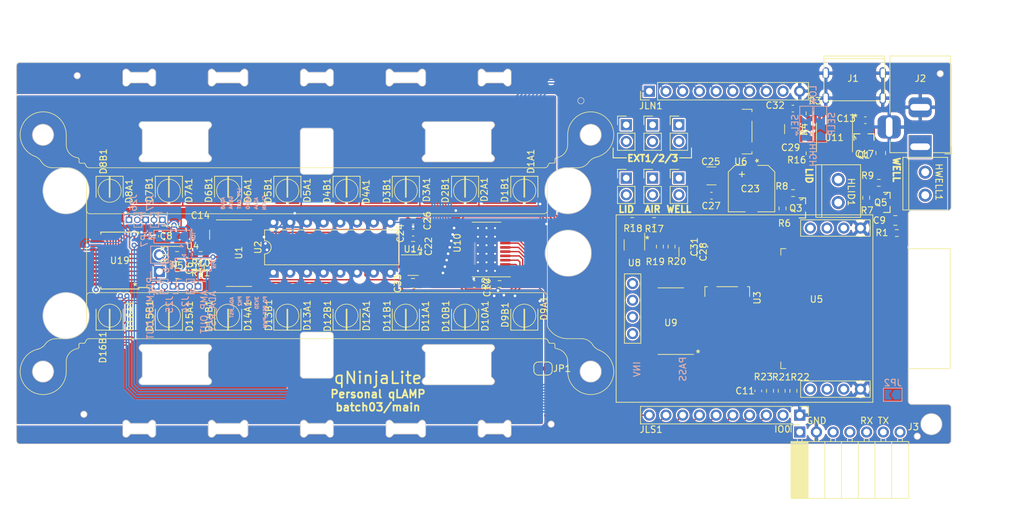
<source format=kicad_pcb>
(kicad_pcb (version 20211014) (generator pcbnew)
  (layers (0 "F.Cu" signal) (31 "B.Cu" signal) (34 "B.Paste" user) (35 "F.Paste" user) (36 "B.SilkS" user "B.Silkscreen") (37 "F.SilkS" user "F.Silkscreen") (38 "B.Mask" user) (39 "F.Mask" user) (44 "Edge.Cuts" user))
  (net 0 "")
  (net 1 "LED_BLANK")
  (net 2 "GNDA")
  (net 3 "3V3D")
  (net 4 "3V3A")
  (net 5 "PD_MUX_OUT")
  (net 7 "/Photo/AMP_OUT")
  (net 8 "Net-(R13-Pad1)")
  (net 9 "VCC")
  (net 10 "Net-(HLID1-Pad2)")
  (net 11 "Net-(HWELL1-Pad2)")
  (net 12 "THERM_R_SWITCH")
  (net 13 "/PhotoMUX/N_PD_OUT15")
  (net 14 "MUX_S3")
  (net 15 "/WELL_HEATER")
  (net 16 "MUX_S2")
  (net 17 "/LID_HEATER")
  (net 18 "MUX_S1")
  (net 19 "VIN_SENSE")
  (net 20 "I2C_SCL")
  (net 21 "MUX_S0")
  (net 22 "I2C_SDA")
  (net 23 "THERM_MUX_OUT")
  (net 24 "Net-(Q1-Pad1)")
  (net 25 "Net-(JP10-Pad1)")
  (net 26 "Net-(Q3-Pad1)")
  (net 27 "Net-(Q5-Pad1)")
  (net 28 "THERM_AIR")
  (net 29 "THERM_EXT1")
  (net 30 "THERM_EXT2")
  (net 31 "THERM_EXT3")
  (net 32 "THERM_LID")
  (net 33 "THERM_WELL")
  (net 34 "Net-(J1-PadB5)")
  (net 35 "Net-(J1-PadA5)")
  (net 36 "Net-(R2-Pad1)")
  (net 37 "Net-(R17-Pad2)")
  (net 38 "Net-(R18-Pad2)")
  (net 40 "/PhotoMUX/N_PD_OUT13")
  (net 42 "GNDD")
  (net 47 "/PhotoMUX/N_PD_OUT11")
  (net 50 "ADC_DRDY")
  (net 53 "Net-(D2A1-Pad2)")
  (net 54 "Net-(D14A1-Pad2)")
  (net 55 "Net-(J24-Pad2)")
  (net 56 "Net-(J26-Pad2)")
  (net 57 "/Photo/LPF_OUT")
  (net 58 "LED")
  (net 61 "5V")
  (net 64 "/Power/SELP")
  (net 69 "/Power/SEL")
  (net 72 "/PhotoMUX/N_PD_OUT9")
  (net 73 "/PhotoMUX/N_PD_OUT7")
  (net 74 "/PhotoMUX/N_PD_OUT5")
  (net 75 "/PhotoMUX/N_PD_OUT3")
  (net 76 "/PhotoMUX/N_PD_OUT1")
  (net 77 "/PhotoMUX/S_PD_OUT15")
  (net 78 "/PhotoMUX/S_PD_OUT13")
  (net 79 "/PhotoMUX/S_PD_OUT11")
  (net 80 "/PhotoMUX/S_PD_OUT9")
  (net 81 "/PhotoMUX/S_PD_OUT7")
  (net 82 "/PhotoMUX/S_PD_OUT5")
  (net 83 "/PhotoMUX/S_PD_OUT3")
  (net 84 "/PhotoMUX/S_PD_OUT1")
  (net 85 "Net-(D13A1-Pad2)")
  (net 86 "Net-(D16A1-Pad2)")
  (net 87 "Net-(D15A1-Pad2)")
  (net 88 "Net-(D1A1-Pad2)")
  (net 89 "Net-(D12A1-Pad2)")
  (net 90 "Net-(D3A1-Pad2)")
  (net 91 "Net-(D4A1-Pad2)")
  (net 92 "Net-(D5A1-Pad2)")
  (net 93 "Net-(D6A1-Pad2)")
  (net 94 "Net-(D7A1-Pad2)")
  (net 95 "Net-(D8A1-Pad2)")
  (net 96 "Net-(D9A1-Pad2)")
  (net 97 "Net-(D10A1-Pad2)")
  (net 98 "Net-(D11A1-Pad2)")
  (net 99 "LED_SPI_MOSI")
  (net 100 "LED_SPI_SCLK")
  (net 101 "LED_LAT")
  (net 102 "/PhotoLED/S_LED_OUT8")
  (net 103 "/PhotoLED/S_LED_OUT7")
  (net 104 "/PhotoLED/S_LED_OUT6")
  (net 105 "/PhotoLED/S_LED_OUT5")
  (net 106 "/PhotoLED/S_LED_OUT1")
  (net 107 "/PhotoLED/S_LED_OUT2")
  (net 108 "/PhotoLED/S_LED_OUT3")
  (net 109 "/PhotoLED/S_LED_OUT4")
  (net 110 "/PhotoLED/N_LED_OUT5")
  (net 111 "/PhotoLED/N_LED_OUT6")
  (net 112 "/PhotoLED/N_LED_OUT7")
  (net 113 "/PhotoLED/N_LED_OUT8")
  (net 114 "/PhotoLED/N_LED_OUT4")
  (net 115 "/PhotoLED/N_LED_OUT3")
  (net 116 "/PhotoLED/N_LED_OUT2")
  (net 117 "/PhotoLED/N_LED_OUT1")
  (net 118 "NAU_DRDY")
  (net 119 "TACT3")
  (net 120 "TACT2")
  (net 121 "/TXD")
  (net 122 "/RXD")
  (net 123 "TACT1")
  (net 124 "Net-(J3-Pad4)")
  (net 126 "DIVIDED")
  (net 130 "Net-(C9-Pad1)")
  (net 131 "/Power/VIN")
  (net 133 "/Photo/VBG")
  (net 141 "Net-(C6-Pad1)")
  (footprint "Ninja-qPCR:TB_SeeedOPL_320110028" (layer "F.Cu") (at 205.069999 89.680009 -90)
    (fp_text reference "HWELL1")
    (fp_text value "Screw_Terminal_01x02")
  )
  (footprint "Jumper:SolderJumper-2_P1.3mm_Bridged_RoundedPad1.0x1.5mm" (layer "F.Cu") (at 147 119.54 180)
    (fp_text reference "JP1")
    (fp_text value "SolderJumper_2_Bridged")
  )
  (footprint "Package_SO:TSSOP-16_4.4x5mm_P0.65mm" (layer "F.Cu") (at 191.278292 84.3998 -90)
    (fp_text reference "U11")
    (fp_text value "IP2721")
  )
  (footprint "Package_TO_SOT_SMD:SOT-23-5" (layer "F.Cu") (at 127.270002 103.820011)
    (fp_text reference "U14")
    (fp_text value "TCR3DF33,LM(CT")
  )
  (footprint "Capacitor_SMD:C_0805_2012Metric" (layer "F.Cu") (at 127.270002 100.949989)
    (fp_text reference "C22")
    (fp_text value "4.7uF")
  )
  (footprint "Ninja-qPCR:35TZV100M6.3X8" (layer "F.Cu") (at 178.68 92.18 -90)
    (fp_text reference "C23")
    (fp_text value "100uF" hide)
  )
  (footprint "Capacitor_SMD:C_0603_1608Metric" (layer "F.Cu") (at 127.27 98.88)
    (fp_text reference "C24")
    (fp_text value "0.1uF")
  )
  (footprint "Capacitor_SMD:C_1210_3225Metric" (layer "F.Cu") (at 172.58 90.25 180)
    (fp_text reference "C25")
    (fp_text value "22uF")
  )
  (footprint "Capacitor_SMD:C_0603_1608Metric" (layer "F.Cu") (at 172.59 93.26 180)
    (fp_text reference "C27")
    (fp_text value "0.1uF")
  )
  (footprint "Capacitor_SMD:C_1210_3225Metric" (layer "F.Cu") (at 185.07 83.13 -90)
    (fp_text reference "C29")
    (fp_text value "22uF")
  )
  (footprint "Capacitor_SMD:C_0603_1608Metric" (layer "F.Cu") (at 171.51 101.01 90)
    (fp_text reference "C31")
    (fp_text value "0.1uF")
  )
  (footprint "Capacitor_SMD:C_0805_2012Metric" (layer "F.Cu") (at 127.25 106.59 180)
    (fp_text reference "C33")
    (fp_text value "4.7uF")
  )
  (footprint "Capacitor_SMD:C_0603_1608Metric" (layer "F.Cu") (at 195.97 81.78)
    (fp_text reference "C13")
    (fp_text value "1uF(<=20V)")
  )
  (footprint "Capacitor_SMD:C_1210_3225Metric" (layer "F.Cu") (at 94.990006 99.200005 90)
    (fp_text reference "C14")
    (fp_text value "22uF")
  )
  (footprint "Ninja-qPCR:TB_SeeedOPL_320110028" (layer "F.Cu") (at 191.85 90.8 -90)
    (fp_text reference "HLID1")
    (fp_text value "Screw_Terminal_01x02")
  )
  (footprint "Package_SO:SSOP-24_5.3x8.2mm_P0.65mm" (layer "F.Cu") (at 82.695999 103.120012 180)
    (fp_text reference "U19")
    (fp_text value "CD74HC4067M96")
  )
  (footprint "Capacitor_SMD:C_0603_1608Metric" (layer "F.Cu") (at 88.080012 99.410012 -90)
    (fp_text reference "C8")
    (fp_text value "DNP")
  )
  (footprint "Capacitor_SMD:C_0603_1608Metric" (layer "F.Cu") (at 179.705 122.936 -90)
    (fp_text reference "C11")
    (fp_text value "0.1uF")
  )
  (footprint "Capacitor_SMD:C_0603_1608Metric" (layer "F.Cu") (at 91.399995 103.796008 180)
    (fp_text reference "C6")
    (fp_text value "5pF")
  )
  (footprint "Package_TO_SOT_SMD:SOT-23-8" (layer "F.Cu") (at 160.88675 100.738153 -90)
    (fp_text reference "U8")
    (fp_text value "TS12A12511DCNR")
  )
  (footprint "Package_TO_SOT_SMD:SOT-23-5" (layer "F.Cu") (at 90.869999 99.410012)
    (fp_text reference "U4")
    (fp_text value "LMP7717MF_NOPB")
  )
  (footprint "Resistor_SMD:R_0603_1608Metric" (layer "F.Cu") (at 91.399995 102.272008 180)
    (fp_text reference "R13")
    (fp_text value "10M")
  )
  (footprint "Resistor_SMD:R_0603_1608Metric" (layer "F.Cu") (at 163.886 97.110005)
    (fp_text reference "R17")
    (fp_text value "10k_HP")
  )
  (footprint "Resistor_SMD:R_0603_1608Metric" (layer "F.Cu") (at 160.556 97.11 180)
    (fp_text reference "R18")
    (fp_text value "47k_HP")
  )
  (footprint "Package_SO:SOIC-16_3.9x9.9mm_P1.27mm" (layer "F.Cu") (at 166.411 112.335 180)
    (fp_text reference "U9")
    (fp_text value "SN74LV4051A")
  )
  (footprint "Capacitor_SMD:C_0603_1608Metric" (layer "F.Cu") (at 127.27 97.08)
    (fp_text reference "C26")
    (fp_text value "0.01uF")
  )
  (footprint "Ninja-qPCR:SOT95P240X112-3N" (layer "F.Cu") (at 199.02 94.28)
    (fp_text reference "Q5")
    (fp_text value "Q_NMOS_GSD")
  )
  (footprint "Ninja-qPCR:SOT95P240X112-3N" (layer "F.Cu") (at 186.18 95.12)
    (fp_text reference "Q3")
    (fp_text value "Q_NMOS_GSD")
  )
  (footprint "Ninja-qPCR:SOT95P240X112-3N" (layer "F.Cu") (at 195.76 84.56 90)
    (fp_text reference "Q1")
    (fp_text value "Q_NMOS_GSD")
  )
  (footprint "Package_SO:HTSSOP-24-1EP_4.4x7.8mm_P0.65mm_EP3.4x7.8mm_Mask2.4x4.68mm_ThermalVias" (layer "F.Cu") (at 138.41 101.44 180)
    (fp_text reference "U10")
    (fp_text value "TLC5929")
  )
  (footprint "Resistor_SMD:R_0603_1608Metric" (layer "F.Cu") (at 164.749988 101.000001 -90)
    (fp_text reference "R19")
    (fp_text value "100k")
  )
  (footprint "Capacitor_SMD:C_0805_2012Metric" (layer "F.Cu") (at 200.525 97.02 180)
    (fp_text reference "C9")
    (fp_text value "10uF")
  )
  (footprint "Connector_PinHeader_2.54mm:PinHeader_1x02_P2.54mm_Vertical" (layer "F.Cu") (at 167.646956 90.579052)
    (fp_text reference "TWELL1" hide)
    (fp_text value "Conn_01x02_Male")
  )
  (footprint "Connector_PinHeader_2.54mm:PinHeader_1x02_P2.54mm_Vertical" (layer "F.Cu") (at 159.646956 90.579052)
    (fp_text reference "TLID1" hide)
    (fp_text value "Conn_01x02_Male")
  )
  (footprint "Connector_PinHeader_2.54mm:PinHeader_1x02_P2.54mm_Vertical" (layer "F.Cu") (at 167.646956 82.479052)
    (fp_text reference "TEXT3" hide)
    (fp_text value "Conn_01x02_Male")
  )
  (footprint "Connector_PinHeader_2.54mm:PinHeader_1x02_P2.54mm_Vertical" (layer "F.Cu") (at 163.646956 82.479052)
    (fp_text reference "TEXT2" hide)
    (fp_text value "Conn_01x02_Male")
  )
  (footprint "Connector_PinHeader_2.54mm:PinHeader_1x02_P2.54mm_Vertical" (layer "F.Cu") (at 159.646956 82.479052)
    (fp_text reference "TEXT1" hide)
    (fp_text value "Conn_01x02_Male")
  )
  (footprint "Connector_PinHeader_2.54mm:PinHeader_1x02_P2.54mm_Vertical" (layer "F.Cu") (at 163.646956 90.579052)
    (fp_text reference "TAIR1" hide)
    (fp_text value "Conn_01x02_Male")
  )
  (footprint "Resistor_SMD:R_0603_1608Metric" (layer "F.Cu") (at 198.02 91.305 180)
    (fp_text reference "R9")
    (fp_text value "47k")
  )
  (footprint "Resistor_SMD:R_0603_1608Metric" (layer "F.Cu") (at 184.99 92.86 180)
    (fp_text reference "R8")
    (fp_text value "47k")
  )
  (footprint "Resistor_SMD:R_0603_1608Metric" (layer "F.Cu") (at 187.500006 80.7212 -90)
    (fp_text reference "R3")
    (fp_text value "5.1k")
  )
  (footprint "Resistor_SMD:R_0603_1608Metric" (layer "F.Cu") (at 187.500006 83.7692 -90)
    (fp_text reference "R4")
    (fp_text value "5.1k")
  )
  (footprint "Resistor_SMD:R_0603_1608Metric" (layer "F.Cu") (at 196.1 93.57 -90)
    (fp_text reference "R7")
    (fp_text value "150")
  )
  (footprint "Resistor_SMD:R_0603_1608Metric" (layer "F.Cu") (at 183.39 95.19 -90)
    (fp_text reference "R6")
    (fp_text value "150")
  )
  (footprint "Resistor_SMD:R_0603_1608Metric" (layer "F.Cu") (at 140.399998 106.699991)
    (fp_text reference "R2")
    (fp_text value "3.3k")
  )
  (footprint "Resistor_SMD:R_0603_1608Metric" (layer "F.Cu") (at 200.75 98.94 180)
    (fp_text reference "R1")
    (fp_text value "100k")
  )
  (footprint "Resistor_SMD:R_0603_1608Metric" (layer "F.Cu") (at 187.500006 86.8172 -90)
    (fp_text reference "R16")
    (fp_text value "100k")
  )
  (footprint "Capacitor_SMD:C_0603_1608Metric" (layer "F.Cu") (at 136.560001 106.699991)
    (fp_text reference "C10")
    (fp_text value "0.1uF")
  )
  (footprint "Capacitor_SMD:C_1210_3225Metric" (layer "F.Cu") (at 169.01 101.82 90)
    (fp_text reference "C28")
    (fp_text value "22uF")
  )
  (footprint "Capacitor_SMD:C_0603_1608Metric" (layer "F.Cu") (at 184.96 80.01)
    (fp_text reference "C32")
    (fp_text value "0.1uF")
  )
  (footprint "Connector_BarrelJack:BarrelJack_Horizontal" (layer "F.Cu") (at 204.295792 85.8098 -90)
    (fp_text reference "J2")
    (fp_text value "Barrel_Jack_Switch")
  )
  (footprint "Diodes_SMD:D_1206" (layer "F.Cu") (at 107.157211 92.502066 -90)
    (fp_text reference "D5B1")
    (fp_text value "D_Photo")
  )
  (footprint "Resistor_SMD:R_0603_1608Metric" (layer "F.Cu") (at 181.483 122.936 90)
    (fp_text reference "R23")
    (fp_text value "100k")
  )
  (footprint "Diodes_SMD:D_1206" (layer "F.Cu") (at 134.157211 111.501633 90)
    (fp_text reference "D10B1")
    (fp_text value "D_Photo")
  )
  (footprint "Diodes_SMD:D_1206" (layer "F.Cu") (at 89.157211 92.502066 -90)
    (fp_text reference "D7B1")
    (fp_text value "D_Photo")
  )
  (footprint "Diodes_SMD:D_1206" (layer "F.Cu") (at 134.157211 92.502066 -90)
    (fp_text reference "D2B1")
    (fp_text value "D_Photo")
  )
  (footprint "Diodes_SMD:D_1206" (layer "F.Cu") (at 127.157211 111.501633 90)
    (fp_text reference "D11A1")
    (fp_text value "D_Photo")
  )
  (footprint "Diodes_SMD:D_1206" (layer "F.Cu") (at 136.157211 92.502066 -90)
    (fp_text reference "D2A1")
    (fp_text value "D_Photo")
  )
  (footprint "Diodes_SMD:D_1206" (layer "F.Cu") (at 143.157211 92.502066 -90)
    (fp_text reference "D1B1")
    (fp_text value "D_Photo")
  )
  (footprint "Diodes_SMD:D_1206" (layer "F.Cu") (at 100.157211 111.501633 90)
    (fp_text reference "D14A1")
    (fp_text value "D_Photo")
  )
  (footprint "Ninja-qPCR:LITE_LCD" (layer "F.Cu") (at 158.111003 96.175006)
    (fp_text reference "U17" hide)
    (fp_text value "LITE_LCD")
  )
  (footprint "Diodes_SMD:D_1206" (layer "F.Cu") (at 100.157211 92.502066 -90)
    (fp_text reference "D6A1")
    (fp_text value "D_Photo")
  )
  (footprint "Resistor_SMD:R_0603_1608Metric" (layer "F.Cu") (at 185.039 122.936 90)
    (fp_text reference "R22")
    (fp_text value "100k")
  )
  (footprint "Diodes_SMD:D_1206" (layer "F.Cu") (at 125.157211 111.501633 90)
    (fp_text reference "D11B1")
    (fp_text value "D_Photo")
  )
  (footprint "Diodes_SMD:D_1206" (layer "F.Cu") (at 116.157211 111.501633 90)
    (fp_text reference "D12B1")
    (fp_text value "D_Photo")
  )
  (footprint "Ninja-qPCR:ALI_USB" (layer "F.Cu") (at 198.608282 78.419792 180)
    (fp_text reference "J1")
    (fp_text value "ALI_USB")
  )
  (footprint "Package_SO:SOIC-16_3.9x9.9mm_P1.27mm" (layer "F.Cu") (at 100.810009 101.999999)
    (fp_text reference "U1")
    (fp_text value "NAU7802")
  )
  (footprint "Connector_PinHeader_2.54mm:PinHeader_1x10_P2.54mm_Vertical" (layer "F.Cu") (at 186.001 126.628 -90)
    (fp_text reference "JLS1")
    (fp_text value "Conn_01x10_Male")
  )
  (footprint "Diodes_SMD:D_1206" (layer "F.Cu") (at 82.157211 111.501633 90)
    (fp_text reference "D16A1")
    (fp_text value "D_Photo")
  )
  (footprint "Diodes_SMD:D_1206" (layer "F.Cu") (at 118.157211 111.501633 90)
    (fp_text reference "D12A1")
    (fp_text value "D_Photo")
  )
  (footprint "Diodes_SMD:D_1206" (layer "F.Cu") (at 109.157211 111.501633 90)
    (fp_text reference "D13A1")
    (fp_text value "D_Photo")
  )
  (footprint "Resistor_SMD:R_0603_1608Metric" (layer "F.Cu") (at 94.990006 103.796008)
    (fp_text reference "R11")
    (fp_text value "47k_HP")
  )
  (footprint "Diodes_SMD:D_1206" (layer "F.Cu") (at 118.157211 92.502066 -90)
    (fp_text reference "D4A1")
    (fp_text value "D_Photo")
  )
  (footprint "Diodes_SMD:D_1206" (layer "F.Cu") (at 109.157211 92.502066 -90)
    (fp_text reference "D5A1")
    (fp_text value "D_Photo")
  )
  (footprint "Diodes_SMD:D_1206" (layer "F.Cu") (at 80.157211 92.502066 -90)
    (fp_text reference "D8B1")
    (fp_text value "D_Photo")
  )
  (footprint "Diodes_SMD:D_1206" (layer "F.Cu") (at 98.157211 111.501633 90)
    (fp_text reference "D14B1")
    (fp_text value "D_Photo")
  )
  (footprint "Capacitor_SMD:C_0805_2012Metric" (layer "F.Cu") (at 198.308292 86.7698 90)
    (fp_text reference "C17")
    (fp_text value "10uF(<=20V)")
  )
  (footprint "RF_Module:ESP32-WROOM-32" (layer "F.Cu") (at 193.006 110.42 -90)
    (fp_text reference "U5")
    (fp_text value "ESP32-WROOM-32")
  )
  (footprint "Diodes_SMD:D_1206" (layer "F.Cu") (at 80.157211 111.501633 90)
    (fp_text reference "D16B1")
    (fp_text value "D_Photo")
  )
  (footprint "Connector_PinSocket_2.54mm:PinSocket_1x07_P2.54mm_Horizontal" (layer "F.Cu") (at 186.000993 129.2 90)
    (fp_text reference "J3")
    (fp_text value "Conn_01x07_Male")
  )
  (footprint "Resistor_SMD:R_0603_1608Metric" (layer "F.Cu") (at 166.527988 101.000001 90)
    (fp_text reference "R20")
    (fp_text value "10k")
  )
  (footprint "Diodes_SMD:D_1206" (layer "F.Cu") (at 91.157211 111.501633 90)
    (fp_text reference "D15A1")
    (fp_text value "D_Photo")
  )
  (footprint "Diodes_SMD:D_1206" (layer "F.Cu") (at 127.157211 92.502066 -90)
    (fp_text reference "D3A1")
    (fp_text value "D_Photo")
  )
  (footprint "Diodes_SMD:D_1206" (layer "F.Cu") (at 89.157211 111.501633 90)
    (fp_text reference "D15B1")
    (fp_text value "D_Photo")
  )
  (footprint "Connector_PinHeader_2.54mm:PinHeader_1x10_P2.54mm_Vertical" (layer "F.Cu") (at 163.141 77.372 90)
    (fp_text reference "JLN1")
    (fp_text value "Conn_01x10_Male")
  )
  (footprint "Diodes_SMD:D_1206" (layer "F.Cu") (at 125.157211 92.502066 -90)
    (fp_text reference "D3B1")
    (fp_text value "D_Photo")
  )
  (footprint "Capacitor_SMD:C_0603_1608Metric" (layer "F.Cu") (at 94.990006 105.320008 180)
    (fp_text reference "C1")
    (fp_text value "0.1uF")
  )
  (footprint "Diodes_SMD:D_1206" (layer "F.Cu") (at 145.157211 111.501633 90)
    (fp_text reference "D9A1")
    (fp_text value "D_Photo")
  )
  (footprint "Resistor_SMD:R_0603_1608Metric" (layer "F.Cu") (at 183.261 122.936 90)
    (fp_text reference "R21")
    (fp_text value "100k")
  )
  (footprint "Ninja-qPCR:REG_TO252-3" (layer "F.Cu") (at 176.47 83.51 180)
    (fp_text reference "U6")
    (fp_text value "BA178M05FP-E2")
  )
  (footprint "Diodes_SMD:D_1206" (layer "F.Cu") (at 116.157211 92.502066 -90)
    (fp_text reference "D4B1")
    (fp_text value "D_Photo")
  )
  (footprint "Package_DIP:DIP-16_W7.62mm" (layer "F.Cu") (at 106.03 104.93 90)
    (fp_text reference "U2")
    (fp_text value "NAU7802")
  )
  (footprint "Resistor_SMD:R_0603_1608Metric" (layer "F.Cu") (at 94.990006 102.272008)
    (fp_text reference "R10")
    (fp_text value "47k_HP")
  )
  (footprint "Ninja-qPCR:REG_TO252-3" (layer "F.Cu") (at 174.99 109.37 -90)
    (fp_text reference "U3")
    (fp_text value "BD433M5FP-CE2")
  )
  (footprint "Resistor_SMD:R_0603_1608Metric" (layer "F.Cu") (at 91.399995 105.320008)
    (fp_text reference "R5")
    (fp_text value "10M")
  )
  (footprint "Diodes_SMD:D_1206" (layer "F.Cu") (at 91.157211 92.502066 -90)
    (fp_text reference "D7A1")
    (fp_text value "D_Photo")
  )
  (footprint "Diodes_SMD:D_1206" (layer "F.Cu") (at 145.157211 92.502066 -90)
    (fp_text reference "D1A1")
    (fp_text value "D_Photo")
  )
  (footprint "Diodes_SMD:D_1206" (layer "F.Cu") (at 82.157211 92.502066 -90)
    (fp_text reference "D8A1")
    (fp_text value "D_Photo")
  )
  (footprint "Diodes_SMD:D_1206" (layer "F.Cu") (at 107.157211 111.501633 90)
    (fp_text reference "D13B1")
    (fp_text value "D_Photo")
  )
  (footprint "Diodes_SMD:D_1206" (layer "F.Cu") (at 98.157211 92.502066 -90)
    (fp_text reference "D6B1")
    (fp_text value "D_Photo")
  )
  (footprint "Diodes_SMD:D_1206" (layer "F.Cu") (at 143.157211 111.501633 90)
    (fp_text reference "D9B1")
    (fp_text value "D_Photo")
  )
  (footprint "Diodes_SMD:D_1206" (layer "F.Cu") (at 136.157211 111.501633 90)
    (fp_text reference "D10A1")
    (fp_text value "D_Photo")
  )
  (footprint "Connector_PinHeader_1.27mm:PinHeader_1x01_P1.27mm_Vertical" (layer "B.Cu") (at 88.24 107.05 180)
    (fp_text reference "J13" hide)
    (fp_text value "Conn_01x01_Male")
  )
  (footprint "Connector_PinHeader_1.27mm:PinHeader_1x01_P1.27mm_Vertical" (layer "B.Cu") (at 94.59 107.05)
    (fp_text reference "J16" hide)
    (fp_text value "Conn_01x01_Male")
  )
  (footprint "Jumper:SolderJumper-3_P2.0mm_Open_TrianglePad1.0x1.5mm" (layer "B.Cu") (at 90.64498 99.519994 180)
    (fp_text reference "JP7")
    (fp_text value "Jumper_3_Open")
  )
  (footprint "Connector_PinHeader_1.27mm:PinHeader_1x01_P1.27mm_Vertical" (layer "B.Cu") (at 89.166003 96.930021 -90)
    (fp_text reference "J23" hide)
    (fp_text value "Conn_01x01_Male")
  )
  (footprint "Jumper:SolderJumper-3_P2.0mm_Open_TrianglePad1.0x1.5mm" (layer "B.Cu") (at 93.849994 103.719999)
    (fp_text reference "JP6")
    (fp_text value "Jumper_3_Open")
  )
  (footprint "Jumper:SolderJumper-2_P1.3mm_Open_TrianglePad1.0x1.5mm" (layer "B.Cu") (at 200.13 123.52 180)
    (fp_text reference "JP2")
    (fp_text value "Jumper_2_Bridged")
  )
  (footprint "Connector_PinHeader_1.27mm:PinHeader_1x02_P1.27mm_Vertical" (layer "B.Cu") (at 84.085995 96.930009 -90)
    (fp_text reference "J26" hide)
    (fp_text value "Conn_01x02_Male")
  )
  (footprint "Jumper:SolderJumper-3_P2.0mm_Open_TrianglePad1.0x1.5mm" (layer "B.Cu") (at 186.957487 82.390005 90)
    (fp_text reference "JP9" hide)
    (fp_text value "Jumper_3_Open")
  )
  (footprint "Connector_PinHeader_1.27mm:PinHeader_1x02_P1.27mm_Vertical" (layer "B.Cu") (at 90.78 107.05 90)
    (fp_text reference "J25")
    (fp_text value "Conn_01x02_Male")
  )
  (footprint "Connector_PinHeader_1.27mm:PinHeader_1x02_P1.27mm_Vertical" (layer "B.Cu") (at 92.05 107.05 -90)
    (fp_text reference "J24")
    (fp_text value "Conn_01x02_Male")
  )
  (footprint "Connector_PinHeader_1.27mm:PinHeader_1x02_P1.27mm_Vertical" (layer "B.Cu") (at 86.625995 96.930009 -90)
    (fp_text reference "J27")
    (fp_text value "Conn_01x02_Male")
  )
  (footprint "Jumper:SolderJumper-3_P2.0mm_Open_TrianglePad1.0x1.5mm" (layer "B.Cu") (at 189.100003 82.390005 90)
    (fp_text reference "JP10" hide)
    (fp_text value "Jumper_3_Open")
  )
  (footprint "Connector_PinHeader_2.54mm:PinHeader_1x02_P2.54mm_Vertical" (layer "B.Cu") (at 88.72 104.785)
    (fp_text reference "J4")
    (fp_text value "Conn_01x02_Male")
  )
  (gr_poly (pts (xy 193.22 78.96) (xy 193.31 79.04) (xy 195.26 79.04) (xy 195.36 78.92) (xy 195.36 77.87) (xy 196.24 77.87) (xy 196.24 80.78) (xy 196.06 80.95) (xy 196.06 84.15) (xy 194.04 84.15) (xy 194.04 80.53) (xy 193.17 80.53) (xy 193.17 82.28) (xy 192.62 82.29) (xy 192.62 80.53) (xy 192.38 80.31) (xy 192.38 77.87) (xy 193.22 77.87)) (layer "F.Cu") (width 0) (fill solid))
  (gr_line (start 147.657227 111.5) (end 147.657227 92.5) (layer "F.SilkS") (width 0.1))
  (gr_arc (start 69.793791 87.266166) (mid 70.34204 87.588129) (end 70.761537 88.065895) (layer "F.SilkS") (width 0.1))
  (gr_arc (start 71.379757 115.828755) (mid 70.875438 116.315728) (end 70.234047 116.598743) (layer "F.SilkS") (width 0.1))
  (gr_circle (center 126.157202 111.501637) (end 124.407202 111.501637) (layer "F.SilkS") (width 0.1) (fill none))
  (gr_arc (start 69.793791 87.266166) (mid 69.088495 81.115515) (end 74.563915 84.004758) (layer "F.SilkS") (width 0.1))
  (gr_arc (start 147.886139 88.404914) (mid 147.959302 88.332085) (end 148.059038 88.305442) (layer "F.SilkS") (width 0.1))
  (gr_arc (start 76.497682 115.898256) (mid 76.55626 115.756834) (end 76.697682 115.698256) (layer "F.SilkS") (width 0.1))
  (gr_arc (start 76.712016 88.305442) (mid 76.570595 88.246863) (end 76.512016 88.105442) (layer "F.SilkS") (width 0.1))
  (gr_arc (start 77.428279 115.598784) (mid 77.355116 115.671613) (end 77.25538 115.698256) (layer "F.SilkS") (width 0.1))
  (gr_arc (start 77.428293 88.404914) (mid 77.500888 88.541698) (end 77.562683 88.683688) (layer "F.SilkS") (width 0.1))
  (gr_arc (start 72.455067 89.001961) (mid 71.487562 88.752371) (end 70.761537 88.065895) (layer "F.SilkS") (width 0.1))
  (gr_circle (center 144.157216 92.502061) (end 145.907216 92.502061) (layer "F.SilkS") (width 0.1) (fill none))
  (gr_arc (start 71.379757 115.828755) (mid 72.090263 115.22045) (end 72.999668 115.001737) (layer "F.SilkS") (width 0.1))
  (gr_line (start 76.512016 87.717688) (end 76.512016 88.105442) (layer "F.SilkS") (width 0.1))
  (gr_arc (start 149.18281 116.546221) (mid 150.310089 117.246864) (end 150.750503 118.49894) (layer "F.SilkS") (width 0.1))
  (gr_arc (start 74.563643 89.001961) (mid 76.369254 89.503667) (end 77.657216 90.86495) (layer "F.SilkS") (width 0.1))
  (gr_line (start 74.563901 118.49894) (end 74.563901 119.99894) (layer "F.SilkS") (width 0.1))
  (gr_line (start 147.657202 108.501637) (end 147.657202 113.138748) (layer "F.SilkS") (width 0.1))
  (gr_line (start 148.816736 88.105442) (end 148.816736 87.712572) (layer "F.SilkS") (width 0.1))
  (gr_arc (start 77.562669 115.32001) (mid 77.500874 115.462) (end 77.428279 115.598784) (layer "F.SilkS") (width 0.1))
  (gr_line (start 72.999668 115.001737) (end 74.563629 115.001737) (layer "F.SilkS") (width 0.1))
  (gr_arc (start 147.751749 88.683688) (mid 147.568027 88.914864) (end 147.285904 89.002061) (layer "F.SilkS") (width 0.1))
  (gr_arc (start 76.131608 87.457477) (mid 75.004329 86.756834) (end 74.563915 85.504758) (layer "F.SilkS") (width 0.1))
  (gr_line (start 74.563915 84.004758) (end 74.563915 85.504758) (layer "F.SilkS") (width 0.1))
  (gr_line (start 78.028528 89.002061) (end 147.285904 89.002061) (layer "F.SilkS") (width 0.1))
  (gr_circle (center 108.157202 111.501637) (end 106.407202 111.501637) (layer "F.SilkS") (width 0.1) (fill none))
  (gr_line (start 77.657216 95.502061) (end 77.657216 90.86495) (layer "F.SilkS") (width 0.1))
  (gr_circle (center 90.157216 92.502061) (end 91.907216 92.502061) (layer "F.SilkS") (width 0.1) (fill none))
  (gr_line (start 152.31475 89.001961) (end 150.750789 89.001961) (layer "F.SilkS") (width 0.1))
  (gr_line (start 77.657202 113.138748) (end 77.657202 108.501637) (layer "F.SilkS") (width 0.1))
  (gr_line (start 159.656011 87.499996) (end 157.656011 87.499996) (layer "F.SilkS") (width 0.15))
  (gr_arc (start 147.751749 88.683688) (mid 147.813544 88.541698) (end 147.886139 88.404914) (layer "F.SilkS") (width 0.1))
  (gr_arc (start 149.18281 116.546221) (mid 149.057398 116.514167) (end 148.934323 116.474066) (layer "F.SilkS") (width 0.1))
  (gr_line (start 157.655999 87.5) (end 157.655999 86.000003) (layer "F.SilkS") (width 0.15))
  (gr_arc (start 78.028528 89.002061) (mid 77.746406 88.914864) (end 77.562683 88.683688) (layer "F.SilkS") (width 0.1))
  (gr_arc (start 76.36417 116.479751) (mid 76.248888 116.516505) (end 76.131594 116.546221) (layer "F.SilkS") (width 0.1))
  (gr_arc (start 150.750517 84.004758) (mid 156.412172 81.252077) (end 155.080371 87.404955) (layer "F.SilkS") (width 0.1))
  (gr_circle (center 135.157202 111.501637) (end 133.407202 111.501637) (layer "F.SilkS") (width 0.1) (fill none))
  (gr_arc (start 155.520627 116.737532) (mid 154.972378 116.415569) (end 154.552881 115.937803) (layer "F.SilkS") (width 0.1))
  (gr_arc (start 74.563901 119.99894) (mid 68.902246 122.751621) (end 70.234047 116.598743) (layer "F.SilkS") (width 0.1))
  (gr_circle (center 117.157216 92.502061) (end 118.907216 92.502061) (layer "F.SilkS") (width 0.1) (fill none))
  (gr_line (start 147.157216 96.002061) (end 78.157216 96.002061) (layer "F.SilkS") (width 0.1))
  (gr_circle (center 117.157202 111.501637) (end 115.407202 111.501637) (layer "F.SilkS") (width 0.1) (fill none))
  (gr_arc (start 74.563901 118.49894) (mid 75.004315 117.246865) (end 76.131594 116.546221) (layer "F.SilkS") (width 0.1))
  (gr_arc (start 147.157202 108.001637) (mid 147.510755 108.148084) (end 147.657202 108.501637) (layer "F.SilkS") (width 0.1))
  (gr_arc (start 155.520627 116.737532) (mid 156.225923 122.888183) (end 150.750503 119.99894) (layer "F.SilkS") (width 0.1))
  (gr_circle (center 90.157202 111.501637) (end 88.407202 111.501637) (layer "F.SilkS") (width 0.1) (fill none))
  (gr_line (start 150.750775 115.001737) (end 152.859351 115.001737) (layer "F.SilkS") (width 0.1))
  (gr_line (start 147.657216 90.86495) (end 147.657216 95.502061) (layer "F.SilkS") (width 0.1))
  (gr_arc (start 150.750775 115.001737) (mid 148.945164 114.500031) (end 147.657202 113.138748) (layer "F.SilkS") (width 0.1))
  (gr_circle (center 99.157202 111.501637) (end 97.407202 111.501637) (layer "F.SilkS") (width 0.1) (fill none))
  (gr_line (start 76.712016 88.305442) (end 77.255394 88.305442) (layer "F.SilkS") (width 0.1))
  (gr_circle (center 135.157216 92.502061) (end 136.907216 92.502061) (layer "F.SilkS") (width 0.1) (fill none))
  (gr_arc (start 148.059024 115.698256) (mid 147.959289 115.671613) (end 147.886125 115.598784) (layer "F.SilkS") (width 0.1))
  (gr_circle (center 108.157216 92.502061) (end 109.907216 92.502061) (layer "F.SilkS") (width 0.1) (fill none))
  (gr_line (start 148.059038 88.305442) (end 148.616736 88.305442) (layer "F.SilkS") (width 0.1))
  (gr_arc (start 153.934661 88.174943) (mid 154.43898 87.68797) (end 155.080371 87.404955) (layer "F.SilkS") (width 0.1))
  (gr_arc (start 150.750517 85.504758) (mid 150.310103 86.756833) (end 149.182824 87.457477) (layer "F.SilkS") (width 0.1))
  (gr_arc (start 148.816736 87.712572) (mid 148.853492 87.597025) (end 148.950248 87.523947) (layer "F.SilkS") (width 0.1))
  (gr_circle (center 144.157202 111.501637) (end 142.407202 111.501637) (layer "F.SilkS") (width 0.1) (fill none))
  (gr_line (start 150.750517 85.504758) (end 150.750517 84.004758) (layer "F.SilkS") (width 0.1))
  (gr_line (start 167.756004 87.5) (end 169.556 87.5) (layer "F.SilkS") (width 0.15))
  (gr_line (start 76.497682 115.898256) (end 76.497682 116.291126) (layer "F.SilkS") (width 0.1))
  (gr_arc (start 148.950248 87.523947) (mid 149.06553 87.487193) (end 149.182824 87.457477) (layer "F.SilkS") (width 0.1))
  (gr_arc (start 76.131608 87.457477) (mid 76.25702 87.489531) (end 76.380095 87.529632) (layer "F.SilkS") (width 0.1))
  (gr_arc (start 147.28589 115.001637) (mid 147.568012 115.088834) (end 147.751735 115.32001) (layer "F.SilkS") (width 0.1))
  (gr_arc (start 148.602402 115.698256) (mid 148.743823 115.756835) (end 148.802402 115.898256) (layer "F.SilkS") (width 0.1))
  (gr_line (start 169.556 87.5) (end 169.556 86.000003) (layer "F.SilkS") (width 0.15))
  (gr_arc (start 76.497682 116.291126) (mid 76.460926 116.406673) (end 76.36417 116.479751) (layer "F.SilkS") (width 0.1))
  (gr_arc (start 152.859351 115.001737) (mid 153.826856 115.251327) (end 154.552881 115.937803) (layer "F.SilkS") (width 0.1))
  (gr_arc (start 77.562669 115.32001) (mid 77.746391 115.088834) (end 78.028514 115.001637) (layer "F.SilkS") (width 0.1))
  (gr_arc (start 147.657216 95.502061) (mid 147.510769 95.855614) (end 147.157216 96.002061) (layer "F.SilkS") (width 0.1))
  (gr_circle (center 99.157216 92.502061) (end 100.907216 92.502061) (layer "F.SilkS") (width 0.1) (fill none))
  (gr_arc (start 153.934661 88.174943) (mid 153.224155 88.783248) (end 152.31475 89.001961) (layer "F.SilkS") (width 0.1))
  (gr_line (start 77.657214 92.5) (end 77.657214 111.5) (layer "F.SilkS") (width 0.1))
  (gr_arc (start 147.886125 115.598784) (mid 147.81353 115.462) (end 147.751735 115.32001) (layer "F.SilkS") (width 0.1))
  (gr_line (start 74.563643 89.001961) (end 72.455067 89.001961) (layer "F.SilkS") (width 0.1))
  (gr_arc (start 148.816736 88.105442) (mid 148.758158 88.246864) (end 148.616736 88.305442) (layer "F.SilkS") (width 0.1))
  (gr_line (start 78.157202 108.001637) (end 147.157202 108.001637) (layer "F.SilkS") (width 0.1))
  (gr_arc (start 148.934323 116.474066) (mid 148.838671 116.400867) (end 148.802402 116.28601) (layer "F.SilkS") (width 0.1))
  (gr_arc (start 77.255394 88.305442) (mid 77.355129 88.332085) (end 77.428293 88.404914) (layer "F.SilkS") (width 0.1))
  (gr_line (start 77.25538 115.698256) (end 76.697682 115.698256) (layer "F.SilkS") (width 0.1))
  (gr_arc (start 76.380095 87.529632) (mid 76.475747 87.602831) (end 76.512016 87.717688) (layer "F.SilkS") (width 0.1))
  (gr_circle (center 81.157216 92.502061) (end 82.907216 92.502061) (layer "F.SilkS") (width 0.1) (fill none))
  (gr_arc (start 78.157216 96.002061) (mid 77.803663 95.855614) (end 77.657216 95.502061) (layer "F.SilkS") (width 0.1))
  (gr_line (start 148.802402 116.28601) (end 148.802402 115.898256) (layer "F.SilkS") (width 0.1))
  (gr_arc (start 147.657216 90.86495) (mid 148.945178 89.503667) (end 150.750789 89.001961) (layer "F.SilkS") (width 0.1))
  (gr_line (start 147.28589 115.001637) (end 78.028514 115.001637) (layer "F.SilkS") (width 0.1))
  (gr_line (start 148.602402 115.698256) (end 148.059024 115.698256) (layer "F.SilkS") (width 0.1))
  (gr_circle (center 81.157202 111.501637) (end 79.407202 111.501637) (layer "F.SilkS") (width 0.1) (fill none))
  (gr_line (start 150.750503 119.99894) (end 150.750503 118.49894) (layer "F.SilkS") (width 0.1))
  (gr_arc (start 77.657202 113.138748) (mid 76.36924 114.500031) (end 74.563629 115.001737) (layer "F.SilkS") (width 0.1))
  (gr_arc (start 77.657202 108.501637) (mid 77.803649 108.148084) (end 78.157202 108.001637) (layer "F.SilkS") (width 0.1))
  (gr_circle (center 126.157216 92.502061) (end 127.907216 92.502061) (layer "F.SilkS") (width 0.1) (fill none))
  (gr_line (start 86.942944 74.501749) (end 87.296497 74.148195) (layer "Edge.Cuts") (width 0.1))
  (gr_line (start 111.357157 127.898251) (end 111.003604 127.544698) (layer "Edge.Cuts") (width 0.1))
  (gr_line (start 96.15005 76.101749) (end 96.15005 74.501749) (layer "Edge.Cuts") (width 0.1))
  (gr_arc (start 111.003604 76.455302) (mid 110.458709 76.563689) (end 110.15005 76.10175) (layer "Edge.Cuts") (width 0.1))
  (gr_line (start 110.15005 76.101749) (end 110.15005 74.501749) (layer "Edge.Cuts") (width 0.1))
  (gr_line (start 87.296497 127.544698) (end 86.942944 127.898251) (layer "Edge.Cuts") (width 0.1))
  (gr_arc (start 97.003603 129.851804) (mid 96.458708 129.96019) (end 96.15005 129.498251) (layer "Edge.Cuts") (width 0.1))
  (gr_line (start 138.357157 74.501749) (end 140.942944 74.501749) (layer "Edge.Cuts") (width 0.1))
  (gr_circle (center 74.535995 92.499993) (end 78.035996 92.499993) (layer "Edge.Cuts") (width 0.1) (fill none))
  (gr_line (start 124.357157 74.501749) (end 127.942944 74.501749) (layer "Edge.Cuts") (width 0.1))
  (gr_circle (center 71.036 84) (end 69.436 84) (layer "Edge.Cuts") (width 0.1) (fill none))
  (gr_line (start 115.15005 129.498251) (end 115.15005 127.898251) (layer "Edge.Cuts") (width 0.1))
  (gr_arc (start 110.15005 127.89825) (mid 110.458709 127.436311) (end 111.003604 127.544698) (layer "Edge.Cuts") (width 0.1))
  (gr_arc (start 87.296497 127.544698) (mid 87.841392 127.436312) (end 88.15005 127.898251) (layer "Edge.Cuts") (width 0.1))
  (gr_line (start 83.15005 76.101749) (end 83.15005 74.501749) (layer "Edge.Cuts") (width 0.1))
  (gr_line (start 129.13505 121.998251) (end 139.13505 121.998251) (layer "Edge.Cuts") (width 0.1))
  (gr_line (start 138.357157 127.898251) (end 138.003604 127.544698) (layer "Edge.Cuts") (width 0.1))
  (gr_arc (start 114.636 114) (mid 114.989553 114.146447) (end 115.136 114.5) (layer "Edge.Cuts") (width 0.1))
  (gr_line (start 209 95) (end 209 73.5) (layer "Edge.Cuts") (width 0.1))
  (gr_line (start 113.942944 129.498251) (end 114.296497 129.851805) (layer "Edge.Cuts") (width 0.1))
  (gr_line (start 140.942944 127.898251) (end 138.357157 127.898251) (layer "Edge.Cuts") (width 0.1))
  (gr_arc (start 209 95) (mid 208.853553 95.353553) (end 208.5 95.5) (layer "Edge.Cuts") (width 0.1))
  (gr_arc (start 141.296497 127.544698) (mid 141.841392 127.436312) (end 142.15005 127.898251) (layer "Edge.Cuts") (width 0.1))
  (gr_line (start 139.13505 86.894642) (end 139.488604 87.248195) (layer "Edge.Cuts") (width 0.1))
  (gr_line (start 128.781497 116.751805) (end 129.13505 117.105358) (layer "Edge.Cuts") (width 0.1))
  (gr_arc (start 129.13505 121.99825) (mid 128.673111 121.689592) (end 128.781497 121.144698) (layer "Edge.Cuts") (width 0.1))
  (gr_line (start 111.003604 129.851805) (end 111.357157 129.498251) (layer "Edge.Cuts") (width 0.1))
  (gr_arc (start 139.13505 115.89825) (mid 139.596991 116.206909) (end 139.488604 116.751805) (layer "Edge.Cuts") (width 0.1))
  (gr_line (start 110.136 89.5) (end 110.136 83.5) (layer "Edge.Cuts") (width 0.1))
  (gr_circle (center 206 128) (end 207.6 128) (layer "Edge.Cuts") (width 0.1) (fill none))
  (gr_arc (start 128.781497 116.751804) (mid 128.673111 116.206909) (end 129.13505 115.898251) (layer "Edge.Cuts") (width 0.1))
  (gr_line (start 208.5 131) (end 67.5 131) (layer "Edge.Cuts") (width 0.1))
  (gr_line (start 96.13505 120.791145) (end 96.13505 117.105358) (layer "Edge.Cuts") (width 0.1))
  (gr_line (start 96.488604 121.144698) (end 96.13505 120.791145) (layer "Edge.Cuts") (width 0.1))
  (gr_arc (start 139.13505 82.001749) (mid 139.59699 82.310407) (end 139.488603 82.855302) (layer "Edge.Cuts") (width 0.1))
  (gr_arc (start 96.13505 115.89825) (mid 96.596991 116.206909) (end 96.488604 116.751805) (layer "Edge.Cuts") (width 0.1))
  (gr_line (start 96.15005 127.898251) (end 96.15005 129.498251) (layer "Edge.Cuts") (width 0.1))
  (gr_line (start 127.942944 76.101749) (end 124.357157 76.101749) (layer "Edge.Cuts") (width 0.1))
  (gr_line (start 114.636 121) (end 110.636 121) (layer "Edge.Cuts") (width 0.1))
  (gr_arc (start 88.15005 76.101749) (mid 87.841392 76.563689) (end 87.296497 76.455302) (layer "Edge.Cuts") (width 0.1))
  (gr_arc (start 111.003603 129.851804) (mid 110.458708 129.96019) (end 110.15005 129.498251) (layer "Edge.Cuts") (width 0.1))
  (gr_line (start 97.357157 127.898251) (end 97.003604 127.544698) (layer "Edge.Cuts") (width 0.1))
  (gr_arc (start 110.636 121) (mid 110.282447 120.853553) (end 110.136 120.5) (layer "Edge.Cuts") (width 0.1))
  (gr_line (start 140.942944 76.101749) (end 138.357157 76.101749) (layer "Edge.Cuts") (width 0.1))
  (gr_line (start 139.13505 82.001749) (end 129.13505 82.001749) (layer "Edge.Cuts") (width 0.1))
  (gr_arc (start 110.136 114.5) (mid 110.282447 114.146447) (end 110.636 114) (layer "Edge.Cuts") (width 0.1))
  (gr_line (start 85.781497 116.751805) (end 86.13505 117.105358) (layer "Edge.Cuts") (width 0.1))
  (gr_arc (start 142.15005 76.101749) (mid 141.841392 76.563689) (end 141.296497 76.455302) (layer "Edge.Cuts") (width 0.1))
  (gr_line (start 139.13505 120.791145) (end 139.13505 117.105358) (layer "Edge.Cuts") (width 0.1))
  (gr_line (start 123.15005 76.101749) (end 123.15005 74.501749) (layer "Edge.Cuts") (width 0.1))
  (gr_arc (start 86.13505 88.101749) (mid 85.67311 87.793091) (end 85.781497 87.248196) (layer "Edge.Cuts") (width 0.1))
  (gr_arc (start 67.5 131) (mid 67.146447 130.853553) (end 67 130.5) (layer "Edge.Cuts") (width 0.1))
  (gr_line (start 96.13505 115.898251) (end 86.13505 115.898251) (layer "Edge.Cuts") (width 0.1))
  (gr_line (start 129.15005 129.498251) (end 129.15005 127.898251) (layer "Edge.Cuts") (width 0.1))
  (gr_line (start 139.13505 115.898251) (end 129.13505 115.898251) (layer "Edge.Cuts") (width 0.1))
  (gr_line (start 208.5 125) (end 203 125) (layer "Edge.Cuts") (width 0.1))
  (gr_line (start 102.15005 129.498251) (end 102.15005 127.898251) (layer "Edge.Cuts") (width 0.1))
  (gr_line (start 129.15005 74.501749) (end 129.15005 76.101749) (layer "Edge.Cuts") (width 0.1))
  (gr_arc (start 114.636 83) (mid 114.989553 83.146447) (end 115.136 83.5) (layer "Edge.Cuts") (width 0.1))
  (gr_arc (start 88.15005 129.49825) (mid 87.841393 129.96019) (end 87.296497 129.851805) (layer "Edge.Cuts") (width 0.1))
  (gr_line (start 113.942944 127.898251) (end 111.357157 127.898251) (layer "Edge.Cuts") (width 0.1))
  (gr_circle (center 74.536 111.5) (end 78.036 111.5) (layer "Edge.Cuts") (width 0.1) (fill none))
  (gr_arc (start 208.5 73) (mid 208.853553 73.146447) (end 209 73.5) (layer "Edge.Cuts") (width 0.1))
  (gr_line (start 124.357157 76.101749) (end 124.003604 76.455302) (layer "Edge.Cuts") (width 0.1))
  (gr_line (start 96.488604 82.855302) (end 96.13505 83.208855) (layer "Edge.Cuts") (width 0.1))
  (gr_circle (center 71.036 120) (end 69.436 120) (layer "Edge.Cuts") (width 0.1) (fill none))
  (gr_arc (start 114.296497 127.544698) (mid 114.841392 127.436312) (end 115.15005 127.898251) (layer "Edge.Cuts") (width 0.1))
  (gr_line (start 84.357157 76.101749) (end 84.003604 76.455302) (layer "Edge.Cuts") (width 0.1))
  (gr_circle (center 150.778441 92.5) (end 154.278441 92.5) (layer "Edge.Cuts") (width 0.1) (fill none))
  (gr_arc (start 84.003603 129.851804) (mid 83.458708 129.96019) (end 83.15005 129.498251) (layer "Edge.Cuts") (width 0.1))
  (gr_line (start 139.488604 121.144698) (end 139.13505 120.791145) (layer "Edge.Cuts") (width 0.1))
  (gr_line (start 128.781497 87.248195) (end 129.13505 86.894642) (layer "Edge.Cuts") (width 0.1))
  (gr_line (start 97.357157 74.501749) (end 100.942944 74.501749) (layer "Edge.Cuts") (width 0.1))
  (gr_line (start 84.357157 127.898251) (end 84.003604 127.544698) (layer "Edge.Cuts") (width 0.1))
  (gr_line (start 97.357157 76.101749) (end 97.003604 76.455302) (layer "Edge.Cuts") (width 0.1))
  (gr_line (start 123.15005 127.898251) (end 123.15005 129.498251) (layer "Edge.Cuts") (width 0.1))
  (gr_arc (start 203 125) (mid 202.646447 124.853553) (end 202.5 124.5) (layer "Edge.Cuts") (width 0.1))
  (gr_line (start 127.942944 127.898251) (end 124.357157 127.898251) (layer "Edge.Cuts") (width 0.1))
  (gr_line (start 100.942944 127.898251) (end 97.357157 127.898251) (layer "Edge.Cuts") (width 0.1))
  (gr_line (start 85.781497 87.248195) (end 86.13505 86.894642) (layer "Edge.Cuts") (width 0.1))
  (gr_line (start 97.003604 129.851805) (end 97.357157 129.498251) (layer "Edge.Cuts") (width 0.1))
  (gr_line (start 203 95.5) (end 208.5 95.5) (layer "Edge.Cuts") (width 0.1))
  (gr_line (start 86.13505 83.208855) (end 85.781497 82.855302) (layer "Edge.Cuts") (width 0.1))
  (gr_line (start 114.296497 127.544698) (end 113.942944 127.898251) (layer "Edge.Cuts") (width 0.1))
  (gr_line (start 102.15005 74.501749) (end 102.15005 76.101749) (layer "Edge.Cuts") (width 0.1))
  (gr_line (start 86.942944 127.898251) (end 84.357157 127.898251) (layer "Edge.Cuts") (width 0.1))
  (gr_line (start 96.13505 86.894642) (end 96.488604 87.248195) (layer "Edge.Cuts") (width 0.1))
  (gr_arc (start 142.15005 129.49825) (mid 141.841393 129.96019) (end 141.296497 129.851805) (layer "Edge.Cuts") (width 0.1))
  (gr_arc (start 128.296497 74.148195) (mid 128.841433 74.039756) (end 129.15005 74.50175) (layer "Edge.Cuts") (width 0.1))
  (gr_arc (start 138.003603 129.851804) (mid 137.458708 129.96019) (end 137.15005 129.498251) (layer "Edge.Cuts") (width 0.1))
  (gr_arc (start 86.13505 121.99825) (mid 85.673111 121.689592) (end 85.781497 121.144698) (layer "Edge.Cuts") (width 0.1))
  (gr_line (start 86.13505 121.998251) (end 96.13505 121.998251) (layer "Edge.Cuts") (width 0.1))
  (gr_arc (start 101.296497 74.148195) (mid 101.841393 74.039809) (end 102.15005 74.50175) (layer "Edge.Cuts") (width 0.1))
  (gr_line (start 139.13505 88.101749) (end 129.13505 88.101749) (layer "Edge.Cuts") (width 0.1))
  (gr_circle (center 154.236 120) (end 152.636 120) (layer "Edge.Cuts") (width 0.1) (fill none))
  (gr_arc (start 85.781497 116.751804) (mid 85.673111 116.206909) (end 86.13505 115.898251) (layer "Edge.Cuts") (width 0.1))
  (gr_line (start 110.636 114) (end 114.636 114) (layer "Edge.Cuts") (width 0.1))
  (gr_arc (start 129.13505 88.101749) (mid 128.67311 87.793091) (end 128.781497 87.248196) (layer "Edge.Cuts") (width 0.1))
  (gr_line (start 86.942944 129.498251) (end 87.296497 129.851805) (layer "Edge.Cuts") (width 0.1))
  (gr_arc (start 83.15005 74.501749) (mid 83.458687 74.039802) (end 84.003603 74.148196) (layer "Edge.Cuts") (width 0.1))
  (gr_circle (center 77.236 126.5) (end 76.761 126.5) (layer "Edge.Cuts") (width 0.1) (fill none))
  (gr_line (start 86.942944 76.101749) (end 84.357157 76.101749) (layer "Edge.Cuts") (width 0.1))
  (gr_line (start 101.296497 76.455302) (end 100.942944 76.101749) (layer "Edge.Cuts") (width 0.1))
  (gr_arc (start 209 130.5) (mid 208.853553 130.853553) (end 208.5 131) (layer "Edge.Cuts") (width 0.1))
  (gr_line (start 88.15005 74.501749) (end 88.15005 76.101749) (layer "Edge.Cuts") (width 0.1))
  (gr_arc (start 124.003604 76.455302) (mid 123.458709 76.563689) (end 123.15005 76.10175) (layer "Edge.Cuts") (width 0.1))
  (gr_arc (start 96.488603 121.144698) (mid 96.596989 121.689593) (end 96.13505 121.998251) (layer "Edge.Cuts") (width 0.1))
  (gr_arc (start 110.636 90) (mid 110.282447 89.853553) (end 110.136 89.5) (layer "Edge.Cuts") (width 0.1))
  (gr_line (start 110.136 120.5) (end 110.136 114.5) (layer "Edge.Cuts") (width 0.1))
  (gr_line (start 142.15005 129.498251) (end 142.15005 127.898251) (layer "Edge.Cuts") (width 0.1))
  (gr_line (start 114.296497 76.455302) (end 113.942944 76.101749) (layer "Edge.Cuts") (width 0.1))
  (gr_line (start 86.13505 120.791145) (end 85.781497 121.144698) (layer "Edge.Cuts") (width 0.1))
  (gr_arc (start 139.488603 121.144698) (mid 139.596989 121.689593) (end 139.13505 121.998251) (layer "Edge.Cuts") (width 0.1))
  (gr_line (start 140.942944 129.498251) (end 141.296497 129.851805) (layer "Edge.Cuts") (width 0.1))
  (gr_arc (start 67 73.5) (mid 67.146447 73.146447) (end 67.5 73) (layer "Edge.Cuts") (width 0.1))
  (gr_arc (start 115.136 120.5) (mid 114.989553 120.853553) (end 114.636 121) (layer "Edge.Cuts") (width 0.1))
  (gr_line (start 138.357157 76.101749) (end 138.003604 76.455302) (layer "Edge.Cuts") (width 0.1))
  (gr_line (start 111.003604 74.148195) (end 111.357157 74.501749) (layer "Edge.Cuts") (width 0.1))
  (gr_circle (center 152.755 78.82) (end 152.28 78.82) (layer "Edge.Cuts") (width 0.1) (fill none))
  (gr_line (start 67 130.5) (end 67 73.5) (layer "Edge.Cuts") (width 0.1))
  (gr_arc (start 123.15005 74.501749) (mid 123.458708 74.039809) (end 124.003603 74.148196) (layer "Edge.Cuts") (width 0.1))
  (gr_arc (start 128.296497 127.544698) (mid 128.841392 127.436312) (end 129.15005 127.898251) (layer "Edge.Cuts") (width 0.1))
  (gr_line (start 140.942944 74.501749) (end 141.296497 74.148195) (layer "Edge.Cuts") (width 0.1))
  (gr_line (start 124.003604 74.148195) (end 124.357157 74.501749) (layer "Edge.Cuts") (width 0.1))
  (gr_line (start 101.296497 127.544698) (end 100.942944 127.898251) (layer "Edge.Cuts") (width 0.1))
  (gr_circle (center 150.830991 101.999999) (end 154.330992 101.999999) (layer "Edge.Cuts") (width 0.1) (fill none))
  (gr_line (start 142.15005 74.501749) (end 142.15005 76.101749) (layer "Edge.Cuts") (width 0.1))
  (gr_arc (start 202.5 96) (mid 202.646447 95.646447) (end 203 95.5) (layer "Edge.Cuts") (width 0.1))
  (gr_arc (start 139.488604 87.248195) (mid 139.596991 87.793091) (end 139.13505 88.10175) (layer "Edge.Cuts") (width 0.1))
  (gr_line (start 137.15005 76.101749) (end 137.15005 74.501749) (layer "Edge.Cuts") (width 0.1))
  (gr_line (start 111.357157 76.101749) (end 111.003604 76.455302) (layer "Edge.Cuts") (width 0.1))
  (gr_line (start 124.003604 129.851805) (end 124.357157 129.498251) (layer "Edge.Cuts") (width 0.1))
  (gr_line (start 84.357157 129.498251) (end 86.942944 129.498251) (layer "Edge.Cuts") (width 0.1))
  (gr_arc (start 96.15005 74.501749) (mid 96.458708 74.039809) (end 97.003603 74.148196) (layer "Edge.Cuts") (width 0.1))
  (gr_line (start 115.136 89.5) (end 115.136 83.5) (layer "Edge.Cuts") (width 0.1))
  (gr_line (start 113.942944 74.501749) (end 114.296497 74.148195) (layer "Edge.Cuts") (width 0.1))
  (gr_arc (start 84.003604 76.455302) (mid 83.45875 76.563636) (end 83.15005 76.10175) (layer "Edge.Cuts") (width 0.1))
  (gr_line (start 128.296497 127.544698) (end 127.942944 127.898251) (layer "Edge.Cuts") (width 0.1))
  (gr_line (start 87.296497 76.455302) (end 86.942944 76.101749) (layer "Edge.Cuts") (width 0.1))
  (gr_arc (start 110.15005 74.501749) (mid 110.458708 74.039809) (end 111.003603 74.148196) (layer "Edge.Cuts") (width 0.1))
  (gr_line (start 129.13505 120.791145) (end 128.781497 121.144698) (layer "Edge.Cuts") (width 0.1))
  (gr_arc (start 85.781497 82.855302) (mid 85.673111 82.310407) (end 86.13505 82.00175) (layer "Edge.Cuts") (width 0.1))
  (gr_line (start 128.296497 76.455302) (end 127.942944 76.101749) (layer "Edge.Cuts") (width 0.1))
  (gr_line (start 138.003604 74.148195) (end 138.357157 74.501749) (layer "Edge.Cuts") (width 0.1))
  (gr_arc (start 102.15005 129.49825) (mid 101.841393 129.96019) (end 101.296497 129.851805) (layer "Edge.Cuts") (width 0.1))
  (gr_circle (center 76.236 75) (end 75.761 75) (layer "Edge.Cuts") (width 0.1) (fill none))
  (gr_line (start 129.13505 117.105358) (end 129.13505 120.791145) (layer "Edge.Cuts") (width 0.1))
  (gr_line (start 139.13505 117.105358) (end 139.488604 116.751805) (layer "Edge.Cuts") (width 0.1))
  (gr_line (start 100.942944 129.498251) (end 101.296497 129.851805) (layer "Edge.Cuts") (width 0.1))
  (gr_arc (start 141.296497 74.148195) (mid 141.841393 74.039809) (end 142.15005 74.50175) (layer "Edge.Cuts") (width 0.1))
  (gr_line (start 111.357157 74.501749) (end 113.942944 74.501749) (layer "Edge.Cuts") (width 0.1))
  (gr_line (start 129.13505 86.894642) (end 129.13505 83.208855) (layer "Edge.Cuts") (width 0.1))
  (gr_line (start 111.357157 129.498251) (end 113.942944 129.498251) (layer "Edge.Cuts") (width 0.1))
  (gr_arc (start 115.15005 129.49825) (mid 114.841393 129.96019) (end 114.296497 129.851805) (layer "Edge.Cuts") (width 0.1))
  (gr_circle (center 148.236 128) (end 147.761 128) (layer "Edge.Cuts") (width 0.1) (fill none))
  (gr_circle (center 154.236 84) (end 152.636 84) (layer "Edge.Cuts") (width 0.1) (fill none))
  (gr_line (start 127.942944 129.498251) (end 128.296497 129.851805) (layer "Edge.Cuts") (width 0.1))
  (gr_arc (start 101.296497 127.544698) (mid 101.841392 127.436312) (end 102.15005 127.898251) (layer "Edge.Cuts") (width 0.1))
  (gr_line (start 110.15005 127.898251) (end 110.15005 129.498251) (layer "Edge.Cuts") (width 0.1))
  (gr_line (start 96.13505 83.208855) (end 96.13505 86.894642) (layer "Edge.Cuts") (width 0.1))
  (gr_line (start 84.357157 74.501749) (end 86.942944 74.501749) (layer "Edge.Cuts") (width 0.1))
  (gr_line (start 141.296497 127.544698) (end 140.942944 127.898251) (layer "Edge.Cuts") (width 0.1))
  (gr_arc (start 128.781497 82.855302) (mid 128.673111 82.310407) (end 129.13505 82.00175) (layer "Edge.Cuts") (width 0.1))
  (gr_arc (start 102.15005 76.101749) (mid 101.841392 76.563689) (end 101.296497 76.455302) (layer "Edge.Cuts") (width 0.1))
  (gr_arc (start 123.15005 127.89825) (mid 123.458709 127.436311) (end 124.003604 127.544698) (layer "Edge.Cuts") (width 0.1))
  (gr_line (start 115.136 120.5) (end 115.136 114.5) (layer "Edge.Cuts") (width 0.1))
  (gr_arc (start 137.15005 127.89825) (mid 137.458709 127.436311) (end 138.003604 127.544698) (layer "Edge.Cuts") (width 0.1))
  (gr_line (start 100.942944 74.501749) (end 101.296497 74.148195) (layer "Edge.Cuts") (width 0.1))
  (gr_line (start 124.357157 129.498251) (end 127.942944 129.498251) (layer "Edge.Cuts") (width 0.1))
  (gr_line (start 127.942944 74.501749) (end 128.296497 74.148195) (layer "Edge.Cuts") (width 0.1))
  (gr_circle (center 203.86 129.84) (end 203.385 129.84) (layer "Edge.Cuts") (width 0.1) (fill none))
  (gr_line (start 124.357157 127.898251) (end 124.003604 127.544698) (layer "Edge.Cuts") (width 0.1))
  (gr_arc (start 114.296497 74.148195) (mid 114.841393 74.039809) (end 115.15005 74.50175) (layer "Edge.Cuts") (width 0.1))
  (gr_circle (center 207.35 74.695) (end 206.875 74.695) (layer "Edge.Cuts") (width 0.1) (fill none))
  (gr_arc (start 129.15005 129.49825) (mid 128.841393 129.96019) (end 128.296497 129.851805) (layer "Edge.Cuts") (width 0.1))
  (gr_line (start 141.296497 76.455302) (end 140.942944 76.101749) (layer "Edge.Cuts") (width 0.1))
  (gr_arc (start 96.15005 127.89825) (mid 96.458709 127.436311) (end 97.003604 127.544698) (layer "Edge.Cuts") (width 0.1))
  (gr_line (start 86.13505 86.894642) (end 86.13505 83.208855) (layer "Edge.Cuts") (width 0.1))
  (gr_arc (start 96.488604 87.248195) (mid 96.596991 87.793091) (end 96.13505 88.10175) (layer "Edge.Cuts") (width 0.1))
  (gr_arc (start 138.003604 76.455302) (mid 137.458709 76.563689) (end 137.15005 76.10175) (layer "Edge.Cuts") (width 0.1))
  (gr_line (start 97.357157 129.498251) (end 100.942944 129.498251) (layer "Edge.Cuts") (width 0.1))
  (gr_line (start 139.13505 83.208855) (end 139.13505 86.894642) (layer "Edge.Cuts") (width 0.1))
  (gr_arc (start 137.15005 74.501749) (mid 137.458708 74.039809) (end 138.003603 74.148196) (layer "Edge.Cuts") (width 0.1))
  (gr_line (start 138.357157 129.498251) (end 140.942944 129.498251) (layer "Edge.Cuts") (width 0.1))
  (gr_line (start 115.15005 74.501749) (end 115.15005 76.101749) (layer "Edge.Cuts") (width 0.1))
  (gr_arc (start 110.136 83.5) (mid 110.282447 83.146447) (end 110.636 83) (layer "Edge.Cuts") (width 0.1))
  (gr_line (start 96.13505 88.101749) (end 86.13505 88.101749) (layer "Edge.Cuts") (width 0.1))
  (gr_line (start 110.636 83) (end 114.636 83) (layer "Edge.Cuts") (width 0.1))
  (gr_line (start 139.488604 82.855302) (end 139.13505 83.208855) (layer "Edge.Cuts") (width 0.1))
  (gr_arc (start 87.296497 74.148195) (mid 87.841393 74.039809) (end 88.15005 74.50175) (layer "Edge.Cuts") (width 0.1))
  (gr_line (start 86.13505 117.105358) (end 86.13505 120.791145) (layer "Edge.Cuts") (width 0.1))
  (gr_line (start 138.003604 129.851805) (end 138.357157 129.498251) (layer "Edge.Cuts") (width 0.1))
  (gr_line (start 209 125.5) (end 209 130.5) (layer "Edge.Cuts") (width 0.1))
  (gr_arc (start 115.136 89.5) (mid 114.989553 89.853553) (end 114.636 90) (layer "Edge.Cuts") (width 0.1))
  (gr_line (start 202.5 124.5) (end 202.5 96) (layer "Edge.Cuts") (width 0.1))
  (gr_line (start 84.003604 129.851805) (end 84.357157 129.498251) (layer "Edge.Cuts") (width 0.1))
  (gr_arc (start 96.13505 82.001749) (mid 96.59699 82.310407) (end 96.488603 82.855302) (layer "Edge.Cuts") (width 0.1))
  (gr_line (start 83.15005 127.898251) (end 83.15005 129.498251) (layer "Edge.Cuts") (width 0.1))
  (gr_arc (start 97.003604 76.455302) (mid 96.458709 76.563689) (end 96.15005 76.10175) (layer "Edge.Cuts") (width 0.1))
  (gr_line (start 129.13505 83.208855) (end 128.781497 82.855302) (layer "Edge.Cuts") (width 0.1))
  (gr_line (start 96.13505 117.105358) (end 96.488604 116.751805) (layer "Edge.Cuts") (width 0.1))
  (gr_arc (start 124.003603 129.851804) (mid 123.458708 129.96019) (end 123.15005 129.498251) (layer "Edge.Cuts") (width 0.1))
  (gr_arc (start 129.15005 76.101749) (mid 128.8414 76.563603) (end 128.296497 76.455302) (layer "Edge.Cuts") (width 0.1))
  (gr_line (start 114.636 90) (end 110.636 90) (layer "Edge.Cuts") (width 0.1))
  (gr_line (start 86.13505 82.001749) (end 96.13505 82.001749) (layer "Edge.Cuts") (width 0.1))
  (gr_arc (start 208.5 125) (mid 208.853553 125.146447) (end 209 125.5) (layer "Edge.Cuts") (width 0.1))
  (gr_line (start 100.942944 76.101749) (end 97.357157 76.101749) (layer "Edge.Cuts") (width 0.1))
  (gr_line (start 97.003604 74.148195) (end 97.357157 74.501749) (layer "Edge.Cuts") (width 0.1))
  (gr_arc (start 83.15005 127.89825) (mid 83.458709 127.436311) (end 84.003604 127.544698) (layer "Edge.Cuts") (width 0.1))
  (gr_line (start 84.003604 74.148195) (end 84.357157 74.501749) (layer "Edge.Cuts") (width 0.1))
  (gr_arc (start 115.15005 76.101749) (mid 114.841392 76.563689) (end 114.296497 76.455302) (layer "Edge.Cuts") (width 0.1))
  (gr_line (start 88.15005 129.498251) (end 88.15005 127.898251) (layer "Edge.Cuts") (width 0.1))
  (gr_line (start 113.942944 76.101749) (end 111.357157 76.101749) (layer "Edge.Cuts") (width 0.1))
  (gr_line (start 137.15005 127.898251) (end 137.15005 129.498251) (layer "Edge.Cuts") (width 0.1))
  (gr_line (start 208.5 73) (end 67.5 73) (layer "Edge.Cuts") (width 0.1))
  (gr_text "PP2" (at 102.23 109.27 90) (layer "B.SilkS") (effects (font (size 0.508 0.508) (thickness 0.127)) (justify mirror)))
  (gr_text "3V3D" (at 103.51 109.55 90) (layer "B.SilkS") (effects (font (size 0.508 0.508) (thickness 0.127)) (justify mirror)))
  (gr_text "TOP" (at 90.64 103.76 90) (layer "B.SilkS") (effects (font (size 0.508 0.508) (thickness 0.127)) (justify mirror)))
  (gr_text "ADA_RST" (at 99.71 110.25 90) (layer "B.SilkS") (effects (font (size 0.508 0.508) (thickness 0.127)) (justify mirror)))
  (gr_text "AMP_OUT" (at 95.52 110.92 90) (layer "B.SilkS") (effects (font (size 1 1)) (justify mirror)))
  (gr_text "PIN" (at 97.07 103.72 90) (layer "B.SilkS") (effects (font (size 0.508 0.508) (thickness 0.127)) (justify mirror)))
  (gr_text "CLKIN" (at 104.66 94.34 90) (layer "B.SilkS") (effects (font (size 0.508 0.508) (thickness 0.127)) (justify mirror)))
  (gr_text "PD_REF_PWM" (at 104.78 110.96 90) (layer "B.SilkS") (effects (font (size 0.508 0.508) (thickness 0.127)) (justify mirror)))
  (gr_text "SEL" (at 185.29 82.2 90) (layer "B.SilkS") (effects (font (size 1 1)) (justify mirror)))
  (gr_text "HIGH" (at 188.06 87.07 90) (layer "B.SilkS") (effects (font (size 1 1)) (justify mirror)))
  (gr_text "PIN" (at 87.41 99.38 90) (layer "B.SilkS") (effects (font (size 0.508 0.508) (thickness 0.127)) (justify mirror)))
  (gr_text "SELP" (at 190.86 82.36 90) (layer "B.SilkS") (effects (font (size 1 1)) (justify mirror)))
  (gr_text "PN2" (at 100.96 109.29 90) (layer "B.SilkS") (effects (font (size 0.508 0.508) (thickness 0.127)) (justify mirror)))
  (gr_text "ADA8" (at 98.370009 94.409997 90) (layer "B.SilkS") (effects (font (size 0.508 0.508) (thickness 0.127)) (justify mirror)))
  (gr_text "INV" (at 161.27001 119.650002 90) (layer "B.SilkS") (effects (font (size 1 1) (thickness 0.14986)) (justify mirror)))
  (gr_text "ADA_RST" (at 96.80001 110.819997 90) (layer "B.SilkS") (effects (font (size 1 1)) (justify mirror)))
  (gr_text "TOP" (at 93.929987 99.519994 90) (layer "B.SilkS") (effects (font (size 0.508 0.508) (thickness 0.127)) (justify mirror)))
  (gr_text "LOW" (at 188.03 77.96 90) (layer "B.SilkS") (effects (font (size 1 1)) (justify mirror)))
  (gr_text "ADA4" (at 103.429994 94.439994 90) (layer "B.SilkS") (effects (font (size 0.508 0.508) (thickness 0.127)) (justify mirror)))
  (gr_text "PD_MUX_OUT" (at 87.34999 110.360003 90) (layer "B.SilkS") (effects (font (size 1 1) (thickness 0.14986)) (justify mirror)))
  (gr_text "J26" (at 84.77 94.33 90) (layer "B.SilkS") (effects (font (size 1 1) (thickness 0.14986)) (justify mirror)))
  (gr_text "GNDA" (at 99.59 94.31 90) (layer "B.SilkS") (effects (font (size 0.508 0.508) (thickness 0.127)) (justify mirror)))
  (gr_text "LPF_OUT" (at 100.865991 93.695012 90) (layer "B.SilkS") (effects (font (size 0.508 0.508) (thickness 0.127)) (justify mirror)))
  (gr_text "PASS" (at 168.250006 119.630012 90) (layer "B.SilkS") (effects (font (size 1 1) (thickness 0.14986)) (justify mirror)))
  (gr_text "GNDD" (at 102.17 94.31 90) (layer "B.SilkS") (effects (font (size 0.508 0.508) (thickness 0.127)) (justify mirror)))
  (gr_text "batch03/main" (at 121.92 125.420018) (layer "F.SilkS") (effects (font (size 1.2 1.2) (thickness 0.254))))
  (gr_text "LID" (at 187.42 90.22 270) (layer "F.SilkS") (effects (font (size 1.016 1.016) (thickness 0.254))))
  (gr_text "WELL" (at 200.7 89.32 270) (layer "F.SilkS") (effects (font (size 1.016 1.016) (thickness 0.254))))
  (gr_text "EXT1/2/3" (at 163.676 87.57) (layer "F.SilkS") (effects (font (size 1.016 1.016) (thickness 0.254))))
  (gr_text "AIR" (at 163.646956 95.316) (layer "F.SilkS") (effects (font (size 1.016 1.016) (thickness 0.254))))
  (gr_text "WELL" (at 167.646956 95.316) (layer "F.SilkS") (effects (font (size 1.016 1.016) (thickness 0.254))))
  (gr_text "LID" (at 159.646956 95.316) (layer "F.SilkS") (effects (font (size 1.016 1.016) (thickness 0.254))))
  (gr_text "*" (at 170.55 117.25) (layer "F.SilkS") (effects (font (size 1 1))))
  (gr_text "*" (at 194.46 81.38) (layer "F.SilkS") (effects (font (size 1 1))))
  (gr_text "*" (at 162.83 99.94) (layer "F.SilkS") (effects (font (size 1 1))))
  (gr_text "Personal qLAMP" (at 121.92 123.420016) (layer "F.SilkS") (effects (font (size 1.2 1.2) (thickness 0.254))))
  (gr_text "TX" (at 198.701 127.480009) (layer "F.SilkS") (effects (font (size 1 1))))
  (gr_text "qNinjaLite" (at 121.92 120.96) (layer "F.SilkS") (effects (font (size 1.8 1.8) (thickness 0.254))))
  (gr_text "*" (at 128.67 102.07 90) (layer "F.SilkS") (effects (font (size 1 1))))
  (gr_text "RX" (at 196.161 127.480009) (layer "F.SilkS") (effects (font (size 1 1))))
  (gr_text "*" (at 85.02 107.04) (layer "F.SilkS") (effects (font (size 1 1))))
  (gr_text "GND" (at 188.541 127.480009) (layer "F.SilkS") (effects (font (size 1 1))))
  (gr_text "IO0" (at 183.37 128.77) (layer "F.SilkS") (effects (font (size 1 1))))
  (segment (start 134.02646 103.56354) (end 134.026461 105.481295) (width 0.21082) (layer "F.Cu") (net 1))
  (segment (start 135.5475 103.065) (end 134.525 103.065) (width 0.21082) (layer "F.Cu") (net 1))
  (segment (start 134.026461 105.481295) (end 134.613331 106.068165) (width 0.21082) (layer "F.Cu") (net 1))
  (segment (start 134.29 103.3) (end 134.02646 103.56354) (width 0.21082) (layer "F.Cu") (net 1))
  (segment (start 134.613331 107.342113) (end 135.167879 107.896661) (width 0.21082) (layer "F.Cu") (net 1))
  (segment (start 134.613331 106.068165) (end 134.613331 107.342113) (width 0.21082) (layer "F.Cu") (net 1))
  (segment (start 138.991259 107.896661) (end 139.58 108.485402) (width 0.21082) (layer "F.Cu") (net 1))
  (segment (start 135.167879 107.896661) (end 137.85 107.896661) (width 0.21082) (layer "F.Cu") (net 1))
  (segment (start 134.525 103.065) (end 134.29 103.3) (width 0.21082) (layer "F.Cu") (net 1))
  (segment (start 137.85 107.896661) (end 138.991259 107.896661) (width 0.21082) (layer "F.Cu") (net 1))
  (via (at 139.58 108.485402) (size 0.8) (drill 0.4) (layers "F.Cu" "B.Cu") (net 1))
  (segment (start 139.58 108.485402) (end 140.079999 108.985401) (width 0.21082) (layer "B.Cu") (net 1))
  (segment (start 141.320619 123.240619) (end 154.73 123.24062) (width 0.21082) (layer "B.Cu") (net 1))
  (segment (start 140.079999 108.985401) (end 140.079999 121.999999) (width 0.21082) (layer "B.Cu") (net 1))
  (segment (start 140.079999 121.999999) (end 141.320619 123.240619) (width 0.21082) (layer "B.Cu") (net 1))
  (segment (start 85.99 99.32) (end 86.215013 99.545013) (width 0.21082) (layer "F.Cu") (net 2))
  (segment (start 89.732499 100.360012) (end 89.732499 99.410012) (width 0.21082) (layer "F.Cu") (net 2))
  (segment (start 87.896003 97.590062) (end 87.19 98.296065) (width 0.21082) (layer "F.Cu") (net 2))
  (segment (start 94.291006 105.320008) (end 95.815006 103.796008) (width 0.21082) (layer "F.Cu") (net 2))
  (segment (start 86.295999 99.545013) (end 87.215013 99.545013) (width 0.21082) (layer "F.Cu") (net 2))
  (segment (start 89.732499 100.360012) (end 88.255012 100.360012) (width 0.21082) (layer "F.Cu") (net 2))
  (segment (start 88.255012 100.360012) (end 88.080012 100.185012) (width 0.21082) (layer "F.Cu") (net 2))
  (segment (start 94.215006 105.320008) (end 94.291006 105.320008) (width 0.21082) (layer "F.Cu") (net 2))
  (segment (start 87.440013 99.545013) (end 88.080012 100.185012) (width 0.21082) (layer "F.Cu") (net 2))
  (segment (start 87.19 98.296065) (end 87.19 99.52) (width 0.21082) (layer "F.Cu") (net 2))
  (segment (start 87.215013 99.545013) (end 87.440013 99.545013) (width 0.21082) (layer "F.Cu") (net 2))
  (segment (start 87.896003 96.930021) (end 87.896003 97.590062) (width 0.21082) (layer "F.Cu") (net 2))
  (segment (start 79.095999 100.845012) (end 77.78811 100.845012) (width 0.21082) (layer "F.Cu") (net 2))
  (segment (start 86.215013 99.545013) (end 86.295999 99.545013) (width 0.21082) (layer "F.Cu") (net 2))
  (segment (start 85.99 98.82) (end 85.99 99.32) (width 0.21082) (layer "F.Cu") (net 2))
  (segment (start 87.19 99.52) (end 87.215013 99.545013) (width 0.21082) (layer "F.Cu") (net 2))
  (segment (start 77.78811 100.845012) (end 77.73 100.786902) (width 0.21082) (layer "F.Cu") (net 2))
  (via (at 85.99 98.82) (size 0.8) (drill 0.4) (layers "F.Cu" "B.Cu") (net 2))
  (via (at 77.73 100.786902) (size 0.8) (drill 0.4) (layers "F.Cu" "B.Cu") (net 2))
  (segment (start 84.171849 98.834453) (end 84.586656 98.419646) (width 0.21082) (layer "B.Cu") (net 2))
  (segment (start 85.589646 98.419646) (end 85.99 98.82) (width 0.21082) (layer "B.Cu") (net 2))
  (segment (start 84.171849 99.248151) (end 84.171849 98.834453) (width 0.21082) (layer "B.Cu") (net 2))
  (segment (start 84.586656 98.419646) (end 85.179646 98.419646) (width 0.21082) (layer "B.Cu") (net 2))
  (segment (start 82.633098 100.786902) (end 84.171849 99.248151) (width 0.21082) (layer "B.Cu") (net 2))
  (segment (start 85.179646 98.419646) (end 85.589646 98.419646) (width 0.21082) (layer "B.Cu") (net 2))
  (segment (start 77.73 100.786902) (end 82.633098 100.786902) (width 0.21082) (layer "B.Cu") (net 2))
  (segment (start 135.5475 105.015) (end 135.5475 105.8825) (width 0.21082) (layer "F.Cu") (net 3))
  (segment (start 135.785001 106.699991) (end 135.785001 106.615001) (width 0.21082) (layer "F.Cu") (net 3))
  (segment (start 79.095999 106.695011) (end 79.095999 107.535999) (width 0.21082) (layer "F.Cu") (net 3))
  (segment (start 135.5475 106.46249) (end 135.785001 106.699991) (width 0.21082) (layer "F.Cu") (net 3))
  (segment (start 91.956273 95.223727) (end 108.526273 95.223727) (width 0.21082) (layer "F.Cu") (net 3))
  (segment (start 92.007499 95.274953) (end 91.956273 95.223727) (width 0.21082) (layer "F.Cu") (net 3))
  (segment (start 136.465717 105.8825) (end 136.480522 105.897305) (width 0.21082) (layer "F.Cu") (net 3))
  (segment (start 84.166273 95.223727) (end 91.956273 95.223727) (width 0.21082) (layer "F.Cu") (net 3))
  (segment (start 135.5475 105.8825) (end 135.5475 106.46249) (width 0.21082) (layer "F.Cu") (net 3))
  (segment (start 135.5475 105.8825) (end 136.465717 105.8825) (width 0.21082) (layer "F.Cu") (net 3))
  (segment (start 108.57 97.31) (end 108.57 95.267454) (width 0.21082) (layer "F.Cu") (net 3))
  (segment (start 148.948705 96.803539) (end 152.34 96.80354) (width 0.21082) (layer "F.Cu") (net 3))
  (segment (start 133.723727 95.223727) (end 147.368893 95.223727) (width 0.21082) (layer "F.Cu") (net 3))
  (segment (start 79.095999 107.535999) (end 79.1 107.54) (width 0.21082) (layer "F.Cu") (net 3))
  (segment (start 92.007499 98.460012) (end 92.007499 95.274953) (width 0.21082) (layer "F.Cu") (net 3))
  (segment (start 103.285009 98.824999) (end 107.055001 98.824999) (width 0.21082) (layer "F.Cu") (net 3))
  (segment (start 133.75289 95.518297) (end 133.75289 95.25289) (width 0.21082) (layer "F.Cu") (net 3))
  (segment (start 108.57 95.267454) (end 108.526273 95.223727) (width 0.21082) (layer "F.Cu") (net 3))
  (segment (start 83.578773 95.827351) (end 83.578773 95.811227) (width 0.21082) (layer "F.Cu") (net 3))
  (segment (start 108.526273 95.223727) (end 133.723727 95.223727) (width 0.21082) (layer "F.Cu") (net 3))
  (segment (start 83.578773 95.811227) (end 84.166273 95.223727) (width 0.21082) (layer "F.Cu") (net 3))
  (segment (start 147.368893 95.223727) (end 148.948705 96.803539) (width 0.21082) (layer "F.Cu") (net 3))
  (segment (start 107.055001 98.824999) (end 108.57 97.31) (width 0.21082) (layer "F.Cu") (net 3))
  (segment (start 135.785001 106.615001) (end 135.55 106.38) (width 0.21082) (layer "F.Cu") (net 3))
  (segment (start 133.75289 95.25289) (end 133.723727 95.223727) (width 0.21082) (layer "F.Cu") (net 3))
  (via (at 83.578773 95.827351) (size 0.8) (drill 0.4) (layers "F.Cu" "B.Cu") (net 3))
  (via (at 79.1 107.54) (size 0.8) (drill 0.4) (layers "F.Cu" "B.Cu") (net 3))
  (via (at 133.75289 95.518297) (size 0.8) (drill 0.4) (layers "F.Cu" "B.Cu") (net 3))
  (via (at 136.480522 105.897305) (size 0.8) (drill 0.4) (layers "F.Cu" "B.Cu") (net 3))
  (segment (start 134.198121 97.881833) (end 133.45832 97.142032) (width 0.21082) (layer "B.Cu") (net 3))
  (segment (start 133.071077 102.594079) (end 133.290387 102.374769) (width 0.21082) (layer "B.Cu") (net 3))
  (segment (start 133.447305 105.897305) (end 132.798121 105.248121) (width 0.21082) (layer "B.Cu") (net 3))
  (segment (start 133.290387 101.644421) (end 133.532958 101.40185) (width 0.21082) (layer "B.Cu") (net 3))
  (segment (start 83.27 97.67) (end 83.27 96.129762) (width 0.21082) (layer "B.Cu") (net 3))
  (segment (start 78.317895 100.373362) (end 82.461804 100.373362) (width 0.21082) (layer "B.Cu") (net 3))
  (segment (start 133.77177 100.428001) (end 133.77177 99.656072) (width 0.21082) (layer "B.Cu") (net 3))
  (segment (start 77.021879 101.080216) (end 77.021879 100.493588) (width 0.21082) (layer "B.Cu") (net 3))
  (segment (start 83.27 96.129762) (end 83.276362 96.129762) (width 0.21082) (layer "B.Cu") (net 3))
  (segment (start 133.290387 102.374769) (end 133.290387 101.644421) (width 0.21082) (layer "B.Cu") (net 3))
  (segment (start 134.198121 98.468461) (end 134.198121 97.881833) (width 0.21082) (layer "B.Cu") (net 3))
  (segment (start 78.317895 101.200442) (end 78.023314 101.495023) (width 0.21082) (layer "B.Cu") (net 3))
  (segment (start 78.023314 101.495023) (end 77.436686 101.495023) (width 0.21082) (layer "B.Cu") (net 3))
  (segment (start 133.45832 95.812867) (end 133.75289 95.518297) (width 0.21082) (layer "B.Cu") (net 3))
  (segment (start 79.1 101.44) (end 78.860442 101.200442) (width 0.21082) (layer "B.Cu") (net 3))
  (segment (start 83.276362 96.129762) (end 83.578773 95.827351) (width 0.21082) (layer "B.Cu") (net 3))
  (segment (start 79.1 107.54) (end 79.1 101.44) (width 0.21082) (layer "B.Cu") (net 3))
  (segment (start 77.436686 101.495023) (end 77.021879 101.080216) (width 0.21082) (layer "B.Cu") (net 3))
  (segment (start 83.752583 99.082583) (end 83.752583 98.152583) (width 0.21082) (layer "B.Cu") (net 3))
  (segment (start 133.532958 101.40185) (end 133.532958 100.666813) (width 0.21082) (layer "B.Cu") (net 3))
  (segment (start 133.071077 103.353194) (end 133.071077 102.594079) (width 0.21082) (layer "B.Cu") (net 3))
  (segment (start 133.980564 98.686018) (end 134.198121 98.468461) (width 0.21082) (layer "B.Cu") (net 3))
  (segment (start 133.980564 99.447278) (end 133.980564 98.686018) (width 0.21082) (layer "B.Cu") (net 3))
  (segment (start 133.532958 100.666813) (end 133.77177 100.428001) (width 0.21082) (layer "B.Cu") (net 3))
  (segment (start 78.860442 101.200442) (end 78.317895 101.200442) (width 0.21082) (layer "B.Cu") (net 3))
  (segment (start 77.021879 100.493588) (end 77.436686 100.078781) (width 0.21082) (layer "B.Cu") (net 3))
  (segment (start 133.77177 99.656072) (end 133.980564 99.447278) (width 0.21082) (layer "B.Cu") (net 3))
  (segment (start 136.480522 105.897305) (end 133.447305 105.897305) (width 0.21082) (layer "B.Cu") (net 3))
  (segment (start 132.798121 103.62615) (end 133.071077 103.353194) (width 0.21082) (layer "B.Cu") (net 3))
  (segment (start 83.752583 98.152583) (end 83.27 97.67) (width 0.21082) (layer "B.Cu") (net 3))
  (segment (start 132.798121 105.248121) (end 132.798121 103.62615) (width 0.21082) (layer "B.Cu") (net 3))
  (segment (start 77.436686 100.078781) (end 78.023314 100.078781) (width 0.21082) (layer "B.Cu") (net 3))
  (segment (start 82.461804 100.373362) (end 83.752583 99.082583) (width 0.21082) (layer "B.Cu") (net 3))
  (segment (start 133.45832 97.142032) (end 133.45832 95.812867) (width 0.21082) (layer "B.Cu") (net 3))
  (segment (start 78.023314 100.078781) (end 78.317895 100.373362) (width 0.21082) (layer "B.Cu") (net 3))
  (segment (start 107.138121 103.821879) (end 106.03 104.93) (width 0.21082) (layer "F.Cu") (net 4))
  (segment (start 119.96 104.592879) (end 119.189 103.821879) (width 0.21082) (layer "F.Cu") (net 4))
  (segment (start 128.407502 102.870011) (end 129.04 102.237513) (width 0.21082) (layer "F.Cu") (net 4))
  (segment (start 125.46 106.52) (end 124.978121 106.038121) (width 0.21082) (layer "F.Cu") (net 4))
  (segment (start 132.333386 96.877887) (end 132.922539 97.467038) (width 0.21082) (layer "F.Cu") (net 4))
  (segment (start 129.378132 104.430248) (end 129.107884 104.16) (width 0.21082) (layer "F.Cu") (net 4))
  (segment (start 146.824252 97.018422) (end 146.824252 97.851605) (width 0.21082) (layer "F.Cu") (net 4))
  (segment (start 93.658821 99.791875) (end 96.428125 99.791875) (width 0.21082) (layer "F.Cu") (net 4))
  (segment (start 105.785001 97.554999) (end 106.03 97.31) (width 0.21082) (layer "F.Cu") (net 4))
  (segment (start 103.285009 97.554999) (end 105.785001 97.554999) (width 0.21082) (layer "F.Cu") (net 4))
  (segment (start 119.96 105.37) (end 119.96 104.592879) (width 0.21082) (layer "F.Cu") (net 4))
  (segment (start 135.149236 96.877887) (end 146.683717 96.877887) (width 0.21082) (layer "F.Cu") (net 4))
  (segment (start 129.378132 105.109774) (end 129.378132 104.430248) (width 0.21082) (layer "F.Cu") (net 4))
  (segment (start 146.824252 97.851605) (end 147.239059 98.266412) (width 0.21082) (layer "F.Cu") (net 4))
  (segment (start 94.165006 102.272008) (end 93.331876 101.438878) (width 0.21082) (layer "F.Cu") (net 4))
  (segment (start 129.04 102.237513) (end 129.04 97.11) (width 0.21082) (layer "F.Cu") (net 4))
  (segment (start 124.978121 106.038121) (end 120.628121 106.038121) (width 0.21082) (layer "F.Cu") (net 4))
  (segment (start 128.431859 105.378141) (end 129.109765 105.378141) (width 0.21082) (layer "F.Cu") (net 4))
  (segment (start 119.189 103.821879) (end 113.191 103.821879) (width 0.21082) (layer "F.Cu") (net 4))
  (segment (start 97.755 97.495) (end 98.335 97.495) (width 0.21082) (layer "F.Cu") (net 4))
  (segment (start 96.428125 99.791875) (end 96.63833 99.58167) (width 0.21082) (layer "F.Cu") (net 4))
  (segment (start 129.272113 96.877887) (end 132.333386 96.877887) (width 0.21082) (layer "F.Cu") (net 4))
  (segment (start 148.055841 98.044159) (end 152.17 98.04416) (width 0.21082) (layer "F.Cu") (net 4))
  (segment (start 128.2 105.61) (end 128.431859 105.378141) (width 0.21082) (layer "F.Cu") (net 4))
  (segment (start 128.407502 104.007502) (end 128.407502 102.870011) (width 0.21082) (layer "F.Cu") (net 4))
  (segment (start 134.560087 97.467036) (end 135.149236 96.877887) (width 0.21082) (layer "F.Cu") (net 4))
  (segment (start 127.16687 107.62313) (end 125.818815 107.62313) (width 0.21082) (layer "F.Cu") (net 4))
  (segment (start 125.46 107.264315) (end 125.46 106.52) (width 0.21082) (layer "F.Cu") (net 4))
  (segment (start 98.335009 97.554999) (end 103.285009 97.554999) (width 0.21082) (layer "F.Cu") (net 4))
  (segment (start 125.818815 107.62313) (end 125.46 107.264315) (width 0.21082) (layer "F.Cu") (net 4))
  (segment (start 147.833588 98.266412) (end 148.055841 98.044159) (width 0.21082) (layer "F.Cu") (net 4))
  (segment (start 129.106003 104.161881) (end 128.561881 104.161881) (width 0.21082) (layer "F.Cu") (net 4))
  (segment (start 129.109765 105.378141) (end 129.378132 105.109774) (width 0.21082) (layer "F.Cu") (net 4))
  (segment (start 109.506826 103.40834) (end 109.093287 103.821879) (width 0.21082) (layer "F.Cu") (net 4))
  (segment (start 129.04 97.11) (end 129.272113 96.877887) (width 0.21082) (layer "F.Cu") (net 4))
  (segment (start 112.777461 103.40834) (end 109.506826 103.40834) (width 0.21082) (layer "F.Cu") (net 4))
  (segment (start 132.922539 97.467038) (end 134.560087 97.467036) (width 0.21082) (layer "F.Cu") (net 4))
  (segment (start 109.093287 103.821879) (end 107.138121 103.821879) (width 0.21082) (layer "F.Cu") (net 4))
  (segment (start 128.2 106.59) (end 127.16687 107.62313) (width 0.21082) (layer "F.Cu") (net 4))
  (segment (start 147.239059 98.266412) (end 147.833588 98.266412) (width 0.21082) (layer "F.Cu") (net 4))
  (segment (start 93.331876 100.11882) (end 93.658821 99.791875) (width 0.21082) (layer "F.Cu") (net 4))
  (segment (start 128.2 106.59) (end 128.2 105.61) (width 0.21082) (layer "F.Cu") (net 4))
  (segment (start 146.683717 96.877887) (end 146.824252 97.018422) (width 0.21082) (layer "F.Cu") (net 4))
  (segment (start 129.107884 104.16) (end 129.106003 104.161881) (width 0.21082) (layer "F.Cu") (net 4))
  (segment (start 96.63833 99.58167) (end 96.63833 98.61167) (width 0.21082) (layer "F.Cu") (net 4))
  (segment (start 113.191 103.821879) (end 112.777461 103.40834) (width 0.21082) (layer "F.Cu") (net 4))
  (segment (start 120.628121 106.038121) (end 119.96 105.37) (width 0.21082) (layer "F.Cu") (net 4))
  (segment (start 93.331876 101.438878) (end 93.331876 100.11882) (width 0.21082) (layer "F.Cu") (net 4))
  (segment (start 128.561881 104.161881) (end 128.407502 104.007502) (width 0.21082) (layer "F.Cu") (net 4))
  (segment (start 96.63833 98.61167) (end 97.755 97.495) (width 0.21082) (layer "F.Cu") (net 4))
  (segment (start 105.31473 98.02527) (end 105.31473 99.69) (width 0.21082) (layer "B.Cu") (net 4))
  (segment (start 105.541155 99.916425) (end 105.541155 100.72) (width 0.21082) (layer "B.Cu") (net 4))
  (segment (start 106.03 97.31) (end 105.31473 98.02527) (width 0.21082) (layer "B.Cu") (net 4))
  (segment (start 104.99062 102.570635) (end 104.99062 103.89062) (width 0.21082) (layer "B.Cu") (net 4))
  (segment (start 105.541155 100.72) (end 105.77559 100.954435) (width 0.21082) (layer "B.Cu") (net 4))
  (segment (start 105.31473 99.69) (end 105.541155 99.916425) (width 0.21082) (layer "B.Cu") (net 4))
  (segment (start 104.99062 103.89062) (end 106.03 104.93) (width 0.21082) (layer "B.Cu") (net 4))
  (segment (start 105.77559 100.954435) (end 105.77559 101.785665) (width 0.21082) (layer "B.Cu") (net 4))
  (segment (start 105.77559 101.785665) (end 104.99062 102.570635) (width 0.21082) (layer "B.Cu") (net 4))
  (segment (start 87.761858 100.968142) (end 87.561879 101.168121) (width 0.21082) (layer "F.Cu") (net 5))
  (segment (start 90.624995 103.796008) (end 90.624995 104.734995) (width 0.21082) (layer "F.Cu") (net 5))
  (segment (start 90.57499 104.785) (end 90.624995 104.734995) (width 0.21082) (layer "F.Cu") (net 5))
  (segment (start 87.561879 103.626879) (end 88.72 104.785) (width 0.21082) (layer "F.Cu") (net 5))
  (segment (start 90.78 107.05) (end 92.05 107.05) (width 0.21082) (layer "F.Cu") (net 5))
  (segment (start 88.72 104.785) (end 88.24 105.265) (width 0.21082) (layer "F.Cu") (net 5))
  (segment (start 90.624995 104.734995) (end 90.624995 105.270008) (width 0.21082) (layer "F.Cu") (net 5))
  (segment (start 90.491858 100.968142) (end 87.761858 100.968142) (width 0.21082) (layer "F.Cu") (net 5))
  (segment (start 92.007499 100.360012) (end 91.099988 100.360012) (width 0.21082) (layer "F.Cu") (net 5))
  (segment (start 91.099988 100.360012) (end 90.491858 100.968142) (width 0.21082) (layer "F.Cu") (net 5))
  (segment (start 88.24 105.265) (end 88.24 107.05) (width 0.21082) (layer "F.Cu") (net 5))
  (segment (start 88.72 104.785) (end 90.57499 104.785) (width 0.21082) (layer "F.Cu") (net 5))
  (segment (start 90.574995 106.844995) (end 90.78 107.05) (width 0.21082) (layer "F.Cu") (net 5))
  (segment (start 86.295999 106.695011) (end 87.885011 106.695011) (width 0.21082) (layer "F.Cu") (net 5))
  (segment (start 90.624995 105.270008) (end 90.574995 105.320008) (width 0.21082) (layer "F.Cu") (net 5))
  (segment (start 87.885011 106.695011) (end 88.24 107.05) (width 0.21082) (layer "F.Cu") (net 5))
  (segment (start 87.561879 101.168121) (end 87.561879 103.626879) (width 0.21082) (layer "F.Cu") (net 5))
  (segment (start 90.574995 105.320008) (end 90.574995 106.844995) (width 0.21082) (layer "F.Cu") (net 5))
  (segment (start 89.732499 98.460012) (end 88.255012 98.460012) (width 0.21082) (layer "F.Cu") (net 7))
  (segment (start 84.085995 96.324005) (end 84.47 95.94) (width 0.21082) (layer "F.Cu") (net 7))
  (segment (start 89.974132 98.218379) (end 89.732499 98.460012) (width 0.21082) (layer "F.Cu") (net 7))
  (segment (start 90.887505 97.722495) (end 90.149988 98.460012) (width 0.21082) (layer "F.Cu") (net 7))
  (segment (start 84.47 95.94) (end 89.79222 95.94) (width 0.21082) (layer "F.Cu") (net 7))
  (segment (start 88.255012 98.460012) (end 88.080012 98.635012) (width 0.21082) (layer "F.Cu") (net 7))
  (segment (start 90.933915 97.722495) (end 90.887505 97.722495) (width 0.21082) (layer "F.Cu") (net 7))
  (segment (start 84.085995 96.930009) (end 84.085995 96.324005) (width 0.21082) (layer "F.Cu") (net 7))
  (segment (start 89.974132 96.121912) (end 89.974132 98.218379) (width 0.21082) (layer "F.Cu") (net 7))
  (segment (start 89.79222 95.94) (end 89.974132 96.121912) (width 0.21082) (layer "F.Cu") (net 7))
  (segment (start 90.149988 98.460012) (end 89.732499 98.460012) (width 0.21082) (layer "F.Cu") (net 7))
  (via (at 90.933915 97.722495) (size 0.8) (drill 0.4) (layers "F.Cu" "B.Cu") (net 7))
  (segment (start 92.64498 99.519994) (end 93.14 100.015014) (width 0.21082) (layer "B.Cu") (net 7))
  (segment (start 92.64498 99.519994) (end 92.64498 98.69498) (width 0.21082) (layer "B.Cu") (net 7))
  (segment (start 91.673284 98.461864) (end 90.933915 97.722495) (width 0.21082) (layer "B.Cu") (net 7))
  (segment (start 94.590009 104.460014) (end 93.849994 103.719999) (width 0.21082) (layer "B.Cu") (net 7))
  (segment (start 92.64498 98.69498) (end 92.411864 98.461864) (width 0.21082) (layer "B.Cu") (net 7))
  (segment (start 92.411864 98.461864) (end 91.673284 98.461864) (width 0.21082) (layer "B.Cu") (net 7))
  (segment (start 94.590009 107.050012) (end 94.590009 104.460014) (width 0.21082) (layer "B.Cu") (net 7))
  (segment (start 93.14 100.015014) (end 93.14 103.010005) (width 0.21082) (layer "B.Cu") (net 7))
  (segment (start 93.14 103.010005) (end 93.849994 103.719999) (width 0.21082) (layer "B.Cu") (net 7))
  (segment (start 92.224995 105.320008) (end 92.933125 104.611878) (width 0.21082) (layer "F.Cu") (net 8))
  (segment (start 92.933125 102.980138) (end 92.224995 102.272008) (width 0.21082) (layer "F.Cu") (net 8))
  (segment (start 92.933125 104.611878) (end 92.933125 102.980138) (width 0.21082) (layer "F.Cu") (net 8))
  (segment (start 146.55976 94.515617) (end 146.55976 94.77976) (width 0.21082) (layer "F.Cu") (net 9))
  (segment (start 118.655145 91.5) (end 118.96 91.5) (width 0.21082) (layer "F.Cu") (net 9))
  (segment (start 119.265332 112.194668) (end 119.265332 109.214668) (width 0.21082) (layer "F.Cu") (net 9))
  (segment (start 136.442066 91.002066) (end 137.265332 91.825332) (width 0.21082) (layer "F.Cu") (net 9))
  (segment (start 119.27 94.8) (end 119.259813 94.810187) (width 0.21082) (layer "F.Cu") (net 9))
  (segment (start 128.290187 91.830187) (end 128.290187 94.810187) (width 0.21082) (layer "F.Cu") (net 9))
  (segment (start 137.236488 109.193512) (end 146.265332 109.193512) (width 0.21082) (layer "F.Cu") (net 9))
  (segment (start 146.46 94.415857) (end 146.55976 94.515617) (width 0.21082) (layer "F.Cu") (net 9))
  (segment (start 101.265332 91.815332) (end 101.265332 94.735042) (width 0.21082) (layer "F.Cu") (net 9))
  (segment (start 136.448367 113.001633) (end 137.265332 112.184668) (width 0.21082) (layer "F.Cu") (net 9))
  (segment (start 128.246488 109.193512) (end 137.236488 109.193512) (width 0.21082) (layer "F.Cu") (net 9))
  (segment (start 100.458367 113.001633) (end 101.265332 112.194668) (width 0.21082) (layer "F.Cu") (net 9))
  (segment (start 82.95 91.51) (end 83.265332 91.825332) (width 0.21082) (layer "F.Cu") (net 9))
  (segment (start 91.448367 113.001633) (end 92.265332 112.184668) (width 0.21082) (layer "F.Cu") (net 9))
  (segment (start 128.265332 109.212356) (end 128.246488 109.193512) (width 0.21082) (layer "F.Cu") (net 9))
  (segment (start 136.157211 113.001633) (end 136.448367 113.001633) (width 0.21082) (layer "F.Cu") (net 9))
  (segment (start 82.665145 91.51) (end 82.95 91.51) (width 0.21082) (layer "F.Cu") (net 9))
  (segment (start 91.157211 91.002066) (end 91.452066 91.002066) (width 0.21082) (layer "F.Cu") (net 9))
  (segment (start 118.458367 113.001633) (end 119.265332 112.194668) (width 0.21082) (layer "F.Cu") (net 9))
  (segment (start 146.262066 91.002066) (end 145.157211 91.002066) (width 0.21082) (layer "F.Cu") (net 9))
  (segment (start 109.458367 113.001633) (end 110.286488 112.173512) (width 0.21082) (layer "F.Cu") (net 9))
  (segment (start 92.265332 94.755042) (end 92.210187 94.810187) (width 0.21082) (layer "F.Cu") (net 9))
  (segment (start 83.265332 112.194668) (end 83.265332 109.704668) (width 0.21082) (layer "F.Cu") (net 9))
  (segment (start 83.265332 91.825332) (end 83.265332 94.32) (width 0.21082) (layer "F.Cu") (net 9))
  (segment (start 119.265332 109.214668) (end 119.286488 109.193512) (width 0.21082) (layer "F.Cu") (net 9))
  (segment (start 91.452066 91.002066) (end 92.265332 91.815332) (width 0.21082) (layer "F.Cu") (net 9))
  (segment (start 136.157211 91.002066) (end 136.442066 91.002066) (width 0.21082) (layer "F.Cu") (net 9))
  (segment (start 109.452066 91.002066) (end 110.265332 91.815332) (width 0.21082) (layer "F.Cu") (net 9))
  (segment (start 146.49 109.41818) (end 146.49 112.01) (width 0.21082) (layer "F.Cu") (net 9))
  (segment (start 146.590187 94.810187) (end 147.540187 94.810187) (width 0.21082) (layer "F.Cu") (net 9))
  (segment (start 137.265332 94.795042) (end 137.250187 94.810187) (width 0.21082) (layer "F.Cu") (net 9))
  (segment (start 109.157211 113.001633) (end 109.458367 113.001633) (width 0.21082) (layer "F.Cu") (net 9))
  (segment (start 149.12 96.39) (end 152.37 96.39) (width 0.21082) (layer "F.Cu") (net 9))
  (segment (start 137.250187 94.810187) (end 146.590187 94.810187) (width 0.21082) (layer "F.Cu") (net 9))
  (segment (start 127.157211 91.002066) (end 127.462066 91.002066) (width 0.21082) (layer "F.Cu") (net 9))
  (segment (start 110.260187 94.810187) (end 119.259813 94.810187) (width 0.21082) (layer "F.Cu") (net 9))
  (segment (start 127.458367 113.001633) (end 128.265332 112.194668) (width 0.21082) (layer "F.Cu") (net 9))
  (segment (start 83.265332 109.704668) (end 83.776488 109.193512) (width 0.21082) (layer "F.Cu") (net 9))
  (segment (start 110.265332 94.805042) (end 110.260187 94.810187) (width 0.21082) (layer "F.Cu") (net 9))
  (segment (start 147.540187 94.810187) (end 149.12 96.39) (width 0.21082) (layer "F.Cu") (net 9))
  (segment (start 146.55976 94.77976) (end 146.590187 94.810187) (width 0.21082) (layer "F.Cu") (net 9))
  (segment (start 101.236488 109.193512) (end 110.286488 109.193512) (width 0.21082) (layer "F.Cu") (net 9))
  (segment (start 100.452066 91.002066) (end 101.265332 91.815332) (width 0.21082) (layer "F.Cu") (net 9))
  (segment (start 82.157211 91.002066) (end 82.665145 91.51) (width 0.21082) (layer "F.Cu") (net 9))
  (segment (start 146.265332 109.193512) (end 146.41091 109.33909) (width 0.21082) (layer "F.Cu") (net 9))
  (segment (start 110.265332 91.815332) (end 110.265332 94.805042) (width 0.21082) (layer "F.Cu") (net 9))
  (segment (start 145.498367 113.001633) (end 145.157211 113.001633) (width 0.21082) (layer "F.Cu") (net 9))
  (segment (start 92.265332 112.184668) (end 92.265332 109.212356) (width 0.21082) (layer "F.Cu") (net 9))
  (segment (start 127.157211 113.001633) (end 127.458367 113.001633) (width 0.21082) (layer "F.Cu") (net 9))
  (segment (start 118.157211 113.001633) (end 118.458367 113.001633) (width 0.21082) (layer "F.Cu") (net 9))
  (segment (start 92.265332 91.815332) (end 92.265332 94.755042) (width 0.21082) (layer "F.Cu") (net 9))
  (segment (start 82.458367 113.001633) (end 83.265332 112.194668) (width 0.21082) (layer "F.Cu") (net 9))
  (segment (start 146.46 91.2) (end 146.262066 91.002066) (width 0.21082) (layer "F.Cu") (net 9))
  (segment (start 146.41091 109.33909) (end 146.49 109.41818) (width 0.21082) (layer "F.Cu") (net 9))
  (segment (start 118.96 91.5) (end 119.27 91.81) (width 0.21082) (layer "F.Cu") (net 9))
  (segment (start 92.246488 109.193512) (end 101.236488 109.193512) (width 0.21082) (layer "F.Cu") (net 9))
  (segment (start 127.462066 91.002066) (end 128.290187 91.830187) (width 0.21082) (layer "F.Cu") (net 9))
  (segment (start 137.265332 109.222356) (end 137.236488 109.193512) (width 0.21082) (layer "F.Cu") (net 9))
  (segment (start 91.157211 113.001633) (end 91.448367 113.001633) (width 0.21082) (layer "F.Cu") (net 9))
  (segment (start 100.157211 91.002066) (end 100.452066 91.002066) (width 0.21082) (layer "F.Cu") (net 9))
  (segment (start 128.265332 112.194668) (end 128.265332 109.212356) (width 0.21082) (layer "F.Cu") (net 9))
  (segment (start 101.265332 109.222356) (end 101.236488 109.193512) (width 0.21082) (layer "F.Cu") (net 9))
  (segment (start 137.265332 112.184668) (end 137.265332 109.222356) (width 0.21082) (layer "F.Cu") (net 9))
  (segment (start 146.475952 109.274048) (end 146.41091 109.33909) (width 0.21082) (layer "F.Cu") (net 9))
  (segment (start 137.265332 91.825332) (end 137.265332 94.795042) (width 0.21082) (layer "F.Cu") (net 9))
  (segment (start 146.515292 109.274048) (end 146.475952 109.274048) (width 0.21082) (layer "F.Cu") (net 9))
  (segment (start 119.259813 94.810187) (end 128.290187 94.810187) (width 0.21082) (layer "F.Cu") (net 9))
  (segment (start 92.210187 94.810187) (end 101.190187 94.810187) (width 0.21082) (layer "F.Cu") (net 9))
  (segment (start 119.27 91.81) (end 119.27 94.8) (width 0.21082) (layer "F.Cu") (net 9))
  (segment (start 110.286488 109.193512) (end 119.286488 109.193512) (width 0.21082) (layer "F.Cu") (net 9))
  (segment (start 101.265332 112.194668) (end 101.265332 109.222356) (width 0.21082) (layer "F.Cu") (net 9))
  (segment (start 146.46 91.2) (end 146.46 94.415857) (width 0.21082) (layer "F.Cu") (net 9))
  (segment (start 83.755519 94.810187) (end 92.210187 94.810187) (width 0.21082) (layer "F.Cu") (net 9))
  (segment (start 109.157211 91.002066) (end 109.452066 91.002066) (width 0.21082) (layer "F.Cu") (net 9))
  (segment (start 83.776488 109.193512) (end 92.246488 109.193512) (width 0.21082) (layer "F.Cu") (net 9))
  (segment (start 118.157211 91.002066) (end 118.655145 91.5) (width 0.21082) (layer "F.Cu") (net 9))
  (segment (start 83.265332 94.32) (end 83.755519 94.810187) (width 0.21082) (layer "F.Cu") (net 9))
  (segment (start 100.157211 113.001633) (end 100.458367 113.001633) (width 0.21082) (layer "F.Cu") (net 9))
  (segment (start 101.265332 94.735042) (end 101.190187 94.810187) (width 0.21082) (layer "F.Cu") (net 9))
  (segment (start 146.49 112.01) (end 145.498367 113.001633) (width 0.21082) (layer "F.Cu") (net 9))
  (segment (start 128.290187 94.810187) (end 137.250187 94.810187) (width 0.21082) (layer "F.Cu") (net 9))
  (segment (start 101.190187 94.810187) (end 110.260187 94.810187) (width 0.21082) (layer "F.Cu") (net 9))
  (segment (start 119.286488 109.193512) (end 128.246488 109.193512) (width 0.21082) (layer "F.Cu") (net 9))
  (segment (start 110.286488 112.173512) (end 110.286488 109.193512) (width 0.21082) (layer "F.Cu") (net 9))
  (segment (start 92.265332 109.212356) (end 92.246488 109.193512) (width 0.21082) (layer "F.Cu") (net 9))
  (segment (start 82.157211 113.001633) (end 82.458367 113.001633) (width 0.21082) (layer "F.Cu") (net 9))
  (via (at 146.55976 94.515617) (size 0.8) (drill 0.4) (layers "F.Cu" "B.Cu") (net 9))
  (via (at 146.515292 109.274048) (size 0.8) (drill 0.4) (layers "F.Cu" "B.Cu") (net 9))
  (segment (start 146.55976 94.515617) (end 146.55976 109.22958) (width 0.21082) (layer "B.Cu") (net 9))
  (segment (start 146.55976 109.22958) (end 146.515292 109.274048) (width 0.21082) (layer "B.Cu") (net 9))
  (segment (start 84.17186 98.889474) (end 84.17186 101.13) (width 0.21082) (layer "F.Cu") (net 13))
  (segment (start 79.767934 94.002066) (end 79.46263 94.30737) (width 0.21082) (layer "F.Cu") (net 13))
  (segment (start 79.46263 94.86263) (end 79.80938 95.20938) (width 0.21082) (layer "F.Cu") (net 13))
  (segment (start 84.17186 101.13) (end 84.536872 101.495012) (width 0.21082) (layer "F.Cu") (net 13))
  (segment (start 84.18 98.881334) (end 84.17186 98.889474) (width 0.21082) (layer "F.Cu") (net 13))
  (segment (start 79.46263 94.30737) (end 79.46263 94.86263) (width 0.21082) (layer "F.Cu") (net 13))
  (segment (start 80.157211 94.002066) (end 79.767934 94.002066) (width 0.21082) (layer "F.Cu") (net 13))
  (segment (start 79.80938 95.20938) (end 80.508047 95.209381) (width 0.21082) (layer "F.Cu") (net 13))
  (segment (start 84.536872 101.495012) (end 86.295999 101.495012) (width 0.21082) (layer "F.Cu") (net 13))
  (segment (start 80.508047 95.209381) (end 84.18 98.881334) (width 0.21082) (layer "F.Cu") (net 13))
  (segment (start 82.491077 108.779972) (end 82.785647 108.485402) (width 0.21082) (layer "F.Cu") (net 14))
  (segment (start 80.165013 99.545013) (end 80.86354 100.24354) (width 0.21082) (layer "F.Cu") (net 14))
  (segment (start 79.095999 99.545013) (end 80.165013 99.545013) (width 0.21082) (layer "F.Cu") (net 14))
  (segment (start 80.86354 108.57354) (end 81.069972 108.779972) (width 0.21082) (layer "F.Cu") (net 14))
  (segment (start 81.069972 108.779972) (end 82.491077 108.779972) (width 0.21082) (layer "F.Cu") (net 14))
  (segment (start 80.86354 100.24354) (end 80.86354 108.57354) (width 0.21082) (layer "F.Cu") (net 14))
  (via (at 82.785647 108.485402) (size 0.8) (drill 0.4) (layers "F.Cu" "B.Cu") (net 14))
  (segment (start 140.121562 126.135398) (end 154.16 126.135398) (width 0.21082) (layer "B.Cu") (net 14))
  (segment (start 109.34224 124.121239) (end 126.772238 124.121239) (width 0.21082) (layer "B.Cu") (net 14))
  (segment (start 83.66938 122.484213) (end 85.112247 123.92708) (width 0.21082) (layer "B.Cu") (net 14))
  (segment (start 138.937401 124.951239) (end 140.121562 126.135398) (width 0.21082) (layer "B.Cu") (net 14))
  (segment (start 109.14808 123.92708) (end 109.34224 124.121239) (width 0.21082) (layer "B.Cu") (net 14))
  (segment (start 85.112247 123.92708) (end 109.14808 123.92708) (width 0.21082) (layer "B.Cu") (net 14))
  (segment (start 126.772238 124.121239) (end 127.60224 124.951239) (width 0.21082) (layer "B.Cu") (net 14))
  (segment (start 127.60224 124.951239) (end 138.937401 124.951239) (width 0.21082) (layer "B.Cu") (net 14))
  (segment (start 82.785647 108.485402) (end 83.66938 109.369135) (width 0.21082) (layer "B.Cu") (net 14))
  (segment (start 83.66938 109.369135) (end 83.66938 122.484213) (width 0.21082) (layer "B.Cu") (net 14))
  (segment (start 80.743512 109.193512) (end 83.191654 109.193512) (width 0.21082) (layer "F.Cu") (net 16))
  (segment (start 83.78835 108.596816) (end 83.78835 108.485402) (width 0.21082) (layer "F.Cu") (net 16))
  (segment (start 80.215011 100.195011) (end 80.45 100.43) (width 0.21082) (layer "F.Cu") (net 16))
  (segment (start 80.45 108.9) (end 80.743512 109.193512) (width 0.21082) (layer "F.Cu") (net 16))
  (segment (start 83.191654 109.193512) (end 83.78835 108.596816) (width 0.21082) (layer "F.Cu") (net 16))
  (segment (start 80.45 100.43) (end 80.45 108.9) (width 0.21082) (layer "F.Cu") (net 16))
  (segment (start 79.095999 100.195011) (end 80.215011 100.195011) (width 0.21082) (layer "F.Cu") (net 16))
  (via (at 83.78835 108.485402) (size 0.8) (drill 0.4) (layers "F.Cu" "B.Cu") (net 16))
  (segment (start 83.78835 108.485402) (end 84.08292 108.779972) (width 0.21082) (layer "B.Cu") (net 16))
  (segment (start 126.943532 123.707699) (end 127.773533 124.537699) (width 0.21082) (layer "B.Cu") (net 16))
  (segment (start 139.108695 124.537699) (end 140.292853 125.721857) (width 0.21082) (layer "B.Cu") (net 16))
  (segment (start 109.513533 123.707699) (end 126.943532 123.707699) (width 0.21082) (layer "B.Cu") (net 16))
  (segment (start 85.283874 123.51354) (end 109.319373 123.51354) (width 0.21082) (layer "B.Cu") (net 16))
  (segment (start 84.08292 122.31292) (end 85.283539 123.513539) (width 0.21082) (layer "B.Cu") (net 16))
  (segment (start 84.08292 108.779972) (end 84.08292 122.31292) (width 0.21082) (layer "B.Cu") (net 16))
  (segment (start 127.773533 124.537699) (end 136.6 124.537699) (width 0.21082) (layer "B.Cu") (net 16))
  (segment (start 109.319373 123.51354) (end 109.513533 123.707699) (width 0.21082) (layer "B.Cu") (net 16))
  (segment (start 140.292855 125.721858) (end 154.35 125.721858) (width 0.21082) (layer "B.Cu") (net 16))
  (segment (start 140.292853 125.721857) (end 140.292855 125.721858) (width 0.21082) (layer "B.Cu") (net 16))
  (segment (start 136.6 124.537699) (end 139.108695 124.537699) (width 0.21082) (layer "B.Cu") (net 16))
  (segment (start 85.283539 123.513539) (end 85.283874 123.51354) (width 0.21082) (layer "B.Cu") (net 16))
  (segment (start 86.25101 100.24) (end 86.295999 100.195011) (width 0.21082) (layer "F.Cu") (net 18))
  (segment (start 85.477933 100.195011) (end 84.87997 99.597048) (width 0.21082) (layer "F.Cu") (net 18))
  (segment (start 84.87997 99.597048) (end 84.87997 99.127767) (width 0.21082) (layer "F.Cu") (net 18))
  (segment (start 86.295999 100.195011) (end 85.477933 100.195011) (width 0.21082) (layer "F.Cu") (net 18))
  (segment (start 86.29101 100.2) (end 86.169791 100.078781) (width 0.21082) (layer "F.Cu") (net 18))
  (segment (start 86.295999 100.195011) (end 86.29101 100.2) (width 0.21082) (layer "F.Cu") (net 18))
  (via (at 84.87997 99.127767) (size 0.8) (drill 0.4) (layers "F.Cu" "B.Cu") (net 18))
  (segment (start 139.279989 124.124159) (end 140.464148 125.308318) (width 0.21082) (layer "B.Cu") (net 18))
  (segment (start 127.944826 124.124159) (end 139.279989 124.124159) (width 0.21082) (layer "B.Cu") (net 18))
  (segment (start 84.49646 122.141293) (end 85.455167 123.1) (width 0.21082) (layer "B.Cu") (net 18))
  (segment (start 127.114826 123.294159) (end 127.944826 124.124159) (width 0.21082) (layer "B.Cu") (net 18))
  (segment (start 109.684826 123.294159) (end 127.114826 123.294159) (width 0.21082) (layer "B.Cu") (net 18))
  (segment (start 85.455167 123.1) (end 109.490666 123.1) (width 0.21082) (layer "B.Cu") (net 18))
  (segment (start 109.490666 123.1) (end 109.684826 123.294159) (width 0.21082) (layer "B.Cu") (net 18))
  (segment (start 84.171849 101.125389) (end 84.49646 101.45) (width 0.21082) (layer "B.Cu") (net 18))
  (segment (start 140.464148 125.308318) (end 154.33 125.308318) (width 0.21082) (layer "B.Cu") (net 18))
  (segment (start 84.171849 99.835888) (end 84.171849 101.125389) (width 0.21082) (layer "B.Cu") (net 18))
  (segment (start 84.87997 99.127767) (end 84.171849 99.835888) (width 0.21082) (layer "B.Cu") (net 18))
  (segment (start 84.49646 101.45) (end 84.49646 122.141293) (width 0.21082) (layer "B.Cu") (net 18))
  (segment (start 112.541879 98.418121) (end 110.586713 98.418121) (width 0.21082) (layer "F.Cu") (net 20))
  (segment (start 108.218007 98.831661) (end 107.397587 99.652079) (width 0.21082) (layer "F.Cu") (net 20))
  (segment (start 104.005001 101.364999) (end 104.833034 100.536966) (width 0.21082) (layer "F.Cu") (net 20))
  (segment (start 104.833034 100.536966) (end 104.833034 100.51744) (width 0.21082) (layer "F.Cu") (net 20))
  (segment (start 105.496602 99.652079) (end 107.397587 99.652079) (width 0.21082) (layer "F.Cu") (net 20))
  (segment (start 110.173172 98.831661) (end 108.218007 98.831661) (width 0.21082) (layer "F.Cu") (net 20))
  (segment (start 113.65 97.31) (end 112.541879 98.418121) (width 0.21082) (layer "F.Cu") (net 20))
  (segment (start 104.833034 100.51744) (end 104.833034 100.315647) (width 0.21082) (layer "F.Cu") (net 20))
  (segment (start 104.005001 101.364999) (end 103.285009 101.364999) (width 0.21082) (layer "F.Cu") (net 20))
  (segment (start 110.586713 98.418121) (end 110.173172 98.831661) (width 0.21082) (layer "F.Cu") (net 20))
  (segment (start 104.833034 100.315647) (end 105.496602 99.652079) (width 0.21082) (layer "F.Cu") (net 20))
  (via (at 104.833034 100.51744) (size 0.8) (drill 0.4) (layers "F.Cu" "B.Cu") (net 20))
  (segment (start 128.458705 122.883539) (end 139.52 122.88354) (width 0.21082) (layer "B.Cu") (net 20))
  (segment (start 139.793872 122.88354) (end 140.97803 124.067698) (width 0.21082) (layer "B.Cu") (net 20))
  (segment (start 110.198705 122.053539) (end 111.47 122.05354) (width 0.21082) (layer "B.Cu") (net 20))
  (segment (start 140.97803 124.067698) (end 154.562302 124.067698) (width 0.21082) (layer "B.Cu") (net 20))
  (segment (start 104.833034 100.51744) (end 104.36256 100.51744) (width 0.21082) (layer "B.Cu") (net 20))
  (segment (start 109.026461 120.881295) (end 110.198705 122.053539) (width 0.21082) (layer "B.Cu") (net 20))
  (segment (start 104.16354 100.71646) (end 104.16354 105.864616) (width 0.21082) (layer "B.Cu") (net 20))
  (segment (start 139.52 122.88354) (end 139.793872 122.88354) (width 0.21082) (layer "B.Cu") (net 20))
  (segment (start 111.47 122.05354) (end 127.628706 122.05354) (width 0.21082) (layer "B.Cu") (net 20))
  (segment (start 127.628706 122.05354) (end 128.458705 122.883539) (width 0.21082) (layer "B.Cu") (net 20))
  (segment (start 104.16354 105.864616) (end 109.02646 110.727536) (width 0.21082) (layer "B.Cu") (net 20))
  (segment (start 104.36256 100.51744) (end 104.16354 100.71646) (width 0.21082) (layer "B.Cu") (net 20))
  (segment (start 109.02646 110.727536) (end 109.026461 120.881295) (width 0.21082) (layer "B.Cu") (net 20))
  (segment (start 84.93808 100.845012) (end 84.87997 100.786902) (width 0.21082) (layer "F.Cu") (net 21))
  (segment (start 86.295999 100.845012) (end 84.93808 100.845012) (width 0.21082) (layer "F.Cu") (net 21))
  (via (at 84.87997 100.786902) (size 0.8) (drill 0.4) (layers "F.Cu" "B.Cu") (net 21))
  (segment (start 127.286117 122.880619) (end 128.116119 123.710619) (width 0.21082) (layer "B.Cu") (net 21))
  (segment (start 139.451283 123.710619) (end 140.635444 124.894778) (width 0.21082) (layer "B.Cu") (net 21))
  (segment (start 109.655499 122.68) (end 109.856119 122.880619) (width 0.21082) (layer "B.Cu") (net 21))
  (segment (start 109.856119 122.880619) (end 127.286117 122.880619) (width 0.21082) (layer "B.Cu") (net 21))
  (segment (start 85.62 122.68) (end 109.655499 122.68) (width 0.21082) (layer "B.Cu") (net 21))
  (segment (start 128.116119 123.710619) (end 139.451283 123.710619) (width 0.21082) (layer "B.Cu") (net 21))
  (segment (start 84.91 121.97) (end 85.62 122.68) (width 0.21082) (layer "B.Cu") (net 21))
  (segment (start 84.87997 100.786902) (end 84.91 100.816932) (width 0.21082) (layer "B.Cu") (net 21))
  (segment (start 84.91 100.816932) (end 84.91 121.97) (width 0.21082) (layer "B.Cu") (net 21))
  (segment (start 140.635444 124.894778) (end 154.5 124.894778) (width 0.21082) (layer "B.Cu") (net 21))
  (segment (start 104.908707 99.238539) (end 107.226294 99.238539) (width 0.21082) (layer "F.Cu") (net 22))
  (segment (start 108.046713 98.418121) (end 107.226294 99.238539) (width 0.21082) (layer "F.Cu") (net 22))
  (segment (start 111.11 97.31) (end 110.001879 98.418121) (width 0.21082) (layer "F.Cu") (net 22))
  (segment (start 110.001879 98.418121) (end 108.046713 98.418121) (width 0.21082) (layer "F.Cu") (net 22))
  (segment (start 104.052247 100.094999) (end 104.606609 99.540637) (width 0.21082) (layer "F.Cu") (net 22))
  (segment (start 104.606609 99.540637) (end 104.908707 99.238539) (width 0.21082) (layer "F.Cu") (net 22))
  (segment (start 103.285009 100.094999) (end 104.052247 100.094999) (width 0.21082) (layer "F.Cu") (net 22))
  (via (at 104.606609 99.540637) (size 0.8) (drill 0.4) (layers "F.Cu" "B.Cu") (net 22))
  (segment (start 103.75 100.397246) (end 103.75 106.04) (width 0.21082) (layer "B.Cu") (net 22))
  (segment (start 127.457412 122.46708) (end 128.287412 123.297079) (width 0.21082) (layer "B.Cu") (net 22))
  (segment (start 108.61292 110.90292) (end 108.612922 121.05259) (width 0.21082) (layer "B.Cu") (net 22))
  (segment (start 128.287412 123.297079) (end 139.622578 123.29708) (width 0.21082) (layer "B.Cu") (net 22))
  (segment (start 106.63708 108.92708) (end 108.61292 110.90292) (width 0.21082) (layer "B.Cu") (net 22))
  (segment (start 104.606609 99.540637) (end 103.75 100.397246) (width 0.21082) (layer "B.Cu") (net 22))
  (segment (start 103.75 106.04) (end 106.63708 108.92708) (width 0.21082) (layer "B.Cu") (net 22))
  (segment (start 111.42 122.46708) (end 127.457412 122.46708) (width 0.21082) (layer "B.Cu") (net 22))
  (segment (start 140.806737 124.481238) (end 154.55 124.481238) (width 0.21082) (layer "B.Cu") (net 22))
  (segment (start 110.027412 122.467079) (end 111.42 122.46708) (width 0.21082) (layer "B.Cu") (net 22))
  (segment (start 106.63708 108.92708) (end 106.637082 108.927078) (width 0.21082) (layer "B.Cu") (net 22))
  (segment (start 139.622578 123.29708) (end 140.806737 124.481238) (width 0.21082) (layer "B.Cu") (net 22))
  (segment (start 108.612922 121.05259) (end 110.027412 122.467079) (width 0.21082) (layer "B.Cu") (net 22))
  (segment (start 100.057919 103.077919) (end 101.397919 103.077919) (width 0.21082) (layer "F.Cu") (net 23))
  (segment (start 98.335009 100.094999) (end 98.944999 100.094999) (width 0.21082) (layer "F.Cu") (net 23))
  (segment (start 107.633174 106.45166) (end 108.046713 106.038121) (width 0.21082) (layer "F.Cu") (net 23))
  (segment (start 109.27811 95.931837) (end 109.57268 95.637267) (width 0.21082) (layer "F.Cu") (net 23))
  (segment (start 110.001879 106.038121) (end 111.11 104.93) (width 0.21082) (layer "F.Cu") (net 23))
  (segment (start 104.471066 107.466668) (end 105.486073 106.451661) (width 0.21082) (layer "F.Cu") (net 23))
  (segment (start 148.777412 97.217079) (end 152.29 97.21708) (width 0.21082) (layer "F.Cu") (net 23))
  (segment (start 98.335009 100.094999) (end 98.994999 100.094999) (width 0.21082) (layer "F.Cu") (net 23))
  (segment (start 102.098951 107.466668) (end 104.471066 107.466668) (width 0.21082) (layer "F.Cu") (net 23))
  (segment (start 132.847267 95.637267) (end 133.436418 96.226418) (width 0.21082) (layer "F.Cu") (net 23))
  (segment (start 133.436418 96.226418) (end 134.046204 96.226418) (width 0.21082) (layer "F.Cu") (net 23))
  (segment (start 99.618139 102.638139) (end 100.057919 103.077919) (width 0.21082) (layer "F.Cu") (net 23))
  (segment (start 134.635355 95.637267) (end 147.197599 95.637267) (width 0.21082) (layer "F.Cu") (net 23))
  (segment (start 101.588339 103.268339) (end 101.58834 106.956057) (width 0.21082) (layer "F.Cu") (net 23))
  (segment (start 101.397919 103.077919) (end 101.588339 103.268339) (width 0.21082) (layer "F.Cu") (net 23))
  (segment (start 101.58834 106.956057) (end 102.098951 107.466668) (width 0.21082) (layer "F.Cu") (net 23))
  (segment (start 147.197599 95.637267) (end 148.777412 97.217079) (width 0.21082) (layer "F.Cu") (net 23))
  (segment (start 98.944999 100.094999) (end 99.618139 100.768139) (width 0.21082) (layer "F.Cu") (net 23))
  (segment (start 134.046204 96.226418) (end 134.635355 95.637267) (width 0.21082) (layer "F.Cu") (net 23))
  (segment (start 99.618139 100.768139) (end 99.618139 102.638139) (width 0.21082) (layer "F.Cu") (net 23))
  (segment (start 105.486073 106.451661) (end 107.633174 106.45166) (width 0.21082) (layer "F.Cu") (net 23))
  (segment (start 108.046713 106.038121) (end 110.001879 106.038121) (width 0.21082) (layer "F.Cu") (net 23))
  (segment (start 109.57268 95.637267) (end 132.847267 95.637267) (width 0.21082) (layer "F.Cu") (net 23))
  (via (at 109.27811 95.931837) (size 0.8) (drill 0.4) (layers "F.Cu" "B.Cu") (net 23))
  (segment (start 106.18913 100.783142) (end 106.189129 101.95696) (width 0.21082) (layer "B.Cu") (net 23))
  (segment (start 110.001879 103.821879) (end 111.11 104.93) (width 0.21082) (layer "B.Cu") (net 23))
  (segment (start 106.189129 101.95696) (end 105.40416 102.741929) (width 0.21082) (layer "B.Cu") (net 23))
  (segment (start 105.681879 103.821879) (end 110.001879 103.821879) (width 0.21082) (layer "B.Cu") (net 23))
  (segment (start 107.29 97.617121) (end 105.954694 98.952427) (width 0.21082) (layer "B.Cu") (net 23))
  (segment (start 107.29 97.022879) (end 107.29 97.617121) (width 0.21082) (layer "B.Cu") (net 23))
  (segment (start 105.954694 98.952427) (end 105.954694 100.548705) (width 0.21082) (layer "B.Cu") (net 23))
  (segment (start 108.381042 95.931837) (end 107.29 97.022879) (width 0.21082) (layer "B.Cu") (net 23))
  (segment (start 105.40416 103.54416) (end 105.681879 103.821879) (width 0.21082) (layer "B.Cu") (net 23))
  (segment (start 109.27811 95.931837) (end 108.381042 95.931837) (width 0.21082) (layer "B.Cu") (net 23))
  (segment (start 105.954694 100.548705) (end 106.18913 100.783142) (width 0.21082) (layer "B.Cu") (net 23))
  (segment (start 105.40416 102.741929) (end 105.40416 103.54416) (width 0.21082) (layer "B.Cu") (net 23))
  (segment (start 135.026871 105.896871) (end 134.44 105.31) (width 0.21082) (layer "F.Cu") (net 36))
  (segment (start 135.339172 107.483121) (end 135.026871 107.17082) (width 0.21082) (layer "F.Cu") (net 36))
  (segment (start 135.026871 107.17082) (end 135.026871 105.896871) (width 0.21082) (layer "F.Cu") (net 36))
  (segment (start 134.44 105.31) (end 134.44 104.47) (width 0.21082) (layer "F.Cu") (net 36))
  (segment (start 138.906879 107.483121) (end 135.339172 107.483121) (width 0.21082) (layer "F.Cu") (net 36))
  (segment (start 134.545 104.365) (end 135.5475 104.365) (width 0.21082) (layer "F.Cu") (net 36))
  (segment (start 139.574998 106.699991) (end 139.574998 106.815002) (width 0.21082) (layer "F.Cu") (net 36))
  (segment (start 134.44 104.47) (end 134.545 104.365) (width 0.21082) (layer "F.Cu") (net 36))
  (segment (start 139.574998 106.815002) (end 138.906879 107.483121) (width 0.21082) (layer "F.Cu") (net 36))
  (segment (start 89.157211 94.002066) (end 89.157211 94.062789) (width 0.21082) (layer "F.Cu") (net 40))
  (segment (start 79.163035 90.08) (end 79.04909 90.193945) (width 0.21082) (layer "F.Cu") (net 40))
  (segment (start 84.053332 102.145012) (end 86.295999 102.145012) (width 0.21082) (layer "F.Cu") (net 40))
  (segment (start 83.678872 94.148706) (end 83.678871 91.654037) (width 0.21082) (layer "F.Cu") (net 40))
  (segment (start 83.265332 91.240498) (end 83.265332 90.365332) (width 0.21082) (layer "F.Cu") (net 40))
  (segment (start 79.04909 90.193945) (end 79.04909 95.38909) (width 0.21082) (layer "F.Cu") (net 40))
  (segment (start 79.28292 95.62292) (end 80.336752 95.62292) (width 0.21082) (layer "F.Cu") (net 40))
  (segment (start 82.98 90.08) (end 79.163035 90.08) (width 0.21082) (layer "F.Cu") (net 40))
  (segment (start 83.678871 91.654037) (end 83.265332 91.240498) (width 0.21082) (layer "F.Cu") (net 40))
  (segment (start 83.75832 101.85) (end 84.053332 102.145012) (width 0.21082) (layer "F.Cu") (net 40))
  (segment (start 89.157211 94.062789) (end 88.823353 94.396647) (width 0.21082) (layer "F.Cu") (net 40))
  (segment (start 83.75832 99.044489) (end 83.75832 101.85) (width 0.21082) (layer "F.Cu") (net 40))
  (segment (start 83.926813 94.396647) (end 83.678872 94.148706) (width 0.21082) (layer "F.Cu") (net 40))
  (segment (start 83.265332 90.365332) (end 82.98 90.08) (width 0.21082) (layer "F.Cu") (net 40))
  (segment (start 88.823353 94.396647) (end 83.926813 94.396647) (width 0.21082) (layer "F.Cu") (net 40))
  (segment (start 80.336752 95.62292) (end 83.75832 99.044489) (width 0.21082) (layer "F.Cu") (net 40))
  (segment (start 79.04909 95.38909) (end 79.28292 95.62292) (width 0.21082) (layer "F.Cu") (net 40))
  (segment (start 127.44 101.61) (end 127.8 101.61) (width 0.21082) (layer "F.Cu") (net 42))
  (segment (start 138.2925 105.7275) (end 141.2725 105.7275) (width 0.21082) (layer "F.Cu") (net 42))
  (segment (start 141.2725 105.015) (end 141.2725 105.7275) (width 0.21082) (layer "F.Cu") (net 42))
  (segment (start 146.855011 96.464347) (end 147.532373 97.141709) (width 0.21082) (layer "F.Cu") (net 42))
  (segment (start 127.8 101.61) (end 128.220002 101.189998) (width 0.21082) (layer "F.Cu") (net 42))
  (segment (start 128.275 97.31) (end 128.045 97.08) (width 0.21082) (layer "F.Cu") (net 42))
  (segment (start 105.954694 100.665306) (end 106.140842 100.479158) (width 0.21082) (layer "F.Cu") (net 42))
  (segment (start 126.492895 103.820011) (end 127.11 103.202906) (width 0.21082) (layer "F.Cu") (net 42))
  (segment (start 103.955001 106.444999) (end 104.59 105.81) (width 0.21082) (layer "F.Cu") (net 42))
  (segment (start 145.58 96.464347) (end 146.855011 96.464347) (width 0.21082) (layer "F.Cu") (net 42))
  (segment (start 128.220002 101.189998) (end 128.220002 100.949989) (width 0.21082) (layer "F.Cu") (net 42))
  (segment (start 103.285009 106.444999) (end 103.955001 106.444999) (width 0.21082) (layer "F.Cu") (net 42))
  (segment (start 134.388794 97.053496) (end 134.977943 96.464347) (width 0.21082) (layer "F.Cu") (net 42))
  (segment (start 128.024256 97.945744) (end 128.045 97.925) (width 0.21082) (layer "F.Cu") (net 42))
  (segment (start 104.59 102.611112) (end 105.00064 102.200472) (width 0.21082) (layer "F.Cu") (net 42))
  (segment (start 105.77559 101.161153) (end 105.954694 100.982049) (width 0.21082) (layer "F.Cu") (net 42))
  (segment (start 141.2725 106.652489) (end 141.224998 106.699991) (width 0.21082) (layer "F.Cu") (net 42))
  (segment (start 108.560591 99.658741) (end 110.515759 99.65874) (width 0.21082) (layer "F.Cu") (net 42))
  (segment (start 128.045 100.774987) (end 128.220002 100.949989) (width 0.21082) (layer "F.Cu") (net 42))
  (segment (start 128.045 97.925) (end 128.045 98.88) (width 0.21082) (layer "F.Cu") (net 42))
  (segment (start 122.701879 98.418121) (end 123.81 97.31) (width 0.21082) (layer "F.Cu") (net 42))
  (segment (start 127.273125 97.945744) (end 128.024256 97.945744) (width 0.21082) (layer "F.Cu") (net 42))
  (segment (start 105.77559 101.785665) (end 105.77559 101.161153) (width 0.21082) (layer "F.Cu") (net 42))
  (segment (start 126.132502 103.820011) (end 126.492895 103.820011) (width 0.21082) (layer "F.Cu") (net 42))
  (segment (start 134.977943 96.464347) (end 145.58 96.464347) (width 0.21082) (layer "F.Cu") (net 42))
  (segment (start 110.515759 99.65874) (end 110.927249 99.24725) (width 0.21082) (layer "F.Cu") (net 42))
  (segment (start 128.045 97.08) (end 128.660653 96.464347) (width 0.21082) (layer "F.Cu") (net 42))
  (segment (start 104.59 105.81) (end 104.59 102.611112) (width 0.21082) (layer "F.Cu") (net 42))
  (segment (start 106.140842 100.479158) (end 107.740174 100.479158) (width 0.21082) (layer "F.Cu") (net 42))
  (segment (start 128.045 97.08) (end 128.045 97.925) (width 0.21082) (layer "F.Cu") (net 42))
  (segment (start 132.504679 96.464347) (end 133.093832 97.053498) (width 0.21082) (layer "F.Cu") (net 42))
  (segment (start 133.093832 97.053498) (end 134.388794 97.053496) (width 0.21082) (layer "F.Cu") (net 42))
  (segment (start 115.666712 98.418121) (end 122.701879 98.418121) (width 0.21082) (layer "F.Cu") (net 42))
  (segment (start 128.045 98.88) (end 128.045 100.774987) (width 0.21082) (layer "F.Cu") (net 42))
  (segment (start 127.11 101.94) (end 127.44 101.61) (width 0.21082) (layer "F.Cu") (net 42))
  (segment (start 127.103132 105.566868) (end 126.3 106.37) (width 0.21082) (layer "F.Cu") (net 42))
  (segment (start 127.11 103.202906) (end 127.11 101.94) (width 0.21082) (layer "F.Cu") (net 42))
  (segment (start 126.492895 103.820011) (end 127.103132 104.430248) (width 0.21082) (layer "F.Cu") (net 42))
  (segment (start 115.253172 98.831661) (end 115.666712 98.418121) (width 0.21082) (layer "F.Cu") (net 42))
  (segment (start 110.927249 99.24725) (end 112.882417 99.24725) (width 0.21082) (layer "F.Cu") (net 42))
  (segment (start 137.335001 106.684999) (end 138.2925 105.7275) (width 0.21082) (layer "F.Cu") (net 42))
  (segment (start 141.2725 105.7275) (end 141.2725 106.652489) (width 0.21082) (layer "F.Cu") (net 42))
  (segment (start 105.00064 102.200472) (end 105.360783 102.200472) (width 0.21082) (layer "F.Cu") (net 42))
  (segment (start 126.3 106.37) (end 126.3 106.59) (width 0.21082) (layer "F.Cu") (net 42))
  (segment (start 137.335001 106.699991) (end 137.335001 106.684999) (width 0.21082) (layer "F.Cu") (net 42))
  (segment (start 127.103132 104.430248) (end 127.103132 105.566868) (width 0.21082) (layer "F.Cu") (net 42))
  (segment (start 147.532373 97.141709) (end 147.532373 97.558291) (width 0.21082) (layer "F.Cu") (net 42))
  (segment (start 113.298006 98.831661) (end 115.253172 98.831661) (width 0.21082) (layer "F.Cu") (net 42))
  (segment (start 105.954694 100.982049) (end 105.954694 100.665306) (width 0.21082) (layer "F.Cu") (net 42))
  (segment (start 107.740174 100.479158) (end 108.560591 99.658741) (width 0.21082) (layer "F.Cu") (net 42))
  (segment (start 105.360783 102.200472) (end 105.77559 101.785665) (width 0.21082) (layer "F.Cu") (net 42))
  (segment (start 128.660653 96.464347) (end 132.504679 96.464347) (width 0.21082) (layer "F.Cu") (net 42))
  (segment (start 112.882417 99.24725) (end 113.298006 98.831661) (width 0.21082) (layer "F.Cu") (net 42))
  (via (at 127.273125 97.945744) (size 0.8) (drill 0.4) (layers "F.Cu" "B.Cu") (net 42))
  (via (at 147.532373 97.558291) (size 0.8) (drill 0.4) (layers "F.Cu" "B.Cu") (net 42))
  (segment (start 148.080664 97.01) (end 152.25 97.01) (width 0.21082) (layer "B.Cu") (net 42))
  (segment (start 147.532373 97.558291) (end 148.080664 97.01) (width 0.21082) (layer "B.Cu") (net 42))
  (segment (start 126.637381 97.31) (end 127.273125 97.945744) (width 0.21082) (layer "B.Cu") (net 42))
  (segment (start 123.81 97.31) (end 126.637381 97.31) (width 0.21082) (layer "B.Cu") (net 42))
  (segment (start 92.678872 94.098872) (end 92.678872 91.644039) (width 0.21082) (layer "F.Cu") (net 47))
  (segment (start 78.94646 96.03646) (end 80.165459 96.03646) (width 0.21082) (layer "F.Cu") (net 47))
  (segment (start 92.027583 90.117583) (end 83.602416 90.117583) (width 0.21082) (layer "F.Cu") (net 47))
  (segment (start 92.265332 91.230499) (end 92.265332 90.355332) (width 0.21082) (layer "F.Cu") (net 47))
  (segment (start 98.157211 94.002789) (end 97.763353 94.396647) (width 0.21082) (layer "F.Cu") (net 47))
  (segment (start 83.602416 90.117583) (end 83.151293 89.66646) (width 0.21082) (layer "F.Cu") (net 47))
  (segment (start 98.157211 94.002066) (end 98.157211 94.002789) (width 0.21082) (layer "F.Cu") (net 47))
  (segment (start 83.34478 102.53) (end 83.609792 102.795012) (width 0.21082) (layer "F.Cu") (net 47))
  (segment (start 80.165459 96.03646) (end 83.34478 99.215782) (width 0.21082) (layer "F.Cu") (net 47))
  (segment (start 78.63555 90.022652) (end 78.63555 95.72555) (width 0.21082) (layer "F.Cu") (net 47))
  (segment (start 92.265332 90.355332) (end 92.027583 90.117583) (width 0.21082) (layer "F.Cu") (net 47))
  (segment (start 78.99174 89.666461) (end 78.63555 90.022652) (width 0.21082) (layer "F.Cu") (net 47))
  (segment (start 83.34478 99.215782) (end 83.34478 102.53) (width 0.21082) (layer "F.Cu") (net 47))
  (segment (start 92.976647 94.396647) (end 92.678872 94.098872) (width 0.21082) (layer "F.Cu") (net 47))
  (segment (start 92.678872 91.644039) (end 92.265332 91.230499) (width 0.21082) (layer "F.Cu") (net 47))
  (segment (start 83.609792 102.795012) (end 86.295999 102.795012) (width 0.21082) (layer "F.Cu") (net 47))
  (segment (start 83.151293 89.66646) (end 78.99174 89.666461) (width 0.21082) (layer "F.Cu") (net 47))
  (segment (start 97.763353 94.396647) (end 92.976647 94.396647) (width 0.21082) (layer "F.Cu") (net 47))
  (segment (start 78.63555 95.72555) (end 78.94646 96.03646) (width 0.21082) (layer "F.Cu") (net 47))
  (segment (start 134.157211 91.627211) (end 134.340187 91.810187) (width 0.21082) (layer "F.Cu") (net 53))
  (segment (start 136.665353 91.810187) (end 136.851792 91.996626) (width 0.21082) (layer "F.Cu") (net 53))
  (segment (start 136.569726 94.002066) (end 136.157211 94.002066) (width 0.21082) (layer "F.Cu") (net 53))
  (segment (start 136.851792 93.72) (end 136.569726 94.002066) (width 0.21082) (layer "F.Cu") (net 53))
  (segment (start 136.851792 91.996626) (end 136.851792 93.72) (width 0.21082) (layer "F.Cu") (net 53))
  (segment (start 134.157211 91.002066) (end 134.157211 91.627211) (width 0.21082) (layer "F.Cu") (net 53))
  (segment (start 134.340187 91.810187) (end 136.665353 91.810187) (width 0.21082) (layer "F.Cu") (net 53))
  (segment (start 100.851792 112.023374) (end 100.851792 110.43) (width 0.21082) (layer "F.Cu") (net 54))
  (segment (start 98.336488 112.193512) (end 100.681654 112.193512) (width 0.21082) (layer "F.Cu") (net 54))
  (segment (start 100.681654 112.193512) (end 100.851792 112.023374) (width 0.21082) (layer "F.Cu") (net 54))
  (segment (start 98.157211 113.001633) (end 98.157211 112.372789) (width 0.21082) (layer "F.Cu") (net 54))
  (segment (start 98.157211 112.372789) (end 98.336488 112.193512) (width 0.21082) (layer "F.Cu") (net 54))
  (segment (start 100.851792 110.43) (end 100.423425 110.001633) (width 0.21082) (layer "F.Cu") (net 54))
  (segment (start 100.423425 110.001633) (end 100.157211 110.001633) (width 0.21082) (layer "F.Cu") (net 54))
  (segment (start 89.612894 107.86) (end 93.12 107.86) (width 0.21082) (layer "F.Cu") (net 55))
  (segment (start 93.12 107.86) (end 93.32 107.66) (width 0.21082) (layer "F.Cu") (net 55))
  (segment (start 93.32 107.66) (end 93.32 107.05) (width 0.21082) (layer "F.Cu") (net 55))
  (segment (start 89.51 107.757106) (end 89.612894 107.86) (width 0.21082) (layer "F.Cu") (net 55))
  (segment (start 89.51 107.05) (end 89.51 107.757106) (width 0.21082) (layer "F.Cu") (net 55))
  (segment (start 95.849994 107.406269) (end 95.39813 107.858133) (width 0.21082) (layer "B.Cu") (net 55))
  (segment (start 95.39813 107.858133) (end 93.808133 107.858133) (width 0.21082) (layer "B.Cu") (net 55))
  (segment (start 93.808133 107.858133) (end 93.32 107.37) (width 0.21082) (layer "B.Cu") (net 55))
  (segment (start 95.849994 103.719999) (end 95.849994 107.406269) (width 0.21082) (layer "B.Cu") (net 55))
  (segment (start 93.32 107.37) (end 93.32 107.05) (width 0.21082) (layer "B.Cu") (net 55))
  (segment (start 93.32 106.703779) (end 93.32 107.05) (width 0.21082) (layer "B.Cu") (net 55))
  (segment (start 86.698121 97.002135) (end 86.698121 99.218121) (width 0.21082) (layer "B.Cu") (net 56))
  (segment (start 86.999994 99.519994) (end 88.64498 99.519994) (width 0.21082) (layer "B.Cu") (net 56))
  (segment (start 86.625995 96.930009) (end 86.698121 97.002135) (width 0.21082) (layer "B.Cu") (net 56))
  (segment (start 85.355995 96.930009) (end 86.625995 96.930009) (width 0.21082) (layer "B.Cu") (net 56))
  (segment (start 86.698121 99.218121) (end 86.999994 99.519994) (width 0.21082) (layer "B.Cu") (net 56))
  (segment (start 101.174799 105.99) (end 101.174801 107.127352) (width 0.21082) (layer "F.Cu") (net 57))
  (segment (start 107.804467 106.8652) (end 108.218006 106.451661) (width 0.21082) (layer "F.Cu") (net 57))
  (segment (start 99.881459 103.491459) (end 101.041459 103.491459) (width 0.21082) (layer "F.Cu") (net 57))
  (segment (start 101.174799 103.624799) (end 101.174799 105.99) (width 0.21082) (layer "F.Cu") (net 57))
  (segment (start 105.657366 106.865201) (end 107.804467 106.8652) (width 0.21082) (layer "F.Cu") (net 57))
  (segment (start 101.927656 107.880207) (end 104.64236 107.880207) (width 0.21082) (layer "F.Cu") (net 57))
  (segment (start 108.218006 106.451661) (end 110.173172 106.451661) (width 0.21082) (layer "F.Cu") (net 57))
  (segment (start 110.173172 106.451661) (end 110.586712 106.038121) (width 0.21082) (layer "F.Cu") (net 57))
  (segment (start 98.335009 102.634999) (end 99.024999 102.634999) (width 0.21082) (layer "F.Cu") (net 57))
  (segment (start 101.174801 107.127352) (end 101.927656 107.880207) (width 0.21082) (layer "F.Cu") (net 57))
  (segment (start 104.64236 107.880207) (end 105.657366 106.865201) (width 0.21082) (layer "F.Cu") (net 57))
  (segment (start 96.85 102.58) (end 98.33 102.58) (width 0.21082) (layer "F.Cu") (net 57))
  (segment (start 98.33 102.58) (end 98.335 102.575) (width 0.21082) (layer "F.Cu") (net 57))
  (segment (start 98.335009 102.634999) (end 99.015001 102.634999) (width 0.21082) (layer "F.Cu") (net 57))
  (segment (start 110.586712 106.038121) (end 115.081879 106.038121) (width 0.21082) (layer "F.Cu") (net 57))
  (segment (start 101.041459 103.491459) (end 101.174799 103.624799) (width 0.21082) (layer "F.Cu") (net 57))
  (segment (start 115.081879 106.038121) (end 116.19 104.93) (width 0.21082) (layer "F.Cu") (net 57))
  (segment (start 99.024999 102.634999) (end 99.881459 103.491459) (width 0.21082) (layer "F.Cu") (net 57))
  (via (at 96.85 102.58) (size 0.8) (drill 0.4) (layers "F.Cu" "B.Cu") (net 57))
  (segment (start 89.945 97.735) (end 90.64498 98.43498) (width 0.21082) (layer "B.Cu") (net 57))
  (segment (start 91.227229 97.014374) (end 91.642036 97.429181) (width 0.21082) (layer "B.Cu") (net 57))
  (segment (start 89.166011 96.930033) (end 89.166011 96.956011) (width 0.21082) (layer "B.Cu") (net 57))
  (segment (start 89.166011 96.956011) (end 89.945 97.735) (width 0.21082) (layer "B.Cu") (net 57))
  (segment (start 90.64498 98.43498) (end 90.64498 99.519994) (width 0.21082) (layer "B.Cu") (net 57))
  (segment (start 89.945 97.735) (end 89.945 97.709975) (width 0.21082) (layer "B.Cu") (net 57))
  (segment (start 90.640601 97.014374) (end 91.227229 97.014374) (width 0.21082) (layer "B.Cu") (net 57))
  (segment (start 93.45311 99.68) (end 93.553539 99.780429) (width 0.21082) (layer "B.Cu") (net 57))
  (segment (start 91.642036 97.845782) (end 91.844578 98.048324) (width 0.21082) (layer "B.Cu") (net 57))
  (segment (start 92.859072 98.048324) (end 93.45311 98.642362) (width 0.21082) (layer "B.Cu") (net 57))
  (segment (start 93.771869 102.661869) (end 96.04 102.661869) (width 0.21082) (layer "B.Cu") (net 57))
  (segment (start 96.768131 102.661869) (end 96.85 102.58) (width 0.21082) (layer "B.Cu") (net 57))
  (segment (start 93.553539 102.443539) (end 93.771869 102.661869) (width 0.21082) (layer "B.Cu") (net 57))
  (segment (start 93.45311 98.642362) (end 93.45311 99.68) (width 0.21082) (layer "B.Cu") (net 57))
  (segment (start 89.945 97.709975) (end 90.640601 97.014374) (width 0.21082) (layer "B.Cu") (net 57))
  (segment (start 93.553539 99.780429) (end 93.553539 102.336461) (width 0.21082) (layer "B.Cu") (net 57))
  (segment (start 91.844578 98.048324) (end 92.859072 98.048324) (width 0.21082) (layer "B.Cu") (net 57))
  (segment (start 93.553539 102.336461) (end 93.553539 102.443539) (width 0.21082) (layer "B.Cu") (net 57))
  (segment (start 91.642036 97.429181) (end 91.642036 97.845782) (width 0.21082) (layer "B.Cu") (net 57))
  (segment (start 96.04 102.661869) (end 96.768131 102.661869) (width 0.21082) (layer "B.Cu") (net 57))
  (segment (start 134.217499 96.639957) (end 134.806649 96.050807) (width 0.21082) (layer "F.Cu") (net 61))
  (segment (start 126.132502 104.770011) (end 125.772109 104.770011) (width 0.21082) (layer "F.Cu") (net 61))
  (segment (start 126.69646 102.77354) (end 126.69646 101.326447) (width 0.21082) (layer "F.Cu") (net 61))
  (segment (start 126.69646 101.326447) (end 126.320002 100.949989) (width 0.21082) (layer "F.Cu") (net 61))
  (segment (start 126.495 96.275) (end 126.719193 96.050807) (width 0.21082) (layer "F.Cu") (net 61))
  (segment (start 125.772109 104.770011) (end 125.161872 104.159774) (width 0.21082) (layer "F.Cu") (net 61))
  (segment (start 126.495 97.08) (end 126.495 96.275) (width 0.21082) (layer "F.Cu") (net 61))
  (segment (start 126.495 97.08) (end 126.495 98.88) (width 0.21082) (layer "F.Cu") (net 61))
  (segment (start 126.599989 102.870011) (end 126.69646 102.77354) (width 0.21082) (layer "F.Cu") (net 61))
  (segment (start 132.675973 96.050807) (end 133.265125 96.639958) (width 0.21082) (layer "F.Cu") (net 61))
  (segment (start 126.495 98.88) (end 126.495 100.774991) (width 0.21082) (layer "F.Cu") (net 61))
  (segment (start 126.719193 96.050807) (end 132.675973 96.050807) (width 0.21082) (layer "F.Cu") (net 61))
  (segment (start 133.265125 96.639958) (end 134.217499 96.639957) (width 0.21082) (layer "F.Cu") (net 61))
  (segment (start 125.161872 104.159774) (end 125.161872 103.480248) (width 0.21082) (layer "F.Cu") (net 61))
  (segment (start 147.026305 96.050807) (end 148.606121 97.630619) (width 0.21082) (layer "F.Cu") (net 61))
  (segment (start 125.161872 103.480248) (end 125.772109 102.870011) (width 0.21082) (layer "F.Cu") (net 61))
  (segment (start 126.495 100.774991) (end 126.320002 100.949989) (width 0.21082) (layer "F.Cu") (net 61))
  (segment (start 134.806649 96.050807) (end 147.026305 96.050807) (width 0.21082) (layer "F.Cu") (net 61))
  (segment (start 125.772109 102.870011) (end 126.132502 102.870011) (width 0.21082) (layer "F.Cu") (net 61))
  (segment (start 126.132502 102.870011) (end 126.599989 102.870011) (width 0.21082) (layer "F.Cu") (net 61))
  (segment (start 148.606121 97.630619) (end 152.19 97.63062) (width 0.21082) (layer "F.Cu") (net 61))
  (segment (start 72.87 88.54) (end 70.57 90.84) (width 0.21082) (layer "F.Cu") (net 72))
  (segment (start 84.547079 89.252921) (end 76.932921 89.252921) (width 0.21082) (layer "F.Cu") (net 72))
  (segment (start 85.13 82.06) (end 85.13 88.67) (width 0.21082) (layer "F.Cu") (net 72))
  (segment (start 76.932921 89.252921) (end 76.22 88.54) (width 0.21082) (layer "F.Cu") (net 72))
  (segment (start 106.04909 93.19909) (end 106.04909 90.32091) (width 0.21082) (layer "F.Cu") (net 72))
  (segment (start 72.87 96.45) (end 79.994166 96.45) (width 0.21082) (layer "F.Cu") (net 72))
  (segment (start 70.57 90.84) (end 70.57 94.15) (width 0.21082) (layer "F.Cu") (net 72))
  (segment (start 85.13 88.67) (end 84.547079 89.252921) (width 0.21082) (layer "F.Cu") (net 72))
  (segment (start 83.166252 103.445012) (end 86.295999 103.445012) (width 0.21082) (layer "F.Cu") (net 72))
  (segment (start 106.26 90.11) (end 109.25 90.11) (width 0.21082) (layer "F.Cu") (net 72))
  (segment (start 109.25 90.11) (end 109.68 89.68) (width 0.21082) (layer "F.Cu") (net 72))
  (segment (start 82.93124 103.21) (end 83.166252 103.445012) (width 0.21082) (layer "F.Cu") (net 72))
  (segment (start 109.68 83) (end 108.19 81.51) (width 0.21082) (layer "F.Cu") (net 72))
  (segment (start 106.04909 90.32091) (end 106.26 90.11) (width 0.21082) (layer "F.Cu") (net 72))
  (segment (start 70.57 94.15) (end 72.87 96.45) (width 0.21082) (layer "F.Cu") (net 72))
  (segment (start 79.994166 96.45) (end 82.93124 99.387075) (width 0.21082) (layer "F.Cu") (net 72))
  (segment (start 106.852066 94.002066) (end 106.04909 93.19909) (width 0.21082) (layer "F.Cu") (net 72))
  (segment (start 107.157211 94.002066) (end 106.852066 94.002066) (width 0.21082) (layer "F.Cu") (net 72))
  (segment (start 109.68 89.68) (end 109.68 83) (width 0.21082) (layer "F.Cu") (net 72))
  (segment (start 82.93124 99.387075) (end 82.93124 103.21) (width 0.21082) (layer "F.Cu") (net 72))
  (segment (start 85.68 81.51) (end 85.13 82.06) (width 0.21082) (layer "F.Cu") (net 72))
  (segment (start 108.19 81.51) (end 85.68 81.51) (width 0.21082) (layer "F.Cu") (net 72))
  (segment (start 76.22 88.54) (end 72.87 88.54) (width 0.21082) (layer "F.Cu") (net 72))
  (segment (start 72.698705 88.126461) (end 70.156461 90.668705) (width 0.21082) (layer "F.Cu") (net 73))
  (segment (start 82.5177 99.558368) (end 82.5177 103.79) (width 0.21082) (layer "F.Cu") (net 73))
  (segment (start 114.95 90.45) (end 115.56 89.84) (width 0.21082) (layer "F.Cu") (net 73))
  (segment (start 115.05 82.58) (end 109.844834 82.58) (width 0.21082) (layer "F.Cu") (net 73))
  (segment (start 114.95 93.1) (end 114.95 90.45) (width 0.21082) (layer "F.Cu") (net 73))
  (segment (start 70.156461 94.321294) (end 72.698707 96.86354) (width 0.21082) (layer "F.Cu") (net 73))
  (segment (start 70.156461 90.668705) (end 70.156461 94.321294) (width 0.21082) (layer "F.Cu") (net 73))
  (segment (start 85.508705 81.096461) (end 84.7 81.905166) (width 0.21082) (layer "F.Cu") (net 73))
  (segment (start 84.71646 81.921626) (end 84.71646 88.49354) (width 0.21082) (layer "F.Cu") (net 73))
  (segment (start 82.822712 104.095012) (end 86.295999 104.095012) (width 0.21082) (layer "F.Cu") (net 73))
  (segment (start 79.822873 96.86354) (end 82.5177 99.558368) (width 0.21082) (layer "F.Cu") (net 73))
  (segment (start 84.7 81.905166) (end 84.71646 81.921626) (width 0.21082) (layer "F.Cu") (net 73))
  (segment (start 115.56 83.09) (end 115.05 82.58) (width 0.21082) (layer "F.Cu") (net 73))
  (segment (start 82.5177 103.79) (end 82.822712 104.095012) (width 0.21082) (layer "F.Cu") (net 73))
  (segment (start 72.698707 96.86354) (end 79.822873 96.86354) (width 0.21082) (layer "F.Cu") (net 73))
  (segment (start 77.104215 88.839381) (end 76.391293 88.12646) (width 0.21082) (layer "F.Cu") (net 73))
  (segment (start 115.852066 94.002066) (end 114.95 93.1) (width 0.21082) (layer "F.Cu") (net 73))
  (segment (start 76.391293 88.12646) (end 72.698705 88.126461) (width 0.21082) (layer "F.Cu") (net 73))
  (segment (start 116.157211 94.002066) (end 115.852066 94.002066) (width 0.21082) (layer "F.Cu") (net 73))
  (segment (start 109.844834 82.58) (end 108.361295 81.096461) (width 0.21082) (layer "F.Cu") (net 73))
  (segment (start 84.71646 88.49354) (end 84.370619 88.839381) (width 0.21082) (layer "F.Cu") (net 73))
  (segment (start 108.361295 81.096461) (end 85.508705 81.096461) (width 0.21082) (layer "F.Cu") (net 73))
  (segment (start 84.370619 88.839381) (end 77.104215 88.839381) (width 0.21082) (layer "F.Cu") (net 73))
  (segment (start 115.56 89.84) (end 115.56 83.09) (width 0.21082) (layer "F.Cu") (net 73))
  (segment (start 119.683539 91.638705) (end 119.265332 91.220498) (width 0.21082) (layer "F.Cu") (net 74))
  (segment (start 119.265332 90.365332) (end 118.89 89.99) (width 0.21082) (layer "F.Cu") (net 74))
  (segment (start 79.6545 97.28) (end 82.10416 99.729661) (width 0.21082) (layer "F.Cu") (net 74))
  (segment (start 84.286461 88.183539) (end 84.044159 88.425841) (width 0.21082) (layer "F.Cu") (net 74))
  (segment (start 85.337413 80.68292) (end 84.286461 81.733871) (width 0.21082) (layer "F.Cu") (net 74))
  (segment (start 115.97354 82.918706) (end 115.221293 82.16646) (width 0.21082) (layer "F.Cu") (net 74))
  (segment (start 108.532588 80.682921) (end 85.337413 80.68292) (width 0.21082) (layer "F.Cu") (net 74))
  (segment (start 115.221293 82.16646) (end 110.016128 82.16646) (width 0.21082) (layer "F.Cu") (net 74))
  (segment (start 124.823353 94.396647) (end 119.976647 94.396647) (width 0.21082) (layer "F.Cu") (net 74))
  (segment (start 77.275509 88.425841) (end 76.562586 87.71292) (width 0.21082) (layer "F.Cu") (net 74))
  (segment (start 72.530334 97.28) (end 79.6545 97.28) (width 0.21082) (layer "F.Cu") (net 74))
  (segment (start 119.976647 94.396647) (end 119.68354 94.10354) (width 0.21082) (layer "F.Cu") (net 74))
  (segment (start 76.562586 87.71292) (end 72.527413 87.71292) (width 0.21082) (layer "F.Cu") (net 74))
  (segment (start 69.7 94.449666) (end 72.530334 97.28) (width 0.21082) (layer "F.Cu") (net 74))
  (segment (start 118.89 89.99) (end 116.14 89.99) (width 0.21082) (layer "F.Cu") (net 74))
  (segment (start 84.044159 88.425841) (end 77.275509 88.425841) (width 0.21082) (layer "F.Cu") (net 74))
  (segment (start 119.265332 91.220498) (end 119.265332 90.365332) (width 0.21082) (layer "F.Cu") (net 74))
  (segment (start 72.527413 87.71292) (end 69.7 90.540333) (width 0.21082) (layer "F.Cu") (net 74))
  (segment (start 69.7 90.540333) (end 69.7 94.449666) (width 0.21082) (layer "F.Cu") (net 74))
  (segment (start 82.629172 104.745012) (end 86.295999 104.745012) (width 0.21082) (layer "F.Cu") (net 74))
  (segment (start 84.286461 81.733871) (end 84.286461 88.183539) (width 0.21082) (layer "F.Cu") (net 74))
  (segment (start 125.157211 94.002066) (end 125.157211 94.062789) (width 0.21082) (layer "F.Cu") (net 74))
  (segment (start 119.68354 94.10354) (end 119.683539 91.638705) (width 0.21082) (layer "F.Cu") (net 74))
  (segment (start 115.97354 89.82354) (end 115.97354 82.918706) (width 0.21082) (layer "F.Cu") (net 74))
  (segment (start 116.14 89.99) (end 115.97354 89.82354) (width 0.21082) (layer "F.Cu") (net 74))
  (segment (start 82.10416 99.729661) (end 82.10416 104.22) (width 0.21082) (layer "F.Cu") (net 74))
  (segment (start 125.157211 94.062789) (end 124.823353 94.396647) (width 0.21082) (layer "F.Cu") (net 74))
  (segment (start 82.10416 104.22) (end 82.629172 104.745012) (width 0.21082) (layer "F.Cu") (net 74))
  (segment (start 110.016128 82.16646) (end 108.532588 80.682921) (width 0.21082) (layer "F.Cu") (net 74))
  (segment (start 116.56646 89.57646) (end 116.38708 89.39708) (width 0.21082) (layer "F.Cu") (net 75))
  (segment (start 128.966647 94.396647) (end 128.703727 94.133727) (width 0.21082) (layer "F.Cu") (net 75))
  (segment (start 77.446803 88.012301) (end 76.733879 87.29938) (width 0.21082) (layer "F.Cu") (net 75))
  (segment (start 128.703726 91.658892) (end 128.265332 91.220498) (width 0.21082) (layer "F.Cu") (net 75))
  (segment (start 134.157211 94.002066) (end 133.76263 94.396647) (width 0.21082) (layer "F.Cu") (net 75))
  (segment (start 133.76263 94.396647) (end 128.966647 94.396647) (width 0.21082) (layer "F.Cu") (net 75))
  (segment (start 116.38708 89.39708) (end 116.387079 82.747411) (width 0.21082) (layer "F.Cu") (net 75))
  (segment (start 108.703881 80.269381) (end 85.166119 80.269381) (width 0.21082) (layer "F.Cu") (net 75))
  (segment (start 83.872921 87.777079) (end 83.637699 88.012301) (width 0.21082) (layer "F.Cu") (net 75))
  (segment (start 83.87 81.5655) (end 83.872921 81.568421) (width 0.21082) (layer "F.Cu") (net 75))
  (segment (start 116.387079 82.747411) (end 115.392586 81.75292) (width 0.21082) (layer "F.Cu") (net 75))
  (segment (start 115.392586 81.75292) (end 110.187422 81.75292) (width 0.21082) (layer "F.Cu") (net 75))
  (segment (start 69.286461 94.620961) (end 72.359039 97.693539) (width 0.21082) (layer "F.Cu") (net 75))
  (segment (start 81.69062 105.05062) (end 82.035012 105.395012) (width 0.21082) (layer "F.Cu") (net 75))
  (segment (start 128.265332 90.365332) (end 127.842583 89.942583) (width 0.21082) (layer "F.Cu") (net 75))
  (segment (start 72.34062 87.29938) (end 69.286461 90.353539) (width 0.21082) (layer "F.Cu") (net 75))
  (segment (start 83.872921 81.568421) (end 83.872921 87.777079) (width 0.21082) (layer "F.Cu") (net 75))
  (segment (start 72.359039 97.693539) (end 79.483208 97.693541) (width 0.21082) (layer "F.Cu") (net 75))
  (segment (start 110.187422 81.75292) (end 108.703881 80.269381) (width 0.21082) (layer "F.Cu") (net 75))
  (segment (start 85.166119 80.269381) (end 83.87 81.5655) (width 0.21082) (layer "F.Cu") (net 75))
  (segment (start 79.483208 97.693541) (end 81.69062 99.900954) (width 0.21082) (layer "F.Cu") (net 75))
  (segment (start 76.733879 87.29938) (end 72.34062 87.29938) (width 0.21082) (layer "F.Cu") (net 75))
  (segment (start 119.061293 89.57646) (end 116.56646 89.57646) (width 0.21082) (layer "F.Cu") (net 75))
  (segment (start 81.69062 99.900954) (end 81.69062 105.05062) (width 0.21082) (layer "F.Cu") (net 75))
  (segment (start 128.703727 94.133727) (end 128.703726 91.658892) (width 0.21082) (layer "F.Cu") (net 75))
  (segment (start 128.265332 91.220498) (end 128.265332 90.365332) (width 0.21082) (layer "F.Cu") (net 75))
  (segment (start 83.637699 88.012301) (end 77.446803 88.012301) (width 0.21082) (layer "F.Cu") (net 75))
  (segment (start 82.035012 105.395012) (end 86.295999 105.395012) (width 0.21082) (layer "F.Cu") (net 75))
  (segment (start 127.842583 89.942583) (end 119.427417 89.942583) (width 0.21082) (layer "F.Cu") (net 75))
  (segment (start 119.427417 89.942583) (end 119.061293 89.57646) (width 0.21082) (layer "F.Cu") (net 75))
  (segment (start 69.286461 90.353539) (end 69.286461 94.620961) (width 0.21082) (layer "F.Cu") (net 75))
  (segment (start 137.678871 91.654037) (end 137.265332 91.240498) (width 0.21082) (layer "F.Cu") (net 76))
  (segment (start 116.800619 82.576116) (end 115.563883 81.33938) (width 0.21082) (layer "F.Cu") (net 76))
  (segment (start 115.563883 81.33938) (end 110.358715 81.33938) (width 0.21082) (layer "F.Cu") (net 76))
  (segment (start 110.358715 81.33938) (end 108.875174 79.855841) (width 0.21082) (layer "F.Cu") (net 76))
  (segment (start 84.994159 79.855841) (end 83.456461 81.393539) (width 0.21082) (layer "F.Cu") (net 76))
  (segment (start 137.265332 91.240498) (end 137.265332 90.58) (width 0.21082) (layer "F.Cu") (net 76))
  (segment (start 108.875174 79.855841) (end 84.994159 79.855841) (width 0.21082) (layer "F.Cu") (net 76))
  (segment (start 81.27708 100.072247) (end 81.27708 105.61) (width 0.21082) (layer "F.Cu") (net 76))
  (segment (start 81.712093 106.045013) (end 86.295999 106.045013) (width 0.21082) (layer "F.Cu") (net 76))
  (segment (start 83.456461 83.93708) (end 83.459381 83.94) (width 0.21082) (layer "F.Cu") (net 76))
  (segment (start 116.80062 88.91062) (end 116.800619 82.576116) (width 0.21082) (layer "F.Cu") (net 76))
  (segment (start 77.618097 87.598761) (end 76.905177 86.885841) (width 0.21082) (layer "F.Cu") (net 76))
  (segment (start 136.885 89.925) (end 136.872583 89.912583) (width 0.21082) (layer "F.Cu") (net 76))
  (segment (start 137.678872 94.065519) (end 137.678872 91.654039) (width 0.21082) (layer "F.Cu") (net 76))
  (segment (start 83.459381 87.440619) (end 83.301239 87.598761) (width 0.21082) (layer "F.Cu") (net 76))
  (segment (start 68.872922 90.182245) (end 68.872922 94.792255) (width 0.21082) (layer "F.Cu") (net 76))
  (segment (start 128.409834 89.925) (end 128.013878 89.529044) (width 0.21082) (layer "F.Cu") (net 76))
  (segment (start 72.187748 98.107079) (end 79.311913 98.10708) (width 0.21082) (layer "F.Cu") (net 76))
  (segment (start 76.905177 86.885841) (end 72.169326 86.885841) (width 0.21082) (layer "F.Cu") (net 76))
  (segment (start 137.265332 90.305332) (end 136.885 89.925) (width 0.21082) (layer "F.Cu") (net 76))
  (segment (start 83.459381 83.94) (end 83.459381 87.440619) (width 0.21082) (layer "F.Cu") (net 76))
  (segment (start 137.265332 90.58) (end 137.265332 90.305332) (width 0.21082) (layer "F.Cu") (net 76))
  (segment (start 138.01 94.396647) (end 137.678872 94.065519) (width 0.21082) (layer "F.Cu") (net 76))
  (segment (start 142.76263 94.396647) (end 138.01 94.396647) (width 0.21082) (layer "F.Cu") (net 76))
  (segment (start 72.169326 86.885841) (end 68.872922 90.182245) (width 0.21082) (layer "F.Cu") (net 76))
  (segment (start 128.013878 89.529044) (end 119.610956 89.529044) (width 0.21082) (layer "F.Cu") (net 76))
  (segment (start 119.610956 89.529044) (end 119.244832 89.16292) (width 0.21082) (layer "F.Cu") (net 76))
  (segment (start 68.872922 94.792255) (end 72.187748 98.107079) (width 0.21082) (layer "F.Cu") (net 76))
  (segment (start 83.301239 87.598761) (end 77.618097 87.598761) (width 0.21082) (layer "F.Cu") (net 76))
  (segment (start 83.456461 81.393539) (end 83.456461 83.93708) (width 0.21082) (layer "F.Cu") (net 76))
  (segment (start 117.05292 89.16292) (end 116.80062 88.91062) (width 0.21082) (layer "F.Cu") (net 76))
  (segment (start 81.27708 105.61) (end 81.712093 106.045013) (width 0.21082) (layer "F.Cu") (net 76))
  (segment (start 137.678872 91.654039) (end 137.678871 91.654037) (width 0.21082) (layer "F.Cu") (net 76))
  (segment (start 143.157211 94.002066) (end 142.76263 94.396647) (width 0.21082) (layer "F.Cu") (net 76))
  (segment (start 136.885 89.925) (end 128.409834 89.925) (width 0.21082) (layer "F.Cu") (net 76))
  (segment (start 79.311913 98.10708) (end 81.27708 100.072247) (width 0.21082) (layer "F.Cu") (net 76))
  (segment (start 119.244832 89.16292) (end 117.05292 89.16292) (width 0.21082) (layer "F.Cu") (net 76))
  (segment (start 79.891301 110.001633) (end 79.044832 109.155165) (width 0.21082) (layer "F.Cu") (net 77))
  (segment (start 80.157211 110.001633) (end 79.891301 110.001633) (width 0.21082) (layer "F.Cu") (net 77))
  (segment (start 79.044832 109.155165) (end 77.64 107.750332) (width 0.21082) (layer "F.Cu") (net 77))
  (segment (start 77.784987 106.045013) (end 79.095999 106.045013) (width 0.21082) (layer "F.Cu") (net 77))
  (segment (start 77.64 107.750332) (end 77.64 106.19) (width 0.21082) (layer "F.Cu") (net 77))
  (segment (start 77.64 106.19) (end 77.784987 106.045013) (width 0.21082) (layer "F.Cu") (net 77))
  (segment (start 77.22646 107.921625) (end 77.22646 105.70354) (width 0.21082) (layer "F.Cu") (net 78))
  (segment (start 77.534988 105.395012) (end 79.095999 105.395012) (width 0.21082) (layer "F.Cu") (net 78))
  (segment (start 83.03 113.91) (end 79.149336 113.91) (width 0.21082) (layer "F.Cu") (net 78))
  (segment (start 83.265332 112.779502) (end 83.265332 113.674668) (width 0.21082) (layer "F.Cu") (net 78))
  (segment (start 77.22646 105.70354) (end 77.534988 105.395012) (width 0.21082) (layer "F.Cu") (net 78))
  (segment (start 78.87354 113.634204) (end 78.873539 109.568705) (width 0.21082) (layer "F.Cu") (net 78))
  (segment (start 83.947782 109.607052) (end 83.678872 109.875962) (width 0.21082) (layer "F.Cu") (net 78))
  (segment (start 88.797052 109.607052) (end 83.947782 109.607052) (width 0.21082) (layer "F.Cu") (net 78))
  (segment (start 83.678872 109.875962) (end 83.678871 112.365963) (width 0.21082) (layer "F.Cu") (net 78))
  (segment (start 78.873539 109.568705) (end 77.22646 107.921625) (width 0.21082) (layer "F.Cu") (net 78))
  (segment (start 79.149336 113.91) (end 78.87354 113.634204) (width 0.21082) (layer "F.Cu") (net 78))
  (segment (start 83.678871 112.365963) (end 83.265332 112.779502) (width 0.21082) (layer "F.Cu") (net 78))
  (segment (start 89.157211 109.967211) (end 88.797052 109.607052) (width 0.21082) (layer "F.Cu") (net 78))
  (segment (start 83.265332 113.674668) (end 83.03 113.91) (width 0.21082) (layer "F.Cu") (net 78))
  (segment (start 89.157211 110.001633) (end 89.157211 109.967211) (width 0.21082) (layer "F.Cu") (net 78))
  (segment (start 92.678872 112.355961) (end 92.265332 112.769501) (width 0.21082) (layer "F.Cu") (net 79))
  (segment (start 77.600155 104.745012) (end 79.095999 104.745012) (width 0.21082) (layer "F.Cu") (net 79))
  (segment (start 92.265332 112.769501) (end 92.265332 113.31) (width 0.21082) (layer "F.Cu") (net 79))
  (segment (start 78.46 109.74) (end 76.812921 108.092921) (width 0.21082) (layer "F.Cu") (net 79))
  (segment (start 78.647251 113.992749) (end 78.635551 113.981049) (width 0.21082) (layer "F.Cu") (net 79))
  (segment (start 92.100246 113.809754) (end 83.71508 113.809754) (width 0.21082) (layer "F.Cu") (net 79))
  (segment (start 92.265332 113.644668) (end 92.100246 113.809754) (width 0.21082) (layer "F.Cu") (net 79))
  (segment (start 97.76263 109.607052) (end 92.932948 109.607052) (width 0.21082) (layer "F.Cu") (net 79))
  (segment (start 92.265332 113.31) (end 92.265332 113.644668) (width 0.21082) (layer "F.Cu") (net 79))
  (segment (start 78.46 113.805498) (end 78.46 109.74) (width 0.21082) (layer "F.Cu") (net 79))
  (segment (start 92.678872 109.861128) (end 92.678872 111.86) (width 0.21082) (layer "F.Cu") (net 79))
  (segment (start 92.678872 111.86) (end 92.678872 112.355961) (width 0.21082) (layer "F.Cu") (net 79))
  (segment (start 76.812921 108.092921) (end 76.812921 105.532246) (width 0.21082) (layer "F.Cu") (net 79))
  (segment (start 98.157211 110.001633) (end 97.76263 109.607052) (width 0.21082) (layer "F.Cu") (net 79))
  (segment (start 83.71508 113.809754) (end 83.201295 114.323539) (width 0.21082) (layer "F.Cu") (net 79))
  (segment (start 76.812921 105.532246) (end 77.600155 104.745012) (width 0.21082) (layer "F.Cu") (net 79))
  (segment (start 83.201295 114.323539) (end 78.978041 114.323539) (width 0.21082) (layer "F.Cu") (net 79))
  (segment (start 78.978041 114.323539) (end 78.647251 113.992749) (width 0.21082) (layer "F.Cu") (net 79))
  (segment (start 92.932948 109.607052) (end 92.678872 109.861128) (width 0.21082) (layer "F.Cu") (net 79))
  (segment (start 78.647251 113.992749) (end 78.46 113.805498) (width 0.21082) (layer "F.Cu") (net 79))
  (segment (start 106.848367 110.001633) (end 106.04909 110.80091) (width 0.21082) (layer "F.Cu") (net 80))
  (segment (start 71.270164 103.149172) (end 76.999172 103.149172) (width 0.21082) (layer "F.Cu") (net 80))
  (segment (start 109.16 114.04) (end 109.66 114.54) (width 0.21082) (layer "F.Cu") (net 80))
  (segment (start 76.46 115.44) (end 72.87 115.44) (width 0.21082) (layer "F.Cu") (net 80))
  (segment (start 107.9 122.47) (end 85.72 122.47) (width 0.21082) (layer "F.Cu") (net 80))
  (segment (start 77.945012 104.095012) (end 79.095999 104.095012) (width 0.21082) (layer "F.Cu") (net 80))
  (segment (start 107.157211 110.001633) (end 106.848367 110.001633) (width 0.21082) (layer "F.Cu") (net 80))
  (segment (start 70.57 103.849336) (end 71.270164 103.149172) (width 0.21082) (layer "F.Cu") (net 80))
  (segment (start 85.72 122.47) (end 85.12 121.87) (width 0.21082) (layer "F.Cu") (net 80))
  (segment (start 109.66 120.71) (end 107.9 122.47) (width 0.21082) (layer "F.Cu") (net 80))
  (segment (start 84.577078 114.737078) (end 77.162922 114.737078) (width 0.21082) (layer "F.Cu") (net 80))
  (segment (start 109.66 114.54) (end 109.66 120.71) (width 0.21082) (layer "F.Cu") (net 80))
  (segment (start 77.162922 114.737078) (end 76.46 115.44) (width 0.21082) (layer "F.Cu") (net 80))
  (segment (start 106.04909 110.80091) (end 106.04909 113.66909) (width 0.21082) (layer "F.Cu") (net 80))
  (segment (start 85.12 121.87) (end 85.12 115.28) (width 0.21082) (layer "F.Cu") (net 80))
  (segment (start 76.999172 103.149172) (end 77.945012 104.095012) (width 0.21082) (layer "F.Cu") (net 80))
  (segment (start 106.42 114.04) (end 109.16 114.04) (width 0.21082) (layer "F.Cu") (net 80))
  (segment (start 106.04909 113.66909) (end 106.42 114.04) (width 0.21082) (layer "F.Cu") (net 80))
  (segment (start 70.57 113.14) (end 70.57 103.849336) (width 0.21082) (layer "F.Cu") (net 80))
  (segment (start 85.12 115.28) (end 84.577078 114.737078) (width 0.21082) (layer "F.Cu") (net 80))
  (segment (start 72.87 115.44) (end 70.57 113.14) (width 0.21082) (layer "F.Cu") (net 80))
  (segment (start 115.56 120.9) (end 115.56 114.15) (width 0.21082) (layer "F.Cu") (net 81))
  (segment (start 84.70646 115.451294) (end 84.70646 122.041293) (width 0.21082) (layer "F.Cu") (net 81))
  (segment (start 85.548707 122.88354) (end 108.071295 122.883539) (width 0.21082) (layer "F.Cu") (net 81))
  (segment (start 84.70646 122.041293) (end 85.548707 122.88354) (width 0.21082) (layer "F.Cu") (net 81))
  (segment (start 84.405784 115.150618) (end 84.70646 115.451294) (width 0.21082) (layer "F.Cu") (net 81))
  (segment (start 77.975012 103.445012) (end 77.265632 102.735632) (width 0.21082) (layer "F.Cu") (net 81))
  (segment (start 115.04909 111.109754) (end 116.157211 110.001633) (width 0.21082) (layer "F.Cu") (net 81))
  (segment (start 77.265632 102.735632) (end 71.09887 102.735632) (width 0.21082) (layer "F.Cu") (net 81))
  (segment (start 109.524834 121.43) (end 115.03 121.43) (width 0.21082) (layer "F.Cu") (net 81))
  (segment (start 115.56 114.15) (end 115.04909 113.63909) (width 0.21082) (layer "F.Cu") (net 81))
  (segment (start 71.09887 102.735632) (end 70.156461 103.678041) (width 0.21082) (layer "F.Cu") (net 81))
  (segment (start 77.334216 115.150618) (end 84.405784 115.150618) (width 0.21082) (layer "F.Cu") (net 81))
  (segment (start 115.03 121.43) (end 115.56 120.9) (width 0.21082) (layer "F.Cu") (net 81))
  (segment (start 70.156461 103.678041) (end 70.156461 113.311294) (width 0.21082) (layer "F.Cu") (net 81))
  (segment (start 79.095999 103.445012) (end 77.975012 103.445012) (width 0.21082) (layer "F.Cu") (net 81))
  (segment (start 108.071295 122.883539) (end 109.524834 121.43) (width 0.21082) (layer "F.Cu") (net 81))
  (segment (start 70.156461 113.311294) (end 72.698706 115.853539) (width 0.21082) (layer "F.Cu") (net 81))
  (segment (start 72.698706 115.853539) (end 76.631295 115.853539) (width 0.21082) (layer "F.Cu") (net 81))
  (segment (start 76.631295 115.853539) (end 77.334216 115.150618) (width 0.21082) (layer "F.Cu") (net 81))
  (segment (start 115.04909 113.63909) (end 115.04909 111.109754) (width 0.21082) (layer "F.Cu") (net 81))
  (segment (start 119.678871 112.365963) (end 119.265332 112.779502) (width 0.21082) (layer "F.Cu") (net 82))
  (segment (start 124.76263 109.607052) (end 120.012948 109.607052) (width 0.21082) (layer "F.Cu") (net 82))
  (segment (start 109.696128 121.84354) (end 108.242586 123.297079) (width 0.21082) (layer "F.Cu") (net 82))
  (segment (start 119.265332 113.774668) (end 118.99 114.05) (width 0.21082) (layer "F.Cu") (net 82))
  (segment (start 84.064158 115.564158) (end 77.50551 115.564158) (width 0.21082) (layer "F.Cu") (net 82))
  (segment (start 77.925012 102.795012) (end 79.095999 102.795012) (width 0.21082) (layer "F.Cu") (net 82))
  (segment (start 77.452092 102.322092) (end 77.925012 102.795012) (width 0.21082) (layer "F.Cu") (net 82))
  (segment (start 76.802588 116.267079) (end 72.527079 116.267079) (width 0.21082) (layer "F.Cu") (net 82))
  (segment (start 119.678872 109.941128) (end 119.678871 112.365963) (width 0.21082) (layer "F.Cu") (net 82))
  (segment (start 120.012948 109.607052) (end 119.678872 109.941128) (width 0.21082) (layer "F.Cu") (net 82))
  (segment (start 69.742922 103.506746) (end 70.927576 102.322092) (width 0.21082) (layer "F.Cu") (net 82))
  (segment (start 84.292921 122.212588) (end 84.29292 115.79292) (width 0.21082) (layer "F.Cu") (net 82))
  (segment (start 77.50551 115.564158) (end 76.802588 116.267079) (width 0.21082) (layer "F.Cu") (net 82))
  (segment (start 72.527079 116.267079) (end 69.742922 113.482922) (width 0.21082) (layer "F.Cu") (net 82))
  (segment (start 70.927576 102.322092) (end 77.452092 102.322092) (width 0.21082) (layer "F.Cu") (net 82))
  (segment (start 93.13 123.29708) (end 85.377412 123.297079) (width 0.21082) (layer "F.Cu") (net 82))
  (segment (start 85.377412 123.297079) (end 84.292921 122.212588) (width 0.21082) (layer "F.Cu") (net 82))
  (segment (start 119.265332 112.779502) (end 119.265332 113.774668) (width 0.21082) (layer "F.Cu") (net 82))
  (segment (start 116.14 114.05) (end 115.97354 114.21646) (width 0.21082) (layer "F.Cu") (net 82))
  (segment (start 125.157211 110.001633) (end 124.76263 109.607052) (width 0.21082) (layer "F.Cu") (net 82))
  (segment (start 115.973539 121.071295) (end 115.201293 121.84354) (width 0.21082) (layer "F.Cu") (net 82))
  (segment (start 108.242586 123.297079) (end 93.13 123.29708) (width 0.21082) (layer "F.Cu") (net 82))
  (segment (start 115.97354 114.21646) (end 115.973539 121.071295) (width 0.21082) (layer "F.Cu") (net 82))
  (segment (start 69.742922 113.482922) (end 69.742922 103.506746) (width 0.21082) (layer "F.Cu") (net 82))
  (segment (start 115.201293 121.84354) (end 109.696128 121.84354) (width 0.21082) (layer "F.Cu") (net 82))
  (segment (start 118.99 114.05) (end 116.14 114.05) (width 0.21082) (layer "F.Cu") (net 82))
  (segment (start 84.29292 115.79292) (end 84.064158 115.564158) (width 0.21082) (layer "F.Cu") (net 82))
  (segment (start 128.265332 113.814668) (end 128.01 114.07) (width 0.21082) (layer "F.Cu") (net 83))
  (segment (start 134.157211 110.001633) (end 133.76263 109.607052) (width 0.21082) (layer "F.Cu") (net 83))
  (segment (start 72.355786 116.680619) (end 69.329382 113.654215) (width 0.21082) (layer "F.Cu") (net 83))
  (segment (start 83.727078 115.977698) (end 77.676804 115.977698) (width 0.21082) (layer "F.Cu") (net 83))
  (segment (start 128.678871 112.365963) (end 128.265332 112.779502) (width 0.21082) (layer "F.Cu") (net 83))
  (segment (start 128.265332 112.779502) (end 128.265332 113.814668) (width 0.21082) (layer "F.Cu") (net 83))
  (segment (start 83.87938 116.13) (end 83.727078 115.977698) (width 0.21082) (layer "F.Cu") (net 83))
  (segment (start 108.413882 123.710619) (end 85.20612 123.71062) (width 0.21082) (layer "F.Cu") (net 83))
  (segment (start 128.01 114.07) (end 119.554834 114.07) (width 0.21082) (layer "F.Cu") (net 83))
  (segment (start 77.768552 101.908552) (end 78.005012 102.145012) (width 0.21082) (layer "F.Cu") (net 83))
  (segment (start 116.38708 114.62292) (end 116.387079 121.24259) (width 0.21082) (layer "F.Cu") (net 83))
  (segment (start 119.161293 114.46354) (end 116.54646 114.46354) (width 0.21082) (layer "F.Cu") (net 83))
  (segment (start 116.387079 121.24259) (end 115.372589 122.25708) (width 0.21082) (layer "F.Cu") (net 83))
  (segment (start 70.756282 101.908552) (end 77.768552 101.908552) (width 0.21082) (layer "F.Cu") (net 83))
  (segment (start 116.54646 114.46354) (end 116.38708 114.62292) (width 0.21082) (layer "F.Cu") (net 83))
  (segment (start 76.973881 116.680619) (end 72.355786 116.680619) (width 0.21082) (layer "F.Cu") (net 83))
  (segment (start 77.676804 115.977698) (end 76.973881 116.680619) (width 0.21082) (layer "F.Cu") (net 83))
  (segment (start 115.372589 122.25708) (end 109.867422 122.25708) (width 0.21082) (layer "F.Cu") (net 83))
  (segment (start 109.867422 122.25708) (end 108.413882 123.710619) (width 0.21082) (layer "F.Cu") (net 83))
  (segment (start 69.329382 113.654215) (end 69.329383 103.335451) (width 0.21082) (layer "F.Cu") (net 83))
  (segment (start 78.005012 102.145012) (end 79.095999 102.145012) (width 0.21082) (layer "F.Cu") (net 83))
  (segment (start 83.879381 122.383881) (end 83.87938 116.13) (width 0.21082) (layer "F.Cu") (net 83))
  (segment (start 128.678872 109.881128) (end 128.678871 112.365963) (width 0.21082) (layer "F.Cu") (net 83))
  (segment (start 128.952948 109.607052) (end 128.678872 109.881128) (width 0.21082) (layer "F.Cu") (net 83))
  (segment (start 85.20612 123.71062) (end 83.879381 122.383881) (width 0.21082) (layer "F.Cu") (net 83))
  (segment (start 133.76263 109.607052) (end 128.952948 109.607052) (width 0.21082) (layer "F.Cu") (net 83))
  (segment (start 119.554834 114.07) (end 119.161293 114.46354) (width 0.21082) (layer "F.Cu") (net 83))
  (segment (start 69.329383 103.335451) (end 70.756282 101.908552) (width 0.21082) (layer "F.Cu") (net 83))
  (segment (start 68.915843 113.82551) (end 68.915843 103.164157) (width 0.21082) (layer "F.Cu") (net 84))
  (segment (start 116.800618 121.413885) (end 115.543884 122.670619) (width 0.21082) (layer "F.Cu") (net 84))
  (segment (start 143.157211 110.001633) (end 142.76263 109.607052) (width 0.21082) (layer "F.Cu") (net 84))
  (segment (start 137.922948 109.607052) (end 137.678872 109.851128) (width 0.21082) (layer "F.Cu") (net 84))
  (segment (start 119.332586 114.87708) (end 117.09 114.87708) (width 0.21082) (layer "F.Cu") (net 84))
  (segment (start 108.585175 124.124159) (end 85.034827 124.12416) (width 0.21082) (layer "F.Cu") (net 84))
  (segment (start 128.181293 114.48354) (end 119.726127 114.48354) (width 0.21082) (layer "F.Cu") (net 84))
  (segment (start 77.848098 116.391238) (end 77.145175 117.094158) (width 0.21082) (layer "F.Cu") (net 84))
  (segment (start 77.145175 117.094158) (end 72.184491 117.094158) (width 0.21082) (layer "F.Cu") (net 84))
  (segment (start 83.45 122.539334) (end 83.465841 122.523493) (width 0.21082) (layer "F.Cu") (net 84))
  (segment (start 119.726127 114.48354) (end 119.332586 114.87708) (width 0.21082) (layer "F.Cu") (net 84))
  (segment (start 137.678871 112.355963) (end 137.265332 112.769502) (width 0.21082) (layer "F.Cu") (net 84))
  (segment (start 83.151238 116.391238) (end 77.848098 116.391238) (width 0.21082) (layer "F.Cu") (net 84))
  (segment (start 128.704834 113.96) (end 128.181293 114.48354) (width 0.21082) (layer "F.Cu") (net 84))
  (segment (start 137.678872 109.851128) (end 137.678871 112.355963) (width 0.21082) (layer "F.Cu") (net 84))
  (segment (start 142.76263 109.607052) (end 137.922948 109.607052) (width 0.21082) (layer "F.Cu") (net 84))
  (segment (start 136.98 113.96) (end 128.704834 113.96) (width 0.21082) (layer "F.Cu") (net 84))
  (segment (start 110.038716 122.67062) (end 108.585175 124.124159) (width 0.21082) (layer "F.Cu") (net 84))
  (segment (start 68.915843 103.164157) (end 70.584988 101.495012) (width 0.21082) (layer "F.Cu") (net 84))
  (segment (start 83.465841 122.523493) (end 83.465841 116.705841) (width 0.21082) (layer "F.Cu") (net 84))
  (segment (start 137.265332 112.769502) (end 137.265332 113.674668) (width 0.21082) (layer "F.Cu") (net 84))
  (segment (start 83.465841 116.705841) (end 83.151238 116.391238) (width 0.21082) (layer "F.Cu") (net 84))
  (segment (start 70.584988 101.495012) (end 79.095999 101.495012) (width 0.21082) (layer "F.Cu") (net 84))
  (segment (start 85.034827 124.12416) (end 83.45 122.539334) (width 0.21082) (layer "F.Cu") (net 84))
  (segment (start 116.80062 115.16646) (end 116.800618 121.413885) (width 0.21082) (layer "F.Cu") (net 84))
  (segment (start 137.265332 113.674668) (end 136.98 113.96) (width 0.21082) (layer "F.Cu") (net 84))
  (segment (start 117.09 114.87708) (end 116.80062 115.16646) (width 0.21082) (layer "F.Cu") (net 84))
  (segment (start 72.184491 117.094158) (end 68.915843 113.82551) (width 0.21082) (layer "F.Cu") (net 84))
  (segment (start 115.543884 122.670619) (end 110.038716 122.67062) (width 0.21082) (layer "F.Cu") (net 84))
  (segment (start 107.333512 112.193512) (end 109.681654 112.193512) (width 0.21082) (layer "F.Cu") (net 85))
  (segment (start 109.872948 112.002218) (end 109.872948 110.36) (width 0.21082) (layer "F.Cu") (net 85))
  (segment (start 107.157211 112.362789) (end 107.33 112.19) (width 0.21082) (layer "F.Cu") (net 85))
  (segment (start 109.872948 110.36) (end 109.514581 110.001633) (width 0.21082) (layer "F.Cu") (net 85))
  (segment (start 109.681654 112.193512) (end 109.872948 112.002218) (width 0.21082) (layer "F.Cu") (net 85))
  (segment (start 107.33 112.19) (end 107.333512 112.193512) (width 0.21082) (layer "F.Cu") (net 85))
  (segment (start 109.514581 110.001633) (end 109.157211 110.001633) (width 0.21082) (layer "F.Cu") (net 85))
  (segment (start 107.157211 113.001633) (end 107.157211 112.362789) (width 0.21082) (layer "F.Cu") (net 85))
  (segment (start 82.851792 112.023374) (end 82.851792 110.29) (width 0.21082) (layer "F.Cu") (net 86))
  (segment (start 82.563425 110.001633) (end 82.157211 110.001633) (width 0.21082) (layer "F.Cu") (net 86))
  (segment (start 82.681654 112.193512) (end 82.851792 112.023374) (width 0.21082) (layer "F.Cu") (net 86))
  (segment (start 80.157211 113.001633) (end 80.157211 112.392789) (width 0.21082) (layer "F.Cu") (net 86))
  (segment (start 82.851792 110.29) (end 82.563425 110.001633) (width 0.21082) (layer "F.Cu") (net 86))
  (segment (start 80.356488 112.193512) (end 82.681654 112.193512) (width 0.21082) (layer "F.Cu") (net 86))
  (segment (start 80.157211 112.392789) (end 80.356488 112.193512) (width 0.21082) (layer "F.Cu") (net 86))
  (segment (start 91.543425 110.001633) (end 91.851792 110.31) (width 0.21082) (layer "F.Cu") (net 87))
  (segment (start 91.671654 112.193512) (end 91.851792 112.013374) (width 0.21082) (layer "F.Cu") (net 87))
  (segment (start 91.851792 112.013374) (end 91.851792 110.31) (width 0.21082) (layer "F.Cu") (net 87))
  (segment (start 89.157211 112.322789) (end 89.286488 112.193512) (width 0.21082) (layer "F.Cu") (net 87))
  (segment (start 89.157211 113.001633) (end 89.157211 112.322789) (width 0.21082) (layer "F.Cu") (net 87))
  (segment (start 91.157211 110.001633) (end 91.543425 110.001633) (width 0.21082) (layer "F.Cu") (net 87))
  (segment (start 89.286488 112.193512) (end 91.671654 112.193512) (width 0.21082) (layer "F.Cu") (net 87))
  (segment (start 146.04646 93.43354) (end 145.477934 94.002066) (width 0.21082) (layer "F.Cu") (net 88))
  (segment (start 143.157211 91.002066) (end 143.157211 91.647211) (width 0.21082) (layer "F.Cu") (net 88))
  (segment (start 145.850187 91.810187) (end 146.04646 92.00646) (width 0.21082) (layer "F.Cu") (net 88))
  (segment (start 146.04646 92.00646) (end 146.04646 93.43354) (width 0.21082) (layer "F.Cu") (net 88))
  (segment (start 145.477934 94.002066) (end 145.157211 94.002066) (width 0.21082) (layer "F.Cu") (net 88))
  (segment (start 143.320187 91.810187) (end 145.850187 91.810187) (width 0.21082) (layer "F.Cu") (net 88))
  (segment (start 143.157211 91.647211) (end 143.320187 91.810187) (width 0.21082) (layer "F.Cu") (net 88))
  (segment (start 118.851792 112.023374) (end 118.851792 110.4) (width 0.21082) (layer "F.Cu") (net 89))
  (segment (start 118.681654 112.193512) (end 118.851792 112.023374) (width 0.21082) (layer "F.Cu") (net 89))
  (segment (start 116.157211 112.362789) (end 116.33 112.19) (width 0.21082) (layer "F.Cu") (net 89))
  (segment (start 116.33 112.19) (end 116.333512 112.193512) (width 0.21082) (layer "F.Cu") (net 89))
  (segment (start 118.851792 110.4) (end 118.453425 110.001633) (width 0.21082) (layer "F.Cu") (net 89))
  (segment (start 116.333512 112.193512) (end 118.681654 112.193512) (width 0.21082) (layer "F.Cu") (net 89))
  (segment (start 118.453425 110.001633) (end 118.157211 110.001633) (width 0.21082) (layer "F.Cu") (net 89))
  (segment (start 116.157211 113.001633) (end 116.157211 112.362789) (width 0.21082) (layer "F.Cu") (net 89))
  (segment (start 125.157211 91.647211) (end 125.320187 91.810187) (width 0.21082) (layer "F.Cu") (net 90))
  (segment (start 125.157211 91.002066) (end 125.157211 91.647211) (width 0.21082) (layer "F.Cu") (net 90))
  (segment (start 125.320187 91.810187) (end 127.685353 91.810187) (width 0.21082) (layer "F.Cu") (net 90))
  (segment (start 127.444581 94.002066) (end 127.157211 94.002066) (width 0.21082) (layer "F.Cu") (net 90))
  (segment (start 127.685353 91.810187) (end 127.876647 92.001481) (width 0.21082) (layer "F.Cu") (net 90))
  (segment (start 127.876647 93.57) (end 127.444581 94.002066) (width 0.21082) (layer "F.Cu") (net 90))
  (segment (start 127.876647 92.001481) (end 127.876647 93.57) (width 0.21082) (layer "F.Cu") (net 90))
  (segment (start 116.320187 91.810187) (end 118.36 91.810187) (width 0.21082) (layer "F.Cu") (net 91))
  (segment (start 118.644394 94.002066) (end 118.157211 94.002066) (width 0.21082) (layer "F.Cu") (net 91))
  (segment (start 118.85646 91.981294) (end 118.85646 93.79) (width 0.21082) (layer "F.Cu") (net 91))
  (segment (start 116.157211 91.002066) (end 116.157211 91.647211) (width 0.21082) (layer "F.Cu") (net 91))
  (segment (start 118.788705 91.913539) (end 118.85646 91.981294) (width 0.21082) (layer "F.Cu") (net 91))
  (segment (start 118.85646 93.79) (end 118.644394 94.002066) (width 0.21082) (layer "F.Cu") (net 91))
  (segment (start 118.36 91.810187) (end 118.463352 91.913539) (width 0.21082) (layer "F.Cu") (net 91))
  (segment (start 116.157211 91.647211) (end 116.320187 91.810187) (width 0.21082) (layer "F.Cu") (net 91))
  (segment (start 118.463352 91.913539) (end 118.788705 91.913539) (width 0.21082) (layer "F.Cu") (net 91))
  (segment (start 107.157211 91.002066) (end 107.157211 91.627211) (width 0.21082) (layer "F.Cu") (net 92))
  (segment (start 109.675353 91.810187) (end 109.851792 91.986626) (width 0.21082) (layer "F.Cu") (net 92))
  (segment (start 109.851792 93.82) (end 109.669726 94.002066) (width 0.21082) (layer "F.Cu") (net 92))
  (segment (start 109.851792 91.986626) (end 109.851792 93.82) (width 0.21082) (layer "F.Cu") (net 92))
  (segment (start 109.669726 94.002066) (end 109.157211 94.002066) (width 0.21082) (layer "F.Cu") (net 92))
  (segment (start 107.340187 91.810187) (end 109.675353 91.810187) (width 0.21082) (layer "F.Cu") (net 92))
  (segment (start 107.157211 91.627211) (end 107.340187 91.810187) (width 0.21082) (layer "F.Cu") (net 92))
  (segment (start 100.675353 91.810187) (end 100.851792 91.986626) (width 0.21082) (layer "F.Cu") (net 93))
  (segment (start 98.157211 91.587211) (end 98.380187 91.810187) (width 0.21082) (layer "F.Cu") (net 93))
  (segment (start 100.851792 93.62) (end 100.469726 94.002066) (width 0.21082) (layer "F.Cu") (net 93))
  (segment (start 98.157211 91.002066) (end 98.157211 91.587211) (width 0.21082) (layer "F.Cu") (net 93))
  (segment (start 98.380187 91.810187) (end 100.675353 91.810187) (width 0.21082) (layer "F.Cu") (net 93))
  (segment (start 100.851792 91.986626) (end 100.851792 93.62) (width 0.21082) (layer "F.Cu") (net 93))
  (segment (start 100.469726 94.002066) (end 100.157211 94.002066) (width 0.21082) (layer "F.Cu") (net 93))
  (segment (start 89.157211 91.002066) (end 89.157211 91.657211) (width 0.21082) (layer "F.Cu") (net 94))
  (segment (start 91.851792 91.986626) (end 91.851792 93.72) (width 0.21082) (layer "F.Cu") (net 94))
  (segment (start 91.675353 91.810187) (end 91.851792 91.986626) (width 0.21082) (layer "F.Cu") (net 94))
  (segment (start 89.157211 91.657211) (end 89.310187 91.810187) (width 0.21082) (layer "F.Cu") (net 94))
  (segment (start 89.310187 91.810187) (end 91.675353 91.810187) (width 0.21082) (layer "F.Cu") (net 94))
  (segment (start 91.851792 93.72) (end 91.569726 94.002066) (width 0.21082) (layer "F.Cu") (net 94))
  (segment (start 91.569726 94.002066) (end 91.157211 94.002066) (width 0.21082) (layer "F.Cu") (net 94))
  (segment (start 82.463352 91.923539) (end 82.778705 91.923539) (width 0.21082) (layer "F.Cu") (net 95))
  (segment (start 80.157211 91.002066) (end 80.157211 91.617211) (width 0.21082) (layer "F.Cu") (net 95))
  (segment (start 82.389726 94.002066) (end 82.157211 94.002066) (width 0.21082) (layer "F.Cu") (net 95))
  (segment (start 80.350187 91.810187) (end 82.35 91.810187) (width 0.21082) (layer "F.Cu") (net 95))
  (segment (start 82.35 91.810187) (end 82.463352 91.923539) (width 0.21082) (layer "F.Cu") (net 95))
  (segment (start 82.778705 91.923539) (end 82.851792 91.996626) (width 0.21082) (layer "F.Cu") (net 95))
  (segment (start 80.157211 91.617211) (end 80.350187 91.810187) (width 0.21082) (layer "F.Cu") (net 95))
  (segment (start 82.851792 93.54) (end 82.389726 94.002066) (width 0.21082) (layer "F.Cu") (net 95))
  (segment (start 82.851792 91.996626) (end 82.851792 93.54) (width 0.21082) (layer "F.Cu") (net 95))
  (segment (start 143.157211 113.001633) (end 143.157211 112.372789) (width 0.21082) (layer "F.Cu") (net 96))
  (segment (start 145.721654 112.193512) (end 146.07646 111.838706) (width 0.21082) (layer "F.Cu") (net 96))
  (segment (start 143.336488 112.193512) (end 145.721654 112.193512) (width 0.21082) (layer "F.Cu") (net 96))
  (segment (start 146.07646 111.838706) (end 146.07646 110.61646) (width 0.21082) (layer "F.Cu") (net 96))
  (segment (start 143.157211 112.372789) (end 143.336488 112.193512) (width 0.21082) (layer "F.Cu") (net 96))
  (segment (start 145.461633 110.001633) (end 145.157211 110.001633) (width 0.21082) (layer "F.Cu") (net 96))
  (segment (start 146.07646 110.61646) (end 145.461633 110.001633) (width 0.21082) (layer "F.Cu") (net 96))
  (segment (start 136.503425 110.001633) (end 136.157211 110.001633) (width 0.21082) (layer "F.Cu") (net 97))
  (segment (start 134.157211 112.352789) (end 134.316488 112.193512) (width 0.21082) (layer "F.Cu") (net 97))
  (segment (start 134.316488 112.193512) (end 136.671654 112.193512) (width 0.21082) (layer "F.Cu") (net 97))
  (segment (start 136.851792 112.013374) (end 136.851792 110.35) (width 0.21082) (layer "F.Cu") (net 97))
  (segment (start 134.157211 113.001633) (end 134.157211 112.352789) (width 0.21082) (layer "F.Cu") (net 97))
  (segment (start 136.671654 112.193512) (end 136.851792 112.013374) (width 0.21082) (layer "F.Cu") (net 97))
  (segment (start 136.851792 110.35) (end 136.503425 110.001633) (width 0.21082) (layer "F.Cu") (net 97))
  (segment (start 127.483425 110.001633) (end 127.157211 110.001633) (width 0.21082) (layer "F.Cu") (net 98))
  (segment (start 127.851792 112.023374) (end 127.851792 110.37) (width 0.21082) (layer "F.Cu") (net 98))
  (segment (start 127.685166 112.19) (end 127.851792 112.023374) (width 0.21082) (layer "F.Cu") (net 98))
  (segment (start 125.157211 113.001633) (end 125.157211 112.302789) (width 0.21082) (layer "F.Cu") (net 98))
  (segment (start 125.157211 112.302789) (end 125.27 112.19) (width 0.21082) (layer "F.Cu") (net 98))
  (segment (start 127.851792 110.37) (end 127.483425 110.001633) (width 0.21082) (layer "F.Cu") (net 98))
  (segment (start 125.27 112.19) (end 127.685166 112.19) (width 0.21082) (layer "F.Cu") (net 98))
  (segment (start 141.2725 104.365) (end 142.375 104.365) (width 0.21082) (layer "F.Cu") (net 99))
  (segment (start 142.664601 104.785399) (end 142.664601 106.975399) (width 0.21082) (layer "F.Cu") (net 99))
  (segment (start 141.965839 107.674161) (end 140.16932 107.674161) (width 0.21082) (layer "F.Cu") (net 99))
  (segment (start 142.664601 104.654601) (end 142.664601 104.785399) (width 0.21082) (layer "F.Cu") (net 99))
  (segment (start 142.375 104.365) (end 142.664601 104.654601) (width 0.21082) (layer "F.Cu") (net 99))
  (segment (start 142.664601 106.975399) (end 141.965839 107.674161) (width 0.21082) (layer "F.Cu") (net 99))
  (via (at 140.16932 107.674161) (size 0.8) (drill 0.4) (layers "F.Cu" "B.Cu") (net 99))
  (segment (start 141.491913 122.827079) (end 154.82 122.82708) (width 0.21082) (layer "B.Cu") (net 99))
  (segment (start 140.288121 107.792962) (end 140.288121 108.608689) (width 0.21082) (layer "B.Cu") (net 99))
  (segment (start 140.288121 108.608689) (end 140.493539 108.814107) (width 0.21082) (layer "B.Cu") (net 99))
  (segment (start 140.493542 121.828708) (end 141.491913 122.827079) (width 0.21082) (layer "B.Cu") (net 99))
  (segment (start 140.493539 108.814107) (end 140.493542 121.828708) (width 0.21082) (layer "B.Cu") (net 99))
  (segment (start 140.16932 107.674161) (end 140.288121 107.792962) (width 0.21082) (layer "B.Cu") (net 99))
  (segment (start 143.078141 103.928141) (end 143.078141 105.011859) (width 0.21082) (layer "F.Cu") (net 100))
  (segment (start 143.078141 105.011859) (end 143.078141 105.03) (width 0.21082) (layer "F.Cu") (net 100))
  (segment (start 141.2725 103.715) (end 142.865 103.715) (width 0.21082) (layer "F.Cu") (net 100))
  (segment (start 142.865 103.715) (end 143.078141 103.928141) (width 0.21082) (layer "F.Cu") (net 100))
  (segment (start 143.078141 107.146692) (end 141.842562 108.382271) (width 0.21082) (layer "F.Cu") (net 100))
  (segment (start 143.078141 105.011859) (end 143.078141 107.146692) (width 0.21082) (layer "F.Cu") (net 100))
  (segment (start 141.842562 108.382271) (end 141.054732 108.382271) (width 0.21082) (layer "F.Cu") (net 100))
  (via (at 141.054732 108.382271) (size 0.8) (drill 0.4) (layers "F.Cu" "B.Cu") (net 100))
  (segment (start 141.663207 122.413539) (end 154.91 122.41354) (width 0.21082) (layer "B.Cu") (net 100))
  (segment (start 141.054732 108.382271) (end 140.907079 108.529924) (width 0.21082) (layer "B.Cu") (net 100))
  (segment (start 140.907081 121.657413) (end 141.663207 122.413539) (width 0.21082) (layer "B.Cu") (net 100))
  (segment (start 140.907079 108.529924) (end 140.907081 121.657413) (width 0.21082) (layer "B.Cu") (net 100))
  (segment (start 143.491681 103.351681) (end 143.491681 104.53) (width 0.21082) (layer "F.Cu") (net 101))
  (segment (start 141.2725 103.065) (end 143.205 103.065) (width 0.21082) (layer "F.Cu") (net 101))
  (segment (start 143.491681 104.53) (end 143.491681 104.930352) (width 0.21082) (layer "F.Cu") (net 101))
  (segment (start 143.49168 107.317987) (end 142.509833 108.299834) (width 0.21082) (layer "F.Cu") (net 101))
  (segment (start 142.695401 108.485402) (end 142.74085 108.485402) (width 0.21082) (layer "F.Cu") (net 101))
  (segment (start 142.509833 108.299834) (end 142.695401 108.485402) (width 0.21082) (layer "F.Cu") (net 101))
  (segment (start 143.491681 104.930352) (end 143.49168 107.317987) (width 0.21082) (layer "F.Cu") (net 101))
  (segment (start 143.205 103.065) (end 143.491681 103.351681) (width 0.21082) (layer "F.Cu") (net 101))
  (via (at 142.74085 108.485402) (size 0.8) (drill 0.4) (layers "F.Cu" "B.Cu") (net 101))
  (segment (start 141.834502 122) (end 154.96 122) (width 0.21082) (layer "B.Cu") (net 101))
  (segment (start 141.32062 121.486118) (end 141.834502 122) (width 0.21082) (layer "B.Cu") (net 101))
  (segment (start 142.74085 108.485402) (end 141.953036 108.485402) (width 0.21082) (layer "B.Cu") (net 101))
  (segment (start 141.32062 109.117818) (end 141.32062 121.486118) (width 0.21082) (layer "B.Cu") (net 101))
  (segment (start 141.953036 108.485402) (end 141.32062 109.117818) (width 0.21082) (layer "B.Cu") (net 101))
  (segment (start 146.8 101.700334) (end 142.964666 97.865) (width 0.21082) (layer "F.Cu") (net 102))
  (segment (start 163.141 126.628) (end 157.948 126.628) (width 0.21082) (layer "F.Cu") (net 102))
  (segment (start 142.964666 97.865) (end 141.2725 97.865) (width 0.21082) (layer "F.Cu") (net 102))
  (segment (start 146.8 103.56) (end 146.8 101.700334) (width 0.21082) (layer "F.Cu") (net 102))
  (segment (start 152.19 108.95) (end 146.8 103.56) (width 0.21082) (layer "F.Cu") (net 102))
  (segment (start 157.948 126.628) (end 152.19 120.87) (width 0.21082) (layer "F.Cu") (net 102))
  (segment (start 152.19 120.87) (end 152.19 108.95) (width 0.21082) (layer "F.Cu") (net 102))
  (segment (start 152.19 120.87) (end 152.18 120.86) (width 0.21082) (layer "F.Cu") (net 102))
  (segment (start 151.76 121.024834) (end 151.76 109.104834) (width 0.21082) (layer "F.Cu") (net 103))
  (segment (start 165.681 126.628) (end 164.522879 127.786121) (width 0.21082) (layer "F.Cu") (net 103))
  (segment (start 164.522879 127.786121) (end 162.661289 127.786121) (width 0.21082) (layer "F.Cu") (net 103))
  (segment (start 157.776706 127.04154) (end 151.76 121.024834) (width 0.21082) (layer "F.Cu") (net 103))
  (segment (start 146.38646 101.871627) (end 143.029833 98.515) (width 0.21082) (layer "F.Cu") (net 103))
  (segment (start 162.661289 127.786121) (end 161.916708 127.04154) (width 0.21082) (layer "F.Cu") (net 103))
  (segment (start 161.916708 127.04154) (end 157.776706 127.04154) (width 0.21082) (layer "F.Cu") (net 103))
  (segment (start 143.029833 98.515) (end 141.2725 98.515) (width 0.21082) (layer "F.Cu") (net 103))
  (segment (start 151.76 109.104834) (end 146.38646 103.731293) (width 0.21082) (layer "F.Cu") (net 103))
  (segment (start 146.38646 103.731293) (end 146.38646 101.871627) (width 0.21082) (layer "F.Cu") (net 103))
  (segment (start 164.694172 128.199661) (end 162.489994 128.19966) (width 0.21082) (layer "F.Cu") (net 104))
  (segment (start 167.062879 127.786121) (end 165.107713 127.786121) (width 0.21082) (layer "F.Cu") (net 104))
  (segment (start 151.346461 121.196128) (end 151.346461 109.276129) (width 0.21082) (layer "F.Cu") (net 104))
  (segment (start 145.97292 103.902588) (end 145.97292 102.04292) (width 0.21082) (layer "F.Cu") (net 104))
  (segment (start 157.605413 127.45508) (end 151.346461 121.196128) (width 0.21082) (layer "F.Cu") (net 104))
  (segment (start 145.97292 102.04292) (end 143.095 99.165) (width 0.21082) (layer "F.Cu") (net 104))
  (segment (start 165.107713 127.786121) (end 164.694172 128.199661) (width 0.21082) (layer "F.Cu") (net 104))
  (segment (start 162.489994 128.19966) (end 161.745414 127.45508) (width 0.21082) (layer "F.Cu") (net 104))
  (segment (start 168.221 126.628) (end 167.062879 127.786121) (width 0.21082) (layer "F.Cu") (net 104))
  (segment (start 143.095 99.165) (end 141.2725 99.165) (width 0.21082) (layer "F.Cu") (net 104))
  (segment (start 151.346461 109.276129) (end 145.97292 103.902588) (width 0.21082) (layer "F.Cu") (net 104))
  (segment (start 161.745414 127.45508) (end 157.605413 127.45508) (width 0.21082) (layer "F.Cu") (net 104))
  (segment (start 145.559381 104.073883) (end 145.559381 102.214548) (width 0.21082) (layer "F.Cu") (net 105))
  (segment (start 170.761 126.628) (end 169.602879 127.786121) (width 0.21082) (layer "F.Cu") (net 105))
  (segment (start 150.932921 109.447423) (end 145.559381 104.073883) (width 0.21082) (layer "F.Cu") (net 105))
  (segment (start 167.647713 127.786121) (end 167.234172 128.199661) (width 0.21082) (layer "F.Cu") (net 105))
  (segment (start 167.234172 128.199661) (end 165.279007 128.199661) (width 0.21082) (layer "F.Cu") (net 105))
  (segment (start 143.159833 99.815) (end 141.2725 99.815) (width 0.21082) (layer "F.Cu") (net 105))
  (segment (start 157.43412 127.86862) (end 150.932921 121.367421) (width 0.21082) (layer "F.Cu") (net 105))
  (segment (start 169.602879 127.786121) (end 167.647713 127.786121) (width 0.21082) (layer "F.Cu") (net 105))
  (segment (start 150.932921 121.367421) (end 150.932921 109.447423) (width 0.21082) (layer "F.Cu") (net 105))
  (segment (start 161.57412 127.86862) (end 157.43412 127.86862) (width 0.21082) (layer "F.Cu") (net 105))
  (segment (start 165.279007 128.199661) (end 164.865465 128.613201) (width 0.21082) (layer "F.Cu") (net 105))
  (segment (start 145.559381 102.214548) (end 143.159833 99.815) (width 0.21082) (layer "F.Cu") (net 105))
  (segment (start 162.318699 128.613199) (end 161.57412 127.86862) (width 0.21082) (layer "F.Cu") (net 105))
  (segment (start 164.865465 128.613201) (end 162.318699 128.613199) (width 0.21082) (layer "F.Cu") (net 105))
  (segment (start 170.29646 129.440281) (end 168.332888 129.440281) (width 0.21082) (layer "F.Cu") (net 106))
  (segment (start 168.332888 129.440281) (end 167.919347 129.853821) (width 0.21082) (layer "F.Cu") (net 106))
  (segment (start 172.656758 129.026741) (end 170.71 129.026741) (width 0.21082) (layer "F.Cu") (net 106))
  (segment (start 170.71 129.026741) (end 170.29646 129.440281) (width 0.21082) (layer "F.Cu") (net 106))
  (segment (start 175.025469 128.613199) (end 173.070302 128.613199) (width 0.21082) (layer "F.Cu") (net 106))
  (segment (start 143.905221 102.915221) (end 143.405 102.415) (width 0.21082) (layer "F.Cu") (net 106))
  (segment (start 143.405 102.415) (end 141.2725 102.415) (width 0.21082) (layer "F.Cu") (net 106))
  (segment (start 149.278763 110.132601) (end 143.905221 104.759059) (width 0.21082) (layer "F.Cu") (net 106))
  (segment (start 180.921 126.628) (end 179.762879 127.786121) (width 0.21082) (layer "F.Cu") (net 106))
  (segment (start 173.070302 128.613199) (end 172.656758 129.026741) (width 0.21082) (layer "F.Cu") (net 106))
  (segment (start 161.633523 130.267358) (end 160.888945 129.52278) (width 0.21082) (layer "F.Cu") (net 106))
  (segment (start 167.919347 129.853821) (end 165.964181 129.853821) (width 0.21082) (layer "F.Cu") (net 106))
  (segment (start 177.394172 128.199661) (end 175.439007 128.199661) (width 0.21082) (layer "F.Cu") (net 106))
  (segment (start 143.905221 104.759059) (end 143.905221 102.915221) (width 0.21082) (layer "F.Cu") (net 106))
  (segment (start 165.550643 130.267359) (end 161.633523 130.267358) (width 0.21082) (layer "F.Cu") (net 106))
  (segment (start 149.278763 122.053262) (end 149.278763 110.132601) (width 0.21082) (layer "F.Cu") (net 106))
  (segment (start 177.807713 127.786121) (end 177.394172 128.199661) (width 0.21082) (layer "F.Cu") (net 106))
  (segment (start 160.888945 129.52278) (end 156.748281 129.52278) (width 0.21082) (layer "F.Cu") (net 106))
  (segment (start 179.762879 127.786121) (end 177.807713 127.786121) (width 0.21082) (layer "F.Cu") (net 106))
  (segment (start 175.439007 128.199661) (end 175.025469 128.613199) (width 0.21082) (layer "F.Cu") (net 106))
  (segment (start 165.964181 129.853821) (end 165.550643 130.267359) (width 0.21082) (layer "F.Cu") (net 106))
  (segment (start 156.748281 129.52278) (end 149.278763 122.053262) (width 0.21082) (layer "F.Cu") (net 106))
  (segment (start 165.379348 129.85382) (end 161.804818 129.853819) (width 0.21082) (layer "F.Cu") (net 107))
  (segment (start 172.899008 128.19966) (end 172.485465 128.613201) (width 0.21082) (layer "F.Cu") (net 107))
  (segment (start 175.267713 127.786121) (end 174.854174 128.19966) (width 0.21082) (layer "F.Cu") (net 107))
  (segment (start 170.530301 128.613201) (end 170.116758 129.026741) (width 0.21082) (layer "F.Cu") (net 107))
  (segment (start 167.748054 129.440281) (end 165.792887 129.440281) (width 0.21082) (layer "F.Cu") (net 107))
  (segment (start 144.318761 104.587758) (end 144.31876 102.743926) (width 0.21082) (layer "F.Cu") (net 107))
  (segment (start 177.222879 127.786121) (end 175.267713 127.786121) (width 0.21082) (layer "F.Cu") (net 107))
  (segment (start 178.381 126.628) (end 177.222879 127.786121) (width 0.21082) (layer "F.Cu") (net 107))
  (segment (start 161.060239 129.10924) (end 156.919574 129.10924) (width 0.21082) (layer "F.Cu") (net 107))
  (segment (start 165.792887 129.440281) (end 165.379348 129.85382) (width 0.21082) (layer "F.Cu") (net 107))
  (segment (start 144.31876 102.743926) (end 143.339834 101.765) (width 0.21082) (layer "F.Cu") (net 107))
  (segment (start 174.854174 128.19966) (end 172.899008 128.19966) (width 0.21082) (layer "F.Cu") (net 107))
  (segment (start 156.919574 129.10924) (end 149.692303 121.881969) (width 0.21082) (layer "F.Cu") (net 107))
  (segment (start 172.485465 128.613201) (end 170.530301 128.613201) (width 0.21082) (layer "F.Cu") (net 107))
  (segment (start 143.339834 101.765) (end 141.2725 101.765) (width 0.21082) (layer "F.Cu") (net 107))
  (segment (start 149.692303 109.961307) (end 144.318761 104.587758) (width 0.21082) (layer "F.Cu") (net 107))
  (segment (start 170.116758 129.026741) (end 168.161594 129.026741) (width 0.21082) (layer "F.Cu") (net 107))
  (segment (start 168.161594 129.026741) (end 167.748054 129.440281) (width 0.21082) (layer "F.Cu") (net 107))
  (segment (start 161.804818 129.853819) (end 161.060239 129.10924) (width 0.21082) (layer "F.Cu") (net 107))
  (segment (start 149.692303 121.881969) (end 149.692303 109.961307) (width 0.21082) (layer "F.Cu") (net 107))
  (segment (start 144.732301 102.572633) (end 143.274668 101.115) (width 0.21082) (layer "F.Cu") (net 108))
  (segment (start 167.990301 128.613201) (end 167.576758 129.026741) (width 0.21082) (layer "F.Cu") (net 108))
  (segment (start 174.682879 127.786121) (end 172.727713 127.786121) (width 0.21082) (layer "F.Cu") (net 108))
  (segment (start 161.231533 128.6957) (end 157.090867 128.6957) (width 0.21082) (layer "F.Cu") (net 108))
  (segment (start 165.208051 129.440281) (end 161.976113 129.44028) (width 0.21082) (layer "F.Cu") (net 108))
  (segment (start 169.945465 128.613201) (end 167.990301 128.613201) (width 0.21082) (layer "F.Cu") (net 108))
  (segment (start 150.105843 121.710676) (end 150.105843 109.790013) (width 0.21082) (layer "F.Cu") (net 108))
  (segment (start 170.359007 128.199661) (end 169.945465 128.613201) (width 0.21082) (layer "F.Cu") (net 108))
  (segment (start 143.274668 101.115) (end 141.2725 101.115) (width 0.21082) (layer "F.Cu") (net 108))
  (segment (start 157.090867 128.6957) (end 150.105843 121.710676) (width 0.21082) (layer "F.Cu") (net 108))
  (segment (start 144.732301 104.416467) (end 144.732301 102.572633) (width 0.21082) (layer "F.Cu") (net 108))
  (segment (start 150.105843 109.790013) (end 144.732301 104.416467) (width 0.21082) (layer "F.Cu") (net 108))
  (segment (start 175.841 126.628) (end 174.682879 127.786121) (width 0.21082) (layer "F.Cu") (net 108))
  (segment (start 172.727713 127.786121) (end 172.314172 128.199661) (width 0.21082) (layer "F.Cu") (net 108))
  (segment (start 172.314172 128.199661) (end 170.359007 128.199661) (width 0.21082) (layer "F.Cu") (net 108))
  (segment (start 167.576758 129.026741) (end 165.621593 129.026741) (width 0.21082) (layer "F.Cu") (net 108))
  (segment (start 165.621593 129.026741) (end 165.208051 129.440281) (width 0.21082) (layer "F.Cu") (net 108))
  (segment (start 161.976113 129.44028) (end 161.231533 128.6957) (width 0.21082) (layer "F.Cu") (net 108))
  (segment (start 172.142879 127.786121) (end 170.187713 127.786121) (width 0.21082) (layer "F.Cu") (net 109))
  (segment (start 169.774172 128.199661) (end 167.819007 128.199661) (width 0.21082) (layer "F.Cu") (net 109))
  (segment (start 150.519382 121.539382) (end 150.519382 109.618718) (width 0.21082) (layer "F.Cu") (net 109))
  (segment (start 143.225 100.465) (end 141.2725 100.465) (width 0.21082) (layer "F.Cu") (net 109))
  (segment (start 150.519382 109.618718) (end 145.145841 104.245174) (width 0.21082) (layer "F.Cu") (net 109))
  (segment (start 161.402827 128.28216) (end 157.26216 128.28216) (width 0.21082) (layer "F.Cu") (net 109))
  (segment (start 173.301 126.628) (end 172.142879 127.786121) (width 0.21082) (layer "F.Cu") (net 109))
  (segment (start 165.036758 129.026741) (end 162.147408 129.026741) (width 0.21082) (layer "F.Cu") (net 109))
  (segment (start 170.187713 127.786121) (end 169.774172 128.199661) (width 0.21082) (layer "F.Cu") (net 109))
  (segment (start 167.819007 128.199661) (end 167.405465 128.613201) (width 0.21082) (layer "F.Cu") (net 109))
  (segment (start 162.147408 129.026741) (end 161.402827 128.28216) (width 0.21082) (layer "F.Cu") (net 109))
  (segment (start 167.405465 128.613201) (end 165.450299 128.613201) (width 0.21082) (layer "F.Cu") (net 109))
  (segment (start 157.26216 128.28216) (end 150.519382 121.539382) (width 0.21082) (layer "F.Cu") (net 109))
  (segment (start 145.145841 104.245174) (end 145.145841 102.385841) (width 0.21082) (layer "F.Cu") (net 109))
  (segment (start 165.450299 128.613201) (end 165.036758 129.026741) (width 0.21082) (layer "F.Cu") (net 109))
  (segment (start 145.145841 102.385841) (end 143.225 100.465) (width 0.21082) (layer "F.Cu") (net 109))
  (segment (start 133.091235 101.108536) (end 132.824837 101.108536) (width 0.21082) (layer "F.Cu") (net 110))
  (segment (start 134.384771 99.815) (end 133.444885 100.754886) (width 0.21082) (layer "F.Cu") (net 110))
  (segment (start 135.5475 99.815) (end 134.384771 99.815) (width 0.21082) (layer "F.Cu") (net 110))
  (segment (start 133.444885 100.754886) (end 133.091235 101.108536) (width 0.21082) (layer "F.Cu") (net 110))
  (via (at 132.824837 101.108536) (size 0.8) (drill 0.4) (layers "F.Cu" "B.Cu") (net 110))
  (segment (start 132.355528 100.639227) (end 132.355528 100.0114) (width 0.21082) (layer "B.Cu") (net 110))
  (segment (start 132.355528 100.0114) (end 132.150783 99.806655) (width 0.21082) (layer "B.Cu") (net 110))
  (segment (start 132.405176 90.25416) (end 140.335841 90.254159) (width 0.21082) (layer "B.Cu") (net 110))
  (segment (start 141.73416 88.85584) (end 141.73416 81.661006) (width 0.21082) (layer "B.Cu") (net 110))
  (segment (start 132.824837 101.108536) (end 132.355528 100.639227) (width 0.21082) (layer "B.Cu") (net 110))
  (segment (start 132.150783 99.201972) (end 131.804161 98.85535) (width 0.21082) (layer "B.Cu") (net 110))
  (segment (start 131.80416 90.855176) (end 132.405176 90.25416) (width 0.21082) (layer "B.Cu") (net 110))
  (segment (start 141.73416 81.661006) (end 147.263787 76.13138) (width 0.21082) (layer "B.Cu") (net 110))
  (segment (start 167.647713 76.213879) (end 169.602879 76.213879) (width 0.21082) (layer "B.Cu") (net 110))
  (segment (start 160.895711 76.13138) (end 161.64029 75.386801) (width 0.21082) (layer "B.Cu") (net 110))
  (segment (start 132.150783 99.806655) (end 132.150783 99.201972) (width 0.21082) (layer "B.Cu") (net 110))
  (segment (start 165.279008 75.80034) (end 167.234174 75.80034) (width 0.21082) (layer "B.Cu") (net 110))
  (segment (start 164.865469 75.386801) (end 165.279008 75.80034) (width 0.21082) (layer "B.Cu") (net 110))
  (segment (start 147.263787 76.13138) (end 160.895711 76.13138) (width 0.21082) (layer "B.Cu") (net 110))
  (segment (start 131.804161 98.85535) (end 131.80416 90.855176) (width 0.21082) (layer "B.Cu") (net 110))
  (segment (start 161.64029 75.386801) (end 164.865469 75.386801) (width 0.21082) (layer "B.Cu") (net 110))
  (segment (start 140.335841 90.254159) (end 141.73416 88.85584) (width 0.21082) (layer "B.Cu") (net 110))
  (segment (start 167.234174 75.80034) (end 167.647713 76.213879) (width 0.21082) (layer "B.Cu") (net 110))
  (segment (start 169.602879 76.213879) (end 170.761 77.372) (width 0.21082) (layer "B.Cu") (net 110))
  (segment (start 133.293155 100.134687) (end 133.063649 100.134687) (width 0.21082) (layer "F.Cu") (net 111))
  (segment (start 133.668921 99.758921) (end 133.293155 100.134687) (width 0.21082) (layer "F.Cu") (net 111))
  (segment (start 135.5475 99.165) (end 134.262842 99.165) (width 0.21082) (layer "F.Cu") (net 111))
  (segment (start 134.262842 99.165) (end 133.668921 99.758921) (width 0.21082) (layer "F.Cu") (net 111))
  (via (at 133.063649 100.134687) (size 0.8) (drill 0.4) (layers "F.Cu" "B.Cu") (net 111))
  (segment (start 132.564322 99.63536) (end 132.564322 99.030677) (width 0.21082) (layer "B.Cu") (net 111))
  (segment (start 132.57647 90.6677) (end 140.507134 90.667699) (width 0.21082) (layer "B.Cu") (net 111))
  (segment (start 161.067005 76.54492) (end 161.811585 75.80034) (width 0.21082) (layer "B.Cu") (net 111))
  (segment (start 132.564322 99.030677) (end 132.2177 98.684055) (width 0.21082) (layer "B.Cu") (net 111))
  (segment (start 140.507134 90.667699) (end 142.147699 89.027135) (width 0.21082) (layer "B.Cu") (net 111))
  (segment (start 161.811585 75.80034) (end 164.694174 75.80034) (width 0.21082) (layer "B.Cu") (net 111))
  (segment (start 142.1477 81.8323) (end 147.43508 76.54492) (width 0.21082) (layer "B.Cu") (net 111))
  (segment (start 164.694174 75.80034) (end 165.107713 76.213879) (width 0.21082) (layer "B.Cu") (net 111))
  (segment (start 133.063649 100.134687) (end 132.564322 99.63536) (width 0.21082) (layer "B.Cu") (net 111))
  (segment (start 132.2177 98.684055) (end 132.2177 91.02647) (width 0.21082) (layer "B.Cu") (net 111))
  (segment (start 132.2177 91.02647) (end 132.57647 90.6677) (width 0.21082) (layer "B.Cu") (net 111))
  (segment (start 142.147699 89.027135) (end 142.1477 81.8323) (width 0.21082) (layer "B.Cu") (net 111))
  (segment (start 165.107713 76.213879) (end 167.062879 76.213879) (width 0.21082) (layer "B.Cu") (net 111))
  (segment (start 167.062879 76.213879) (end 168.221 77.372) (width 0.21082) (layer "B.Cu") (net 111))
  (segment (start 147.43508 76.54492) (end 161.067005 76.54492) (width 0.21082) (layer "B.Cu") (net 111))
  (segment (start 134.151582 98.515) (end 133.883291 98.783291) (width 0.21082) (layer "F.Cu") (net 112))
  (segment (start 133.512618 99.153964) (end 133.272443 99.153964) (width 0.21082) (layer "F.Cu") (net 112))
  (segment (start 133.883291 98.783291) (end 133.512618 99.153964) (width 0.21082) (layer "F.Cu") (net 112))
  (segment (start 135.5475 98.515) (end 134.151582 98.515) (width 0.21082) (layer "F.Cu") (net 112))
  (via (at 133.272443 99.153964) (size 0.8) (drill 0.4) (layers "F.Cu" "B.Cu") (net 112))
  (segment (start 161.238298 76.95846) (end 161.982879 76.213879) (width 0.21082) (layer "B.Cu") (net 112))
  (segment (start 132.63124 98.512761) (end 132.63124 91.28876) (width 0.21082) (layer "B.Cu") (net 112))
  (segment (start 142.56124 82.003926) (end 147.606707 76.95846) (width 0.21082) (layer "B.Cu") (net 112))
  (segment (start 142.56124 86.89) (end 142.56124 82.003926) (width 0.21082) (layer "B.Cu") (net 112))
  (segment (start 147.606707 76.95846) (end 161.238298 76.95846) (width 0.21082) (layer "B.Cu") (net 112))
  (segment (start 133.272443 99.153964) (end 132.63124 98.512761) (width 0.21082) (layer "B.Cu") (net 112))
  (segment (start 164.522879 76.213879) (end 165.681 77.372) (width 0.21082) (layer "B.Cu") (net 112))
  (segment (start 161.982879 76.213879) (end 164.522879 76.213879) (width 0.21082) (layer "B.Cu") (net 112))
  (segment (start 142.561238 89.19843) (end 142.56124 86.89) (width 0.21082) (layer "B.Cu") (net 112))
  (segment (start 140.678427 91.081239) (end 142.561238 89.19843) (width 0.21082) (layer "B.Cu") (net 112))
  (segment (start 132.63124 91.28876) (end 132.838761 91.081239) (width 0.21082) (layer "B.Cu") (net 112))
  (segment (start 132.838761 91.081239) (end 140.678427 91.081239) (width 0.21082) (layer "B.Cu") (net 112))
  (segment (start 133.65 98.015147) (end 133.49 98.175147) (width 0.21082) (layer "F.Cu") (net 113))
  (segment (start 135.531924 97.880576) (end 133.65 97.880576) (width 0.21082) (layer "F.Cu") (net 113))
  (segment (start 133.65 97.880576) (end 133.65 98.015147) (width 0.21082) (layer "F.Cu") (net 113))
  (segment (start 135.5475 97.865) (end 135.531924 97.880576) (width 0.21082) (layer "F.Cu") (net 113))
  (via (at 133.49 98.175147) (size 0.8) (drill 0.4) (layers "F.Cu" "B.Cu") (net 113))
  (segment (start 133.04478 91.769999) (end 133.32 91.494779) (width 0.21082) (layer "B.Cu") (net 113))
  (segment (start 142.97478 82.17522) (end 147.778 77.372) (width 0.21082) (layer "B.Cu") (net 113))
  (segment (start 133.04478 97.729927) (end 133.04478 91.769999) (width 0.21082) (layer "B.Cu") (net 113))
  (segment (start 133.49 98.175147) (end 133.04478 97.729927) (width 0.21082) (layer "B.Cu") (net 113))
  (segment (start 140.84972 91.494779) (end 142.97478 89.369721) (width 0.21082) (layer "B.Cu") (net 113))
  (segment (start 142.97478 89.369721) (end 142.97478 82.17522) (width 0.21082) (layer "B.Cu") (net 113))
  (segment (start 133.32 91.494779) (end 140.84972 91.494779) (width 0.21082) (layer "B.Cu") (net 113))
  (segment (start 147.778 77.372) (end 163.141 77.372) (width 0.21082) (layer "B.Cu") (net 113))
  (segment (start 135.5475 100.465) (end 134.469808 100.465) (width 0.21082) (layer "F.Cu") (net 114))
  (segment (start 132.853353 102.081455) (end 132.582266 102.081455) (width 0.21082) (layer "F.Cu") (net 114))
  (segment (start 134.469808 100.465) (end 133.177404 101.757404) (width 0.21082) (layer "F.Cu") (net 114))
  (segment (start 133.177404 101.757404) (end 132.853353 102.081455) (width 0.21082) (layer "F.Cu") (net 114))
  (via (at 132.582266 102.081455) (size 0.8) (drill 0.4) (layers "F.Cu" "B.Cu") (net 114))
  (segment (start 131.39062 90.683882) (end 132.233882 89.84062) (width 0.21082) (layer "B.Cu") (net 114))
  (segment (start 141.32062 88.684213) (end 141.32062 81.489712) (width 0.21082) (layer "B.Cu") (net 114))
  (segment (start 131.737243 100.015255) (end 131.737243 99.373266) (width 0.21082) (layer "B.Cu") (net 114))
  (segment (start 170.187713 76.213879) (end 172.142879 76.213879) (width 0.21082) (layer "B.Cu") (net 114))
  (segment (start 132.233882 89.84062) (end 140.164213 89.84062) (width 0.21082) (layer "B.Cu") (net 114))
  (segment (start 167.819008 75.80034) (end 169.774174 75.80034) (width 0.21082) (layer "B.Cu") (net 114))
  (segment (start 140.164213 89.84062) (end 141.32062 88.684213) (width 0.21082) (layer "B.Cu") (net 114))
  (segment (start 132.582266 102.081455) (end 132.116716 101.615905) (width 0.21082) (layer "B.Cu") (net 114))
  (segment (start 132.116716 101.615905) (end 132.116716 101) (width 0.21082) (layer "B.Cu") (net 114))
  (segment (start 167.405467 75.3868) (end 167.819008 75.80034) (width 0.21082) (layer "B.Cu") (net 114))
  (segment (start 161.468995 74.973262) (end 165.036764 74.973262) (width 0.21082) (layer "B.Cu") (net 114))
  (segment (start 141.32062 81.489712) (end 147.092494 75.71784) (width 0.21082) (layer "B.Cu") (net 114))
  (segment (start 131.737243 99.373266) (end 131.39062 99.026642) (width 0.21082) (layer "B.Cu") (net 114))
  (segment (start 169.774174 75.80034) (end 170.187713 76.213879) (width 0.21082) (layer "B.Cu") (net 114))
  (segment (start 131.941988 100.825272) (end 131.941988 100.22) (width 0.21082) (layer "B.Cu") (net 114))
  (segment (start 147.092494 75.71784) (end 160.724417 75.71784) (width 0.21082) (layer "B.Cu") (net 114))
  (segment (start 131.941988 100.22) (end 131.737243 100.015255) (width 0.21082) (layer "B.Cu") (net 114))
  (segment (start 165.036764 74.973262) (end 165.450302 75.3868) (width 0.21082) (layer "B.Cu") (net 114))
  (segment (start 160.724417 75.71784) (end 161.468995 74.973262) (width 0.21082) (layer "B.Cu") (net 114))
  (segment (start 165.450302 75.3868) (end 167.405467 75.3868) (width 0.21082) (layer "B.Cu") (net 114))
  (segment (start 131.39062 99.026642) (end 131.39062 90.683882) (width 0.21082) (layer "B.Cu") (net 114))
  (segment (start 172.142879 76.213879) (end 173.301 77.372) (width 0.21082) (layer "B.Cu") (net 114))
  (segment (start 132.116716 101) (end 131.941988 100.825272) (width 0.21082) (layer "B.Cu") (net 114))
  (segment (start 133.042578 102.622578) (end 132.605276 103.05988) (width 0.21082) (layer "F.Cu") (net 115))
  (segment (start 134.550156 101.115) (end 133.042578 102.622578) (width 0.21082) (layer "F.Cu") (net 115))
  (segment (start 132.605276 103.05988) (end 132.362956 103.05988) (width 0.21082) (layer "F.Cu") (net 115))
  (segment (start 135.5475 101.115) (end 134.550156 101.115) (width 0.21082) (layer "F.Cu") (net 115))
  (via (at 132.362956 103.05988) (size 0.8) (drill 0.4) (layers "F.Cu" "B.Cu") (net 115))
  (segment (start 131.703177 101.171295) (end 131.528448 100.996565) (width 0.21082) (layer "B.Cu") (net 115))
  (segment (start 146.921199 75.304301) (end 160.553123 75.3043) (width 0.21082) (layer "B.Cu") (net 115))
  (segment (start 131.874145 101.96) (end 131.703176 101.789031) (width 0.21082) (layer "B.Cu") (net 115))
  (segment (start 161.2977 74.559723) (end 165.208059 74.559723) (width 0.21082) (layer "B.Cu") (net 115))
  (segment (start 131.874145 102.571069) (end 131.874145 101.96) (width 0.21082) (layer "B.Cu") (net 115))
  (segment (start 165.621596 74.97326) (end 167.57676 74.97326) (width 0.21082) (layer "B.Cu") (net 115))
  (segment (start 169.945469 75.386801) (end 170.359008 75.80034) (width 0.21082) (layer "B.Cu") (net 115))
  (segment (start 172.727713 76.213879) (end 174.682879 76.213879) (width 0.21082) (layer "B.Cu") (net 115))
  (segment (start 140.90708 81.318418) (end 146.921199 75.304301) (width 0.21082) (layer "B.Cu") (net 115))
  (segment (start 131.703176 101.789031) (end 131.703177 101.171295) (width 0.21082) (layer "B.Cu") (net 115))
  (segment (start 132.362956 103.05988) (end 131.874145 102.571069) (width 0.21082) (layer "B.Cu") (net 115))
  (segment (start 160.553123 75.3043) (end 161.2977 74.559723) (width 0.21082) (layer "B.Cu") (net 115))
  (segment (start 131.323704 100.195256) (end 131.323704 99.546296) (width 0.21082) (layer "B.Cu") (net 115))
  (segment (start 172.314174 75.80034) (end 172.727713 76.213879) (width 0.21082) (layer "B.Cu") (net 115))
  (segment (start 131.323704 99.546296) (end 130.97708 99.199672) (width 0.21082) (layer "B.Cu") (net 115))
  (segment (start 167.990303 75.386801) (end 169.945469 75.386801) (width 0.21082) (layer "B.Cu") (net 115))
  (segment (start 174.682879 76.213879) (end 175.841 77.372) (width 0.21082) (layer "B.Cu") (net 115))
  (segment (start 140.90708 88.51292) (end 140.90708 81.318418) (width 0.21082) (layer "B.Cu") (net 115))
  (segment (start 170.359008 75.80034) (end 172.314174 75.80034) (width 0.21082) (layer "B.Cu") (net 115))
  (segment (start 165.208059 74.559723) (end 165.621596 74.97326) (width 0.21082) (layer "B.Cu") (net 115))
  (segment (start 132.062588 89.42708) (end 139.99292 89.42708) (width 0.21082) (layer "B.Cu") (net 115))
  (segment (start 130.97708 90.512588) (end 132.062588 89.42708) (width 0.21082) (layer "B.Cu") (net 115))
  (segment (start 131.528448 100.4) (end 131.323704 100.195256) (width 0.21082) (layer "B.Cu") (net 115))
  (segment (start 131.528448 100.996565) (end 131.528448 100.4) (width 0.21082) (layer "B.Cu") (net 115))
  (segment (start 139.99292 89.42708) (end 140.90708 88.51292) (width 0.21082) (layer "B.Cu") (net 115))
  (segment (start 130.97708 99.199672) (end 130.97708 90.512588) (width 0.21082) (layer "B.Cu") (net 115))
  (segment (start 167.57676 74.97326) (end 167.990303 75.386801) (width 0.21082) (layer "B.Cu") (net 115))
  (segment (start 134.48499 101.765) (end 133.239995 103.009995) (width 0.21082) (layer "F.Cu") (net 116))
  (segment (start 133.239995 103.009995) (end 133.19938 103.05061) (width 0.21082) (layer "F.Cu") (net 116))
  (segment (start 133.19938 103.05061) (end 133.19938 103.63) (width 0.21082) (layer "F.Cu") (net 116))
  (segment (start 132.77938 104.05) (end 132.09 104.05) (width 0.21082) (layer "F.Cu") (net 116))
  (segment (start 135.5475 101.765) (end 134.48499 101.765) (width 0.21082) (layer "F.Cu") (net 116))
  (segment (start 133.19938 103.63) (end 132.77938 104.05) (width 0.21082) (layer "F.Cu") (net 116))
  (via (at 132.09 104.05) (size 0.8) (drill 0.4) (layers "F.Cu" "B.Cu") (net 116))
  (segment (start 131.289637 101.35) (end 131.114908 101.175271) (width 0.21082) (layer "B.Cu") (net 116))
  (segment (start 131.289636 101.979031) (end 131.289637 101.35) (width 0.21082) (layer "B.Cu") (net 116))
  (segment (start 160.381829 74.89076) (end 161.126405 74.146184) (width 0.21082) (layer "B.Cu") (net 116))
  (segment (start 139.821293 89.01354) (end 140.493539 88.341295) (width 0.21082) (layer "B.Cu") (net 116))
  (segment (start 165.379354 74.146184) (end 165.792891 74.559721) (width 0.21082) (layer "B.Cu") (net 116))
  (segment (start 170.116762 74.973261) (end 170.530303 75.386801) (width 0.21082) (layer "B.Cu") (net 116))
  (segment (start 175.267713 76.213879) (end 177.222879 76.213879) (width 0.21082) (layer "B.Cu") (net 116))
  (segment (start 174.854172 75.800339) (end 175.267713 76.213879) (width 0.21082) (layer "B.Cu") (net 116))
  (segment (start 170.530303 75.386801) (end 172.485469 75.386801) (width 0.21082) (layer "B.Cu") (net 116))
  (segment (start 131.460605 102.742362) (end 131.460605 102.15) (width 0.21082) (layer "B.Cu") (net 116))
  (segment (start 131.114909 100.571295) (end 130.910164 100.366549) (width 0.21082) (layer "B.Cu") (net 116))
  (segment (start 172.485469 75.386801) (end 172.899007 75.800339) (width 0.21082) (layer "B.Cu") (net 116))
  (segment (start 131.891294 89.01354) (end 139.821293 89.01354) (width 0.21082) (layer "B.Cu") (net 116))
  (segment (start 131.114908 101.175271) (end 131.114909 100.571295) (width 0.21082) (layer "B.Cu") (net 116))
  (segment (start 146.749904 74.890762) (end 160.381829 74.89076) (width 0.21082) (layer "B.Cu") (net 116))
  (segment (start 131.654835 102.936593) (end 131.460605 102.742362) (width 0.21082) (layer "B.Cu") (net 116))
  (segment (start 130.910164 99.73) (end 130.563541 99.383377) (width 0.21082) (layer "B.Cu") (net 116))
  (segment (start 130.563541 99.383377) (end 130.563542 97.508541) (width 0.21082) (layer "B.Cu") (net 116))
  (segment (start 167.748057 74.559721) (end 168.161597 74.973261) (width 0.21082) (layer "B.Cu") (net 116))
  (segment (start 161.126405 74.146184) (end 165.379354 74.146184) (width 0.21082) (layer "B.Cu") (net 116))
  (segment (start 177.222879 76.213879) (end 178.381 77.372) (width 0.21082) (layer "B.Cu") (net 116))
  (segment (start 168.161597 74.973261) (end 170.116762 74.973261) (width 0.21082) (layer "B.Cu") (net 116))
  (segment (start 140.493539 88.341295) (end 140.49354 81.147124) (width 0.21082) (layer "B.Cu") (net 116))
  (segment (start 172.899007 75.800339) (end 174.854172 75.800339) (width 0.21082) (layer "B.Cu") (net 116))
  (segment (start 131.460605 102.15) (end 131.289636 101.979031) (width 0.21082) (layer "B.Cu") (net 116))
  (segment (start 131.654835 103.614835) (end 131.654835 102.936593) (width 0.21082) (layer "B.Cu") (net 116))
  (segment (start 132.09 104.05) (end 131.654835 103.614835) (width 0.21082) (layer "B.Cu") (net 116))
  (segment (start 130.563542 97.508541) (end 130.56354 90.341294) (width 0.21082) (layer "B.Cu") (net 116))
  (segment (start 130.910164 100.366549) (end 130.910164 99.73) (width 0.21082) (layer "B.Cu") (net 116))
  (segment (start 165.792891 74.559721) (end 167.748057 74.559721) (width 0.21082) (layer "B.Cu") (net 116))
  (segment (start 140.49354 81.147124) (end 146.749904 74.890762) (width 0.21082) (layer "B.Cu") (net 116))
  (segment (start 130.56354 90.341294) (end 131.891294 89.01354) (width 0.21082) (layer "B.Cu") (net 116))
  (segment (start 133.61292 103.392247) (end 133.61292 104.03) (width 0.21082) (layer "F.Cu") (net 117))
  (segment (start 132.635366 105.007554) (end 131.792506 105.007554) (width 0.21082) (layer "F.Cu") (net 117))
  (segment (start 133.61292 104.03) (end 132.635366 105.007554) (width 0.21082) (layer "F.Cu") (net 117))
  (segment (start 135.5475 102.415) (end 134.590166 102.415) (width 0.21082) (layer "F.Cu") (net 117))
  (segment (start 134.590166 102.415) (end 133.61292 103.392247) (width 0.21082) (layer "F.Cu") (net 117))
  (via (at 131.792506 105.007554) (size 0.8) (drill 0.4) (layers "F.Cu" "B.Cu") (net 117))
  (segment (start 131.241295 103.107886) (end 131.047065 102.913655) (width 0.21082) (layer "B.Cu") (net 117))
  (segment (start 131.792506 105.007554) (end 131.792506 104.762301) (width 0.21082) (layer "B.Cu") (net 117))
  (segment (start 168.332891 74.559721) (end 170.288055 74.559721) (width 0.21082) (layer "B.Cu") (net 117))
  (segment (start 177.807713 76.213879) (end 179.762879 76.213879) (width 0.21082) (layer "B.Cu") (net 117))
  (segment (start 165.550649 73.732645) (end 165.964185 74.146181) (width 0.21082) (layer "B.Cu") (net 117))
  (segment (start 172.656764 74.973262) (end 173.070301 75.386799) (width 0.21082) (layer "B.Cu") (net 117))
  (segment (start 179.762879 76.213879) (end 180.921 77.372) (width 0.21082) (layer "B.Cu") (net 117))
  (segment (start 130.496624 100.555256) (end 130.496624 99.92) (width 0.21082) (layer "B.Cu") (net 117))
  (segment (start 140.08 88.17) (end 140.08 80.97583) (width 0.21082) (layer "B.Cu") (net 117))
  (segment (start 160.210535 74.47722) (end 160.95511 73.732645) (width 0.21082) (layer "B.Cu") (net 117))
  (segment (start 130.15 90.17) (end 131.72 88.6) (width 0.21082) (layer "B.Cu") (net 117))
  (segment (start 170.701598 74.973262) (end 172.656764 74.973262) (width 0.21082) (layer "B.Cu") (net 117))
  (segment (start 146.57861 74.47722) (end 160.210535 74.47722) (width 0.21082) (layer "B.Cu") (net 117))
  (segment (start 131.792506 104.762301) (end 131.381879 104.351674) (width 0.21082) (layer "B.Cu") (net 117))
  (segment (start 177.394172 75.800339) (end 177.807713 76.213879) (width 0.21082) (layer "B.Cu") (net 117))
  (segment (start 130.496624 99.92) (end 130.15 99.573376) (width 0.21082) (layer "B.Cu") (net 117))
  (segment (start 175.025465 75.386799) (end 175.439007 75.800339) (width 0.21082) (layer "B.Cu") (net 117))
  (segment (start 160.95511 73.732645) (end 165.550649 73.732645) (width 0.21082) (layer "B.Cu") (net 117))
  (segment (start 173.070301 75.386799) (end 175.025465 75.386799) (width 0.21082) (layer "B.Cu") (net 117))
  (segment (start 170.288055 74.559721) (end 170.701598 74.973262) (width 0.21082) (layer "B.Cu") (net 117))
  (segment (start 131.72 88.6) (end 139.65 88.6) (width 0.21082) (layer "B.Cu") (net 117))
  (segment (start 130.876096 101.53) (end 130.701368 101.355272) (width 0.21082) (layer "B.Cu") (net 117))
  (segment (start 131.381879 104.351674) (end 131.381879 103.93) (width 0.21082) (layer "B.Cu") (net 117))
  (segment (start 139.65 88.6) (end 140.08 88.17) (width 0.21082) (layer "B.Cu") (net 117))
  (segment (start 175.439007 75.800339) (end 177.394172 75.800339) (width 0.21082) (layer "B.Cu") (net 117))
  (segment (start 165.964185 74.146181) (end 167.91935 74.146181) (width 0.21082) (layer "B.Cu") (net 117))
  (segment (start 130.701368 100.76) (end 130.496624 100.555256) (width 0.21082) (layer "B.Cu") (net 117))
  (segment (start 131.381879 103.93) (end 131.241295 103.789416) (width 0.21082) (layer "B.Cu") (net 117))
  (segment (start 131.241295 103.789416) (end 131.241295 103.107886) (width 0.21082) (layer "B.Cu") (net 117))
  (segment (start 131.047065 102.913655) (end 131.047065 102.33) (width 0.21082) (layer "B.Cu") (net 117))
  (segment (start 167.91935 74.146181) (end 168.332891 74.559721) (width 0.21082) (layer "B.Cu") (net 117))
  (segment (start 131.047065 102.33) (end 130.876096 102.159031) (width 0.21082) (layer "B.Cu") (net 117))
  (segment (start 140.08 80.97583) (end 146.57861 74.47722) (width 0.21082) (layer "B.Cu") (net 117))
  (segment (start 130.15 99.573376) (end 130.15 90.17) (width 0.21082) (layer "B.Cu") (net 117))
  (segment (start 130.876096 102.159031) (end 130.876096 101.53) (width 0.21082) (layer "B.Cu") (net 117))
  (segment (start 130.701368 101.355272) (end 130.701368 100.76) (width 0.21082) (layer "B.Cu") (net 117))
  (segment (start 105.667896 100.065619) (end 107.56888 100.065619) (width 0.21082) (layer "F.Cu") (net 118))
  (segment (start 110.344465 99.245201) (end 108.3893 99.245201) (width 0.21082) (layer "F.Cu") (net 118))
  (segment (start 105.067469 101.492351) (end 105.067469 101.28444) (width 0.21082) (layer "F.Cu") (net 118))
  (segment (start 110.758007 98.83166) (end 110.344465 99.245201) (width 0.21082) (layer "F.Cu") (net 118))
  (segment (start 104.33 102.26) (end 104.568139 102.021861) (width 0.21082) (layer "F.Cu") (net 118))
  (segment (start 112.713174 98.83166) (end 110.758007 98.83166) (width 0.21082) (layer "F.Cu") (net 118))
  (segment (start 103.981279 102.634999) (end 103.285009 102.634999) (width 0.21082) (layer "F.Cu") (net 118))
  (segment (start 105.067469 101.28444) (end 105.541155 100.810754) (width 0.21082) (layer "F.Cu") (net 118))
  (segment (start 113.126713 98.418121) (end 112.713174 98.83166) (width 0.21082) (layer "F.Cu") (net 118))
  (segment (start 105.541155 100.810754) (end 105.541155 100.19236) (width 0.21082) (layer "F.Cu") (net 118))
  (segment (start 103.285009 102.634999) (end 103.955001 102.634999) (width 0.21082) (layer "F.Cu") (net 118))
  (segment (start 105.541155 100.19236) (end 105.667896 100.065619) (width 0.21082) (layer "F.Cu") (net 118))
  (segment (start 108.3893 99.245201) (end 107.56888 100.065619) (width 0.21082) (layer "F.Cu") (net 118))
  (segment (start 115.081879 98.418121) (end 113.126713 98.418121) (width 0.21082) (layer "F.Cu") (net 118))
  (segment (start 103.955001 102.634999) (end 104.33 102.26) (width 0.21082) (layer "F.Cu") (net 118))
  (segment (start 104.568139 102.021861) (end 104.568139 101.991681) (width 0.21082) (layer "F.Cu") (net 118))
  (segment (start 116.19 97.31) (end 115.081879 98.418121) (width 0.21082) (layer "F.Cu") (net 118))
  (segment (start 104.568139 101.991681) (end 105.067469 101.492351) (width 0.21082) (layer "F.Cu") (net 118))
  (via (at 105.067469 101.492351) (size 0.8) (drill 0.4) (layers "F.Cu" "B.Cu") (net 118))
  (segment (start 139.965166 122.47) (end 141.149326 123.654159) (width 0.21082) (layer "B.Cu") (net 118))
  (segment (start 109.44 110.556242) (end 109.44 120.71) (width 0.21082) (layer "B.Cu") (net 118))
  (segment (start 139.57 122.47) (end 139.965166 122.47) (width 0.21082) (layer "B.Cu") (net 118))
  (segment (start 104.872351 101.492351) (end 104.57708 101.787622) (width 0.21082) (layer "B.Cu") (net 118))
  (segment (start 109.44 120.71) (end 110.37 121.64) (width 0.21082) (layer "B.Cu") (net 118))
  (segment (start 141.149326 123.654159) (end 154.73 123.654159) (width 0.21082) (layer "B.Cu") (net 118))
  (segment (start 128.63 122.47) (end 139.57 122.47) (width 0.21082) (layer "B.Cu") (net 118))
  (segment (start 110.37 121.64) (end 127.8 121.64) (width 0.21082) (layer "B.Cu") (net 118))
  (segment (start 104.57708 105.693322) (end 109.44 110.556242) (width 0.21082) (layer "B.Cu") (net 118))
  (segment (start 127.8 121.64) (end 128.63 122.47) (width 0.21082) (layer "B.Cu") (net 118))
  (segment (start 104.57708 101.787622) (end 104.57708 105.693322) (width 0.21082) (layer "B.Cu") (net 118))
  (segment (start 105.067469 101.492351) (end 104.872351 101.492351) (width 0.21082) (layer "B.Cu") (net 118))
  (segment (start 95.665005 100.675005) (end 95.815006 100.825006) (width 0.21082) (layer "F.Cu") (net 126))
  (segment (start 97.05187 99.01813) (end 97.05187 100.59814) (width 0.21082) (layer "F.Cu") (net 126))
  (segment (start 102.270246 107.053129) (end 104.299772 107.053129) (width 0.21082) (layer "F.Cu") (net 126))
  (segment (start 95.815006 100.825006) (end 95.815006 102.272008) (width 0.21082) (layer "F.Cu") (net 126))
  (segment (start 95.637992 102.272008) (end 95.815006 102.272008) (width 0.21082) (layer "F.Cu") (net 126))
  (segment (start 97.05187 100.59814) (end 96.975005 100.675005) (width 0.21082) (layer "F.Cu") (net 126))
  (segment (start 102.001879 102.891879) (end 102.001879 106.784762) (width 0.21082) (layer "F.Cu") (net 126))
  (segment (start 108.57 104.93) (end 109.678121 103.821879) (width 0.21082) (layer "F.Cu") (net 126))
  (segment (start 101.774379 102.664379) (end 102.001879 102.891879) (width 0.21082) (layer "F.Cu") (net 126))
  (segment (start 100.229213 102.664379) (end 101.774379 102.664379) (width 0.21082) (layer "F.Cu") (net 126))
  (segment (start 97.05187 99.01813) (end 97.245001 98.824999) (width 0.21082) (layer "F.Cu") (net 126))
  (segment (start 99.034999 98.824999) (end 99.618139 99.408139) (width 0.21082) (layer "F.Cu") (net 126))
  (segment (start 109.678121 103.821879) (end 112.541879 103.821879) (width 0.21082) (layer "F.Cu") (net 126))
  (segment (start 112.541879 103.821879) (end 113.65 104.93) (width 0.21082) (layer "F.Cu") (net 126))
  (segment (start 100.031679 102.466845) (end 100.229213 102.664379) (width 0.21082) (layer "F.Cu") (net 126))
  (segment (start 97.245001 98.824999) (end 98.335009 98.824999) (width 0.21082) (layer "F.Cu") (net 126))
  (segment (start 94.990006 100.675005) (end 95.665005 100.675005) (width 0.21082) (layer "F.Cu") (net 126))
  (segment (start 94.165006 103.744994) (end 95.637992 102.272008) (width 0.21082) (layer "F.Cu") (net 126))
  (segment (start 100.031678 100.596844) (end 100.031679 102.466845) (width 0.21082) (layer "F.Cu") (net 126))
  (segment (start 96.975005 100.675005) (end 94.990006 100.675005) (width 0.21082) (layer "F.Cu") (net 126))
  (segment (start 107.461879 106.038121) (end 108.57 104.93) (width 0.21082) (layer "F.Cu") (net 126))
  (segment (start 104.299772 107.053129) (end 105.31478 106.038121) (width 0.21082) (layer "F.Cu") (net 126))
  (segment (start 99.618139 100.183305) (end 100.031678 100.596844) (width 0.21082) (layer "F.Cu") (net 126))
  (segment (start 97.605 101.305) (end 96.975005 100.675005) (width 0.21082) (layer "F.Cu") (net 126))
  (segment (start 102.001879 106.784762) (end 102.270246 107.053129) (width 0.21082) (layer "F.Cu") (net 126))
  (segment (start 94.165006 103.796008) (end 94.165006 103.744994) (width 0.21082) (layer "F.Cu") (net 126))
  (segment (start 105.31478 106.038121) (end 107.461879 106.038121) (width 0.21082) (layer "F.Cu") (net 126))
  (segment (start 98.335 101.305) (end 97.605 101.305) (width 0.21082) (layer "F.Cu") (net 126))
  (segment (start 98.335009 98.824999) (end 99.034999 98.824999) (width 0.21082) (layer "F.Cu") (net 126))
  (segment (start 99.618139 99.408139) (end 99.618139 100.183305) (width 0.21082) (layer "F.Cu") (net 126))
  (segment (start 115.666713 106.038121) (end 117.621879 106.038121) (width 0.21082) (layer "F.Cu") (net 133))
  (segment (start 104.813655 108.293746) (end 105.82866 107.278741) (width 0.21082) (layer "F.Cu") (net 133))
  (segment (start 108.3893 106.865201) (end 110.344467 106.8652) (width 0.21082) (layer "F.Cu") (net 133))
  (segment (start 95.765006 105.320008) (end 95.765006 105.284994) (width 0.21082) (layer "F.Cu") (net 133))
  (segment (start 100.761259 107.298642) (end 101.756363 108.293747) (width 0.21082) (layer "F.Cu") (net 133))
  (segment (start 101.756363 108.293747) (end 104.813655 108.293746) (width 0.21082) (layer "F.Cu") (net 133))
  (segment (start 96.53 104.56) (end 96.523136 104.553136) (width 0.21082) (layer "F.Cu") (net 133))
  (segment (start 115.253174 106.45166) (end 115.666713 106.038121) (width 0.21082) (layer "F.Cu") (net 133))
  (segment (start 110.344467 106.8652) (end 110.758006 106.451661) (width 0.21082) (layer "F.Cu") (net 133))
  (segment (start 100.761259 104.081259) (end 100.761259 107.298642) (width 0.21082) (layer "F.Cu") (net 133))
  (segment (start 100.584999 103.904999) (end 100.761259 104.081259) (width 0.21082) (layer "F.Cu") (net 133))
  (segment (start 105.82866 107.278741) (end 107.975762 107.278739) (width 0.21082) (layer "F.Cu") (net 133))
  (segment (start 107.975762 107.278739) (end 108.3893 106.865201) (width 0.21082) (layer "F.Cu") (net 133))
  (segment (start 96.523136 104.553136) (end 97.171273 103.904999) (width 0.21082) (layer "F.Cu") (net 133))
  (segment (start 98.335009 103.904999) (end 99.045001 103.904999) (width 0.21082) (layer "F.Cu") (net 133))
  (segment (start 97.171273 103.904999) (end 98.335009 103.904999) (width 0.21082) (layer "F.Cu") (net 133))
  (segment (start 98.335009 103.904999) (end 100.584999 103.904999) (width 0.21082) (layer "F.Cu") (net 133))
  (segment (start 95.769992 105.320008) (end 96.53 104.56) (width 0.21082) (layer "F.Cu") (net 133))
  (segment (start 95.765006 105.320008) (end 95.769992 105.320008) (width 0.21082) (layer "F.Cu") (net 133))
  (segment (start 117.621879 106.038121) (end 118.73 104.93) (width 0.21082) (layer "F.Cu") (net 133))
  (segment (start 110.758006 106.451661) (end 115.253174 106.45166) (width 0.21082) (layer "F.Cu") (net 133))
  (segment (start 90.602008 102.272008) (end 92.126008 103.796008) (width 0.21082) (layer "F.Cu") (net 141))
  (segment (start 90.574995 102.272008) (end 90.602008 102.272008) (width 0.21082) (layer "F.Cu") (net 141))
  (segment (start 92.174995 103.796008) (end 92.098995 103.796008) (width 0.21082) (layer "F.Cu") (net 141))
  (segment (start 92.126008 103.796008) (end 92.174995 103.796008) (width 0.21082) (layer "F.Cu") (net 141))
  (segment (start 90.547987 102.245) (end 90.574995 102.272008) (width 0.21082) (layer "F.Cu") (net 141))
  (segment (start 88.72 102.245) (end 90.547987 102.245) (width 0.21082) (layer "F.Cu") (net 141))
  (segment (start 91.849994 103.719999) (end 91.849994 103.549994) (width 0.21082) (layer "B.Cu") (net 141))
  (zone (net 9) (net_name "VCC") (layer "F.Cu") (priority 2) (connect_pads (clearance 0)) (min_thickness 0.0254) (fill yes (thermal_gap 0.0254) (thermal_bridge_width 0.0254) (smoothing chamfer) (radius 0.0254))
    (polygon (pts (xy 197.44 86.55) (xy 200.34 86.55) (xy 200.34 88.24) (xy 193.2 88.24) (xy 193.2 82.83) (xy 197.44 82.83)))
  )
  (zone (net 2) (net_name "GNDA") (layer "F.Cu") (priority 1) (connect_pads (clearance 0)) (min_thickness 0.254) (fill yes (thermal_gap 0.254) (thermal_bridge_width 0.254) (smoothing fillet) (radius 0.254))
    (polygon (pts (xy 149 96.5) (xy 125 96.5) (xy 125 107.5) (xy 147 107.5) (xy 147 128) (xy 66.5 128) (xy 66.5 78) (xy 149 78)))
  )
  (zone (net 42) (net_name "GNDD") (layer "F.Cu") (connect_pads (clearance 0)) (min_thickness 0.254) (fill yes (thermal_gap 0.508) (thermal_bridge_width 0.508))
    (polygon (pts (xy 210.5 133.5) (xy 64.5 133.5) (xy 64.5 71) (xy 210.5 71)))
  )
  (zone (net 42) (net_name "GNDD") (layer "B.Cu") (connect_pads (clearance 0)) (min_thickness 0.254) (fill yes (thermal_gap 0.508) (thermal_bridge_width 0.508))
    (polygon (pts (xy 210.5 133.5) (xy 64.5 133.5) (xy 64.5 71) (xy 210.5 71)))
  )
  (zone (net 2) (net_name "GNDA") (layer "B.Cu") (priority 1) (connect_pads (clearance 0)) (min_thickness 0.254) (fill yes (thermal_gap 0.254) (thermal_bridge_width 0.254) (smoothing chamfer) (radius 0.254))
    (polygon (pts (xy 149 96.5) (xy 125 96.5) (xy 125 107.5) (xy 147 107.5) (xy 147 128) (xy 66.5 128) (xy 66.5 78) (xy 149 78)))
  )
)
</source>
